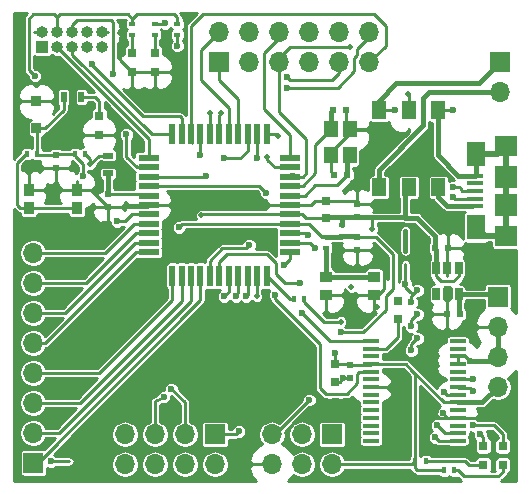
<source format=gbr>
G04 #@! TF.FileFunction,Copper,L1,Top,Signal*
%FSLAX46Y46*%
G04 Gerber Fmt 4.6, Leading zero omitted, Abs format (unit mm)*
G04 Created by KiCad (PCBNEW 4.0.6) date 11/09/17 14:44:06*
%MOMM*%
%LPD*%
G01*
G04 APERTURE LIST*
%ADD10C,0.100000*%
%ADD11R,1.700000X1.700000*%
%ADD12O,1.700000X1.700000*%
%ADD13R,1.800000X0.500000*%
%ADD14R,0.500000X1.800000*%
%ADD15R,0.600000X0.500000*%
%ADD16R,0.500000X0.600000*%
%ADD17R,0.750000X0.800000*%
%ADD18R,0.800000X0.800000*%
%ADD19R,0.900000X0.500000*%
%ADD20R,0.600000X0.400000*%
%ADD21R,0.400000X0.600000*%
%ADD22R,1.000000X0.900000*%
%ADD23R,1.200000X1.500000*%
%ADD24R,1.150000X1.400000*%
%ADD25R,0.650000X1.060000*%
%ADD26R,1.397000X0.348000*%
%ADD27R,0.850000X0.850000*%
%ADD28R,0.500000X0.900000*%
%ADD29R,0.900000X1.000000*%
%ADD30R,1.900000X1.800000*%
%ADD31R,1.900000X1.900000*%
%ADD32R,1.350000X0.400000*%
%ADD33R,1.600000X2.100000*%
%ADD34R,1.000000X1.000000*%
%ADD35O,1.000000X1.000000*%
%ADD36C,0.600000*%
%ADD37C,0.482600*%
%ADD38C,0.250000*%
%ADD39C,0.254000*%
%ADD40C,0.381000*%
%ADD41C,0.508000*%
%ADD42C,0.180000*%
%ADD43C,0.226060*%
G04 APERTURE END LIST*
D10*
D11*
X145669000Y-98552000D03*
D12*
X145669000Y-101092000D03*
X143129000Y-98552000D03*
X143129000Y-101092000D03*
X140589000Y-98552000D03*
X140589000Y-101092000D03*
D13*
X142144000Y-83121000D03*
X142144000Y-82321000D03*
X142144000Y-81521000D03*
X142144000Y-80721000D03*
X142144000Y-79921000D03*
X142144000Y-79121000D03*
X142144000Y-78321000D03*
X142144000Y-77521000D03*
X142144000Y-76721000D03*
X142144000Y-75921000D03*
X142144000Y-75121000D03*
D14*
X140144000Y-73121000D03*
X139344000Y-73121000D03*
X138544000Y-73121000D03*
X137744000Y-73121000D03*
X136944000Y-73121000D03*
X136144000Y-73121000D03*
X135344000Y-73121000D03*
X134544000Y-73121000D03*
X133744000Y-73121000D03*
X132944000Y-73121000D03*
X132144000Y-73121000D03*
D13*
X130144000Y-75121000D03*
X130144000Y-75921000D03*
X130144000Y-76721000D03*
X130144000Y-77521000D03*
X130144000Y-78321000D03*
X130144000Y-79121000D03*
X130144000Y-79921000D03*
X130144000Y-80721000D03*
X130144000Y-81521000D03*
X130144000Y-82321000D03*
X130144000Y-83121000D03*
D14*
X132144000Y-85121000D03*
X132944000Y-85121000D03*
X133744000Y-85121000D03*
X134544000Y-85121000D03*
X135344000Y-85121000D03*
X136144000Y-85121000D03*
X136944000Y-85121000D03*
X137744000Y-85121000D03*
X138544000Y-85121000D03*
X139344000Y-85121000D03*
X140144000Y-85121000D03*
D15*
X146981000Y-76581000D03*
X145881000Y-76581000D03*
X146854000Y-71120000D03*
X145754000Y-71120000D03*
D16*
X147828000Y-81873000D03*
X147828000Y-82973000D03*
D15*
X154390000Y-82804000D03*
X155490000Y-82804000D03*
D16*
X147828000Y-80179000D03*
X147828000Y-79079000D03*
D17*
X145161000Y-78752000D03*
X145161000Y-80252000D03*
D16*
X126746000Y-78190000D03*
X126746000Y-79290000D03*
D18*
X158496000Y-101130000D03*
X158496000Y-99530000D03*
X160147000Y-101130000D03*
X160147000Y-99530000D03*
D11*
X159893000Y-67056000D03*
D12*
X159893000Y-69596000D03*
D11*
X120396000Y-100965000D03*
D12*
X120396000Y-98425000D03*
X120396000Y-95885000D03*
X120396000Y-93345000D03*
X120396000Y-90805000D03*
X120396000Y-88265000D03*
X120396000Y-85725000D03*
X120396000Y-83185000D03*
D19*
X126746000Y-76442000D03*
X126746000Y-74942000D03*
D20*
X146558000Y-80830000D03*
X146558000Y-81730000D03*
X145161000Y-81846000D03*
X145161000Y-82746000D03*
D21*
X153612000Y-100838000D03*
X152712000Y-100838000D03*
X156025000Y-101600000D03*
X155125000Y-101600000D03*
D20*
X132588000Y-63812000D03*
X132588000Y-64712000D03*
D21*
X143325000Y-87122000D03*
X142425000Y-87122000D03*
D22*
X145143000Y-85179000D03*
X145143000Y-86779000D03*
X149243000Y-85179000D03*
X149243000Y-86779000D03*
D23*
X154686000Y-77620000D03*
X152186000Y-77620000D03*
X149686000Y-77620000D03*
X149686000Y-71120000D03*
X152186000Y-71120000D03*
X154686000Y-71120000D03*
D24*
X147193000Y-72730000D03*
X145593000Y-72730000D03*
X145593000Y-74930000D03*
X147193000Y-74930000D03*
D15*
X156506000Y-88392000D03*
X155406000Y-88392000D03*
D25*
X156398000Y-84498000D03*
X155448000Y-84498000D03*
X154498000Y-84498000D03*
X154498000Y-86698000D03*
X156398000Y-86698000D03*
D11*
X136144000Y-67056000D03*
D12*
X136144000Y-64516000D03*
X138684000Y-67056000D03*
X138684000Y-64516000D03*
X141224000Y-67056000D03*
X141224000Y-64516000D03*
X143764000Y-67056000D03*
X143764000Y-64516000D03*
X146304000Y-67056000D03*
X146304000Y-64516000D03*
X148844000Y-67056000D03*
X148844000Y-64516000D03*
D11*
X159715200Y-86908640D03*
D12*
X159715200Y-89448640D03*
X159715200Y-91988640D03*
X159715200Y-94528640D03*
D11*
X135763000Y-98552000D03*
D12*
X135763000Y-101092000D03*
X133223000Y-98552000D03*
X133223000Y-101092000D03*
X130683000Y-98552000D03*
X130683000Y-101092000D03*
X128143000Y-98552000D03*
X128143000Y-101092000D03*
D17*
X145923000Y-94095000D03*
X145923000Y-92595000D03*
D16*
X147193000Y-92668000D03*
X147193000Y-93768000D03*
D17*
X151257000Y-88761000D03*
X151257000Y-87261000D03*
D26*
X156310000Y-90644000D03*
X156310000Y-91294000D03*
X156310000Y-91944000D03*
X156310000Y-92594000D03*
X156310000Y-93244000D03*
X156310000Y-93894000D03*
X156310000Y-94544000D03*
X156310000Y-95844000D03*
X156310000Y-95194000D03*
X156310000Y-96494000D03*
X156310000Y-97144000D03*
X156310000Y-97794000D03*
X156310000Y-98444000D03*
X156310000Y-99094000D03*
X148998000Y-90644000D03*
X148998000Y-91294000D03*
X148998000Y-91944000D03*
X148998000Y-92594000D03*
X148998000Y-93244000D03*
X148998000Y-93894000D03*
X148998000Y-94544000D03*
X148998000Y-95194000D03*
X148998000Y-95844000D03*
X148998000Y-96494000D03*
X148998000Y-97144000D03*
X148998000Y-97794000D03*
X148998000Y-98444000D03*
X148998000Y-99094000D03*
D18*
X125984000Y-71590000D03*
X125984000Y-73190000D03*
D27*
X120650000Y-72644000D03*
D28*
X122948000Y-69977000D03*
X124448000Y-69977000D03*
D16*
X122301000Y-74888000D03*
X122301000Y-75988000D03*
D21*
X124783000Y-74803000D03*
X123883000Y-74803000D03*
X120719000Y-74803000D03*
X119819000Y-74803000D03*
D29*
X124097000Y-79413000D03*
X124097000Y-77813000D03*
X119997000Y-79413000D03*
X119997000Y-77813000D03*
D27*
X120650000Y-70358000D03*
D30*
X160444000Y-74126000D03*
D31*
X160444000Y-76726000D03*
X160444000Y-79126000D03*
D30*
X160444000Y-81726000D03*
D32*
X157767020Y-76626000D03*
X157767020Y-77926000D03*
X157767020Y-77276000D03*
X157767020Y-78576000D03*
X157767020Y-79226000D03*
D33*
X157894000Y-74826000D03*
X157894000Y-81026000D03*
D34*
X121158000Y-65786000D03*
D35*
X121158000Y-64516000D03*
X122428000Y-65786000D03*
X122428000Y-64516000D03*
X123698000Y-65786000D03*
X123698000Y-64516000D03*
X124968000Y-65786000D03*
X124968000Y-64516000D03*
X126238000Y-65786000D03*
X126238000Y-64516000D03*
D18*
X130683000Y-66256000D03*
X130683000Y-67856000D03*
D20*
X128778000Y-63812000D03*
X128778000Y-64712000D03*
X130683000Y-63812000D03*
X130683000Y-64712000D03*
D18*
X128778000Y-66256000D03*
X128778000Y-67856000D03*
D36*
X121920000Y-100838000D03*
X152400000Y-91440000D03*
X152908000Y-90424000D03*
X152400000Y-89408000D03*
X152908000Y-88392000D03*
X152400000Y-87376000D03*
X152908000Y-86360000D03*
X151892000Y-85852000D03*
X131064000Y-86868000D03*
X130048000Y-86868000D03*
X131064000Y-85344000D03*
X130048000Y-85344000D03*
X129032000Y-85344000D03*
X128016000Y-85344000D03*
X127000000Y-86868000D03*
X128016000Y-86868000D03*
X129032000Y-86868000D03*
X129032000Y-88392000D03*
X124968000Y-88392000D03*
X125984000Y-88392000D03*
X127000000Y-88392000D03*
X128016000Y-88392000D03*
X128016000Y-89916000D03*
X123952000Y-89916000D03*
X124968000Y-89916000D03*
X125984000Y-89916000D03*
X127000000Y-89916000D03*
X127000000Y-91440000D03*
X125984000Y-91440000D03*
X124968000Y-91440000D03*
X123952000Y-91440000D03*
X122936000Y-91440000D03*
X121920000Y-91440000D03*
X127889000Y-65151000D03*
X124968000Y-98298000D03*
X126238000Y-98298000D03*
X126238000Y-96774000D03*
X126238000Y-99568000D03*
X124968000Y-99568000D03*
X123444000Y-99568000D03*
X121920000Y-96774000D03*
X122936000Y-96774000D03*
X121920000Y-97790000D03*
X121920000Y-95250000D03*
X122936000Y-95250000D03*
X123952000Y-95250000D03*
X124968000Y-94234000D03*
X123952000Y-94234000D03*
X122936000Y-94234000D03*
X121920000Y-94234000D03*
X124968000Y-100838000D03*
X126238000Y-100838000D03*
X126238000Y-102108000D03*
X124968000Y-102108000D03*
X123444000Y-102108000D03*
X121920000Y-102108000D03*
X124968000Y-92710000D03*
X123952000Y-92710000D03*
X122936000Y-92710000D03*
X121920000Y-92710000D03*
X122428000Y-86614000D03*
X123444000Y-86614000D03*
X122428000Y-87630000D03*
X122428000Y-85090000D03*
X123444000Y-85090000D03*
X124460000Y-85090000D03*
X125476000Y-84074000D03*
X124460000Y-84074000D03*
X123444000Y-84074000D03*
X122428000Y-84074000D03*
X121920000Y-89154000D03*
X157988000Y-84582000D03*
X157988000Y-83566000D03*
X157988000Y-85598000D03*
X159004000Y-83566000D03*
X160020000Y-83566000D03*
X121412000Y-81788000D03*
X120396000Y-81788000D03*
X119380000Y-81788000D03*
X119380000Y-80772000D03*
X120396000Y-80772000D03*
X121412000Y-80772000D03*
X126492000Y-81788000D03*
X126492000Y-80772000D03*
X125476000Y-80772000D03*
X124460000Y-80772000D03*
X123444000Y-80772000D03*
X122428000Y-80772000D03*
X122428000Y-81788000D03*
X123444000Y-81788000D03*
X124460000Y-81788000D03*
X125476000Y-81788000D03*
X122047000Y-77978000D03*
X123952000Y-75946000D03*
X123698000Y-72136000D03*
X123698000Y-73152000D03*
X123698000Y-70993000D03*
X157353000Y-92329000D03*
X148336000Y-76708000D03*
X148844000Y-75184000D03*
X149860000Y-74168000D03*
X150876000Y-73152000D03*
X149352000Y-73152000D03*
X151384000Y-93980000D03*
X151384000Y-95504000D03*
X151384000Y-97028000D03*
X151384000Y-98552000D03*
X151384000Y-100076000D03*
X150368000Y-96520000D03*
X150368000Y-98044000D03*
X150368000Y-99568000D03*
D37*
X149733000Y-79248000D03*
D36*
X152400000Y-74676000D03*
X153416000Y-74676000D03*
X153924000Y-75692000D03*
X152908000Y-75692000D03*
X151892000Y-75692000D03*
X150876000Y-79248000D03*
X138176000Y-101092000D03*
X140208000Y-96520000D03*
X140208000Y-94996000D03*
X140208000Y-93472000D03*
X140208000Y-91948000D03*
X140208000Y-90424000D03*
X140208000Y-88900000D03*
X139192000Y-89916000D03*
X139192000Y-96012000D03*
X139192000Y-94488000D03*
X139192000Y-92964000D03*
X139192000Y-91440000D03*
X146643000Y-96139000D03*
X155067000Y-96774000D03*
X155194000Y-94996000D03*
X146643000Y-93768000D03*
D37*
X152146000Y-69723000D03*
X149479000Y-87757000D03*
D36*
X132715000Y-81026000D03*
X127127000Y-68072000D03*
X143764000Y-95631000D03*
X146431000Y-89916000D03*
X120523000Y-68199000D03*
X145923000Y-91694000D03*
D37*
X146431000Y-89027000D03*
X149098000Y-81153000D03*
X125222000Y-75692000D03*
X134620000Y-80010000D03*
D36*
X155956000Y-78486000D03*
X154559000Y-97790000D03*
X155956000Y-77597000D03*
X154432000Y-98806000D03*
X158242000Y-98552000D03*
X157607000Y-93853000D03*
X157607000Y-94869000D03*
X157607000Y-97790000D03*
X155956000Y-71120000D03*
X151003000Y-71120000D03*
X125349000Y-67183000D03*
X128270000Y-73152000D03*
X136525000Y-86868000D03*
X137541000Y-86868000D03*
X138430000Y-86868000D03*
D37*
X139319000Y-86868000D03*
D36*
X135001000Y-76708000D03*
X132080000Y-94691200D03*
X139319000Y-75184000D03*
X137795000Y-98298000D03*
X140081000Y-78105000D03*
X131445000Y-95377000D03*
X136525000Y-75184000D03*
X144272000Y-82804000D03*
X143637000Y-81661000D03*
X141605000Y-84201000D03*
X138684000Y-82550000D03*
X141859000Y-69215000D03*
X143002000Y-85725000D03*
X142367000Y-76708000D03*
X143129000Y-88265000D03*
D37*
X147320000Y-86106000D03*
X147193000Y-65786000D03*
D36*
X140843000Y-86741000D03*
D37*
X140208000Y-75057000D03*
X141097000Y-73279000D03*
D36*
X132588000Y-65659000D03*
D37*
X136271000Y-71374000D03*
X135382000Y-71374000D03*
D36*
X131572000Y-63754000D03*
X134493000Y-74930000D03*
X141859000Y-68326000D03*
X127508000Y-80518000D03*
X124587000Y-76708000D03*
D38*
X123444000Y-100838000D02*
X121920000Y-100838000D01*
X151892000Y-84116000D02*
X151892000Y-85852000D01*
X152400000Y-90932000D02*
X152400000Y-91440000D01*
X152908000Y-90424000D02*
X152400000Y-90932000D01*
X152400000Y-88900000D02*
X152400000Y-89408000D01*
X152908000Y-88392000D02*
X152400000Y-88900000D01*
X152400000Y-86868000D02*
X152400000Y-87376000D01*
X152908000Y-86360000D02*
X152400000Y-86868000D01*
D39*
X151892000Y-84116000D02*
X151892000Y-86106000D01*
X152273000Y-86487000D02*
X152400000Y-86487000D01*
X151892000Y-86106000D02*
X152273000Y-86487000D01*
D40*
X151892000Y-81322000D02*
X151892000Y-83016000D01*
D39*
X142144000Y-78321000D02*
X143421000Y-78321000D01*
X146092000Y-77470000D02*
X146981000Y-76581000D01*
X144272000Y-77470000D02*
X146092000Y-77470000D01*
X143421000Y-78321000D02*
X144272000Y-77470000D01*
D40*
X146981000Y-76581000D02*
X146981000Y-75142000D01*
X146981000Y-75142000D02*
X147193000Y-74930000D01*
D38*
X130048000Y-86868000D02*
X131064000Y-86868000D01*
X130048000Y-85344000D02*
X131064000Y-85344000D01*
X128016000Y-85344000D02*
X129032000Y-85344000D01*
X128016000Y-86868000D02*
X127000000Y-86868000D01*
X129032000Y-88392000D02*
X129032000Y-86868000D01*
X127000000Y-89916000D02*
X128016000Y-89916000D01*
X125984000Y-88392000D02*
X124968000Y-88392000D01*
X128016000Y-88392000D02*
X127000000Y-88392000D01*
X121920000Y-92710000D02*
X121920000Y-91440000D01*
X125984000Y-89916000D02*
X124968000Y-89916000D01*
X127000000Y-91440000D02*
X127000000Y-89916000D01*
X124968000Y-91440000D02*
X125984000Y-91440000D01*
X122936000Y-91440000D02*
X123952000Y-91440000D01*
X127762000Y-66840000D02*
X128778000Y-67856000D01*
X127762000Y-65278000D02*
X127762000Y-66840000D01*
X127889000Y-65151000D02*
X127762000Y-65278000D01*
X126238000Y-98298000D02*
X126238000Y-96774000D01*
X124968000Y-99568000D02*
X124968000Y-98298000D01*
X123444000Y-99568000D02*
X124968000Y-99568000D01*
X121920000Y-96774000D02*
X122936000Y-96774000D01*
X123952000Y-95250000D02*
X122936000Y-95250000D01*
X123952000Y-94234000D02*
X124968000Y-94234000D01*
X121920000Y-94234000D02*
X122936000Y-94234000D01*
X126238000Y-100838000D02*
X124968000Y-100838000D01*
X124968000Y-102108000D02*
X126238000Y-102108000D01*
X121920000Y-102108000D02*
X123444000Y-102108000D01*
X123952000Y-92710000D02*
X124968000Y-92710000D01*
X121920000Y-92710000D02*
X122936000Y-92710000D01*
X122428000Y-86614000D02*
X123444000Y-86614000D01*
X124460000Y-85090000D02*
X123444000Y-85090000D01*
X124460000Y-84074000D02*
X125476000Y-84074000D01*
X122428000Y-84074000D02*
X123444000Y-84074000D01*
X157988000Y-85598000D02*
X157988000Y-84582000D01*
X157988000Y-83566000D02*
X159004000Y-83566000D01*
X158623000Y-83185000D02*
X159004000Y-83566000D01*
D39*
X157861000Y-82804000D02*
X155490000Y-82804000D01*
X158115000Y-83058000D02*
X158115000Y-83185000D01*
X157861000Y-82804000D02*
X158115000Y-83058000D01*
D38*
X158115000Y-83185000D02*
X158623000Y-83185000D01*
X122428000Y-80772000D02*
X121412000Y-80772000D01*
X119380000Y-81788000D02*
X120396000Y-81788000D01*
X120396000Y-80772000D02*
X119380000Y-80772000D01*
X126746000Y-81534000D02*
X126492000Y-81788000D01*
X126746000Y-79290000D02*
X126746000Y-81534000D01*
X124460000Y-80772000D02*
X125476000Y-80772000D01*
X122428000Y-80772000D02*
X123444000Y-80772000D01*
X123444000Y-81788000D02*
X122428000Y-81788000D01*
X125476000Y-81788000D02*
X124460000Y-81788000D01*
X122301000Y-75988000D02*
X123910000Y-75988000D01*
X123910000Y-75988000D02*
X123952000Y-75946000D01*
X122216000Y-76073000D02*
X122301000Y-75988000D01*
X123698000Y-70993000D02*
X123698000Y-72136000D01*
X123736000Y-73190000D02*
X125984000Y-73190000D01*
X123736000Y-73190000D02*
X123698000Y-73152000D01*
X122301000Y-75988000D02*
X122301000Y-77813000D01*
X122301000Y-77813000D02*
X122301000Y-77851000D01*
X122301000Y-77851000D02*
X122301000Y-77813000D01*
X124097000Y-77813000D02*
X125269000Y-77813000D01*
X125269000Y-77813000D02*
X126746000Y-79290000D01*
X119997000Y-77813000D02*
X122301000Y-77813000D01*
X122301000Y-77813000D02*
X124097000Y-77813000D01*
D40*
X159715200Y-91988640D02*
X159715200Y-89448640D01*
X159374840Y-92329000D02*
X157353000Y-92329000D01*
D38*
X157353000Y-92329000D02*
X156968000Y-91944000D01*
D40*
X159374840Y-92329000D02*
X159715200Y-91988640D01*
D38*
X147193000Y-72730000D02*
X148930000Y-72730000D01*
X148336000Y-75692000D02*
X148336000Y-76708000D01*
X148844000Y-75184000D02*
X148336000Y-75692000D01*
X150876000Y-73152000D02*
X149860000Y-74168000D01*
X148930000Y-72730000D02*
X149352000Y-73152000D01*
X151384000Y-100076000D02*
X147828000Y-100076000D01*
X150424000Y-94544000D02*
X150988000Y-93980000D01*
X150988000Y-93980000D02*
X151384000Y-93980000D01*
X151384000Y-95504000D02*
X151384000Y-97028000D01*
X151384000Y-98552000D02*
X151384000Y-100076000D01*
X148998000Y-94544000D02*
X150424000Y-94544000D01*
X150368000Y-96520000D02*
X151384000Y-95504000D01*
X150368000Y-99568000D02*
X150368000Y-98044000D01*
X149733000Y-79248000D02*
X150876000Y-79248000D01*
D39*
X149564000Y-79079000D02*
X149733000Y-79248000D01*
X147828000Y-79079000D02*
X149564000Y-79079000D01*
D38*
X152400000Y-74676000D02*
X153416000Y-73660000D01*
X153416000Y-75184000D02*
X153416000Y-74676000D01*
X153924000Y-75692000D02*
X153416000Y-75184000D01*
X151892000Y-75692000D02*
X152908000Y-75692000D01*
X139192000Y-91440000D02*
X132080000Y-91440000D01*
X138176000Y-101092000D02*
X138176000Y-100076000D01*
X140208000Y-94996000D02*
X140208000Y-93472000D01*
X140208000Y-91948000D02*
X140208000Y-90424000D01*
X140208000Y-96520000D02*
X139192000Y-97536000D01*
X139192000Y-99060000D02*
X139192000Y-97536000D01*
X138684000Y-99568000D02*
X139192000Y-99060000D01*
X139192000Y-89916000D02*
X140208000Y-88900000D01*
X138176000Y-100076000D02*
X138684000Y-99568000D01*
X139192000Y-94488000D02*
X139192000Y-96012000D01*
X139192000Y-91440000D02*
X139192000Y-92964000D01*
X138684000Y-100965000D02*
X138684000Y-96520000D01*
X140462000Y-94742000D02*
X138684000Y-96520000D01*
X143764000Y-94742000D02*
X140462000Y-94742000D01*
X144907000Y-95885000D02*
X143764000Y-94742000D01*
X146389000Y-95885000D02*
X144907000Y-95885000D01*
X146389000Y-95885000D02*
X146643000Y-96139000D01*
X140589000Y-101092000D02*
X138557000Y-101092000D01*
X138557000Y-101092000D02*
X138176000Y-100711000D01*
X138176000Y-100711000D02*
X138176000Y-100584000D01*
X145143000Y-86779000D02*
X149243000Y-86779000D01*
X138557000Y-101092000D02*
X137922000Y-101727000D01*
X148998000Y-94544000D02*
X150297000Y-94544000D01*
X150297000Y-94544000D02*
X150749000Y-94996000D01*
X156310000Y-97144000D02*
X155437000Y-97144000D01*
X155437000Y-97144000D02*
X155067000Y-96774000D01*
X156310000Y-95194000D02*
X155392000Y-95194000D01*
X155392000Y-95194000D02*
X155194000Y-94996000D01*
X156310000Y-91944000D02*
X156968000Y-91944000D01*
X156310000Y-91944000D02*
X156310000Y-92594000D01*
X145923000Y-94095000D02*
X146316000Y-94095000D01*
X146643000Y-93768000D02*
X147193000Y-93768000D01*
X146316000Y-94095000D02*
X146643000Y-93768000D01*
D39*
X152186000Y-69763000D02*
X152146000Y-69723000D01*
X152186000Y-71120000D02*
X152186000Y-69763000D01*
X149243000Y-86779000D02*
X149243000Y-87521000D01*
X149243000Y-87521000D02*
X149479000Y-87757000D01*
X142144000Y-79121000D02*
X140208000Y-79121000D01*
X140208000Y-79121000D02*
X130144000Y-79121000D01*
X145593000Y-74930000D02*
X145593000Y-74625000D01*
X145593000Y-74625000D02*
X147193000Y-73025000D01*
X147193000Y-73025000D02*
X147193000Y-72730000D01*
X145593000Y-74930000D02*
X145593000Y-76293000D01*
X145161000Y-78752000D02*
X147501000Y-78752000D01*
X147501000Y-78752000D02*
X147828000Y-79079000D01*
X155448000Y-84498000D02*
X155448000Y-82846000D01*
X155448000Y-82846000D02*
X155490000Y-82804000D01*
X146854000Y-71120000D02*
X146854000Y-72391000D01*
X146854000Y-72391000D02*
X147193000Y-72730000D01*
X149243000Y-86779000D02*
X149568000Y-86779000D01*
X149568000Y-86779000D02*
X150114000Y-86233000D01*
X150114000Y-86233000D02*
X150114000Y-83947000D01*
X150114000Y-83947000D02*
X149140000Y-82973000D01*
X149140000Y-82973000D02*
X147828000Y-82973000D01*
X126746000Y-79290000D02*
X129975000Y-79290000D01*
X129975000Y-79290000D02*
X130144000Y-79121000D01*
X145161000Y-78752000D02*
X144260000Y-78752000D01*
X143891000Y-79121000D02*
X142144000Y-79121000D01*
X144260000Y-78752000D02*
X143891000Y-79121000D01*
X145593000Y-76293000D02*
X145881000Y-76581000D01*
X142144000Y-77521000D02*
X143205000Y-77521000D01*
X144272000Y-74051000D02*
X145593000Y-72730000D01*
X144272000Y-76454000D02*
X144272000Y-74051000D01*
X143205000Y-77521000D02*
X144272000Y-76454000D01*
D40*
X145593000Y-72730000D02*
X145593000Y-71281000D01*
X145593000Y-71281000D02*
X145754000Y-71120000D01*
D38*
X123698000Y-64516000D02*
X123698000Y-63881000D01*
X133020000Y-80721000D02*
X142144000Y-80721000D01*
X132715000Y-81026000D02*
X133020000Y-80721000D01*
X127127000Y-63627000D02*
X127127000Y-68072000D01*
X127000000Y-63500000D02*
X127127000Y-63627000D01*
X124079000Y-63500000D02*
X127000000Y-63500000D01*
X123698000Y-63881000D02*
X124079000Y-63500000D01*
X147828000Y-81873000D02*
X149437000Y-81873000D01*
X143764000Y-95631000D02*
X140843000Y-98552000D01*
X148336000Y-89916000D02*
X146431000Y-89916000D01*
X150241000Y-88011000D02*
X148336000Y-89916000D01*
X150241000Y-86868000D02*
X150241000Y-88011000D01*
X150876000Y-86233000D02*
X150241000Y-86868000D01*
X150876000Y-83312000D02*
X150876000Y-86233000D01*
X149437000Y-81873000D02*
X150876000Y-83312000D01*
X140843000Y-98552000D02*
X140589000Y-98552000D01*
D39*
X145161000Y-81846000D02*
X144838000Y-81846000D01*
X144838000Y-81846000D02*
X144272000Y-81280000D01*
X143713000Y-80721000D02*
X142144000Y-80721000D01*
X144272000Y-81280000D02*
X143713000Y-80721000D01*
D40*
X146558000Y-81730000D02*
X147685000Y-81730000D01*
X147685000Y-81730000D02*
X147828000Y-81873000D01*
X145161000Y-81846000D02*
X146442000Y-81846000D01*
X146442000Y-81846000D02*
X146558000Y-81730000D01*
D38*
X123571000Y-64770000D02*
X123571000Y-64389000D01*
X122428000Y-64516000D02*
X122428000Y-63246000D01*
X122428000Y-63246000D02*
X122174000Y-62992000D01*
X120015000Y-67691000D02*
X120523000Y-68199000D01*
X120015000Y-63373000D02*
X120015000Y-67691000D01*
X120396000Y-62992000D02*
X120015000Y-63373000D01*
X122174000Y-62992000D02*
X120396000Y-62992000D01*
X128778000Y-63812000D02*
X128778000Y-63373000D01*
X128778000Y-63373000D02*
X128397000Y-62992000D01*
X122682000Y-62992000D02*
X122428000Y-63246000D01*
X128397000Y-62992000D02*
X122682000Y-62992000D01*
X132588000Y-63246000D02*
X132588000Y-63812000D01*
X132334000Y-62992000D02*
X132588000Y-63246000D01*
X129159000Y-62992000D02*
X132334000Y-62992000D01*
X128778000Y-63373000D02*
X129159000Y-62992000D01*
X128778000Y-63812000D02*
X128778000Y-63754000D01*
X125222000Y-75692000D02*
X125222000Y-75242000D01*
X125222000Y-75242000D02*
X124783000Y-74803000D01*
D39*
X145923000Y-92595000D02*
X145923000Y-91694000D01*
D40*
X156310000Y-95844000D02*
X158399840Y-95844000D01*
X158399840Y-95844000D02*
X159715200Y-94528640D01*
D38*
X152712000Y-100838000D02*
X152712000Y-93403000D01*
X152712000Y-93403000D02*
X152400000Y-93091000D01*
X148998000Y-92594000D02*
X151903000Y-92594000D01*
X151903000Y-92594000D02*
X152400000Y-93091000D01*
X152400000Y-93091000D02*
X155153000Y-95844000D01*
X155153000Y-95844000D02*
X156310000Y-95844000D01*
X145923000Y-92595000D02*
X147120000Y-92595000D01*
X147120000Y-92595000D02*
X147193000Y-92668000D01*
X147193000Y-92668000D02*
X148924000Y-92668000D01*
X148924000Y-92668000D02*
X148998000Y-92594000D01*
X152712000Y-100838000D02*
X152712000Y-101404000D01*
X152908000Y-101600000D02*
X155125000Y-101600000D01*
X152712000Y-101404000D02*
X152908000Y-101600000D01*
X145669000Y-101092000D02*
X151765000Y-101092000D01*
X151765000Y-101092000D02*
X152458000Y-101092000D01*
X152458000Y-101092000D02*
X152712000Y-100838000D01*
D39*
X139954000Y-79883000D02*
X139954000Y-79921000D01*
X139954000Y-79921000D02*
X139954000Y-79883000D01*
X139954000Y-79883000D02*
X139954000Y-79921000D01*
X139954000Y-79921000D02*
X134709000Y-79921000D01*
X154498000Y-84498000D02*
X154498000Y-85156000D01*
X156398000Y-85156000D02*
X156398000Y-84498000D01*
X155956000Y-85598000D02*
X156398000Y-85156000D01*
X154940000Y-85598000D02*
X155956000Y-85598000D01*
X154498000Y-85156000D02*
X154940000Y-85598000D01*
X143325000Y-87122000D02*
X143325000Y-87318000D01*
X143325000Y-87318000D02*
X145034000Y-89027000D01*
X145034000Y-89027000D02*
X146431000Y-89027000D01*
X149098000Y-81153000D02*
X149098000Y-80179000D01*
X149098000Y-80179000D02*
X149098000Y-80264000D01*
X149098000Y-80264000D02*
X149098000Y-80179000D01*
X142144000Y-79921000D02*
X139954000Y-79921000D01*
X125972000Y-74942000D02*
X126746000Y-74942000D01*
X125222000Y-75692000D02*
X125972000Y-74942000D01*
X134709000Y-79921000D02*
X134620000Y-80010000D01*
D40*
X151892000Y-80222000D02*
X151892000Y-77914000D01*
X151892000Y-77914000D02*
X152186000Y-77620000D01*
X151892000Y-80222000D02*
X152866000Y-80222000D01*
X154390000Y-81746000D02*
X154390000Y-82804000D01*
X152866000Y-80222000D02*
X154390000Y-81746000D01*
X156398000Y-84498000D02*
X156421000Y-84498000D01*
D39*
X145161000Y-80252000D02*
X143498000Y-80252000D01*
X143167000Y-79921000D02*
X142144000Y-79921000D01*
X143498000Y-80252000D02*
X143167000Y-79921000D01*
D40*
X154498000Y-84498000D02*
X154498000Y-82912000D01*
X154498000Y-82912000D02*
X154390000Y-82804000D01*
X146558000Y-80179000D02*
X146558000Y-80830000D01*
X147828000Y-80179000D02*
X146558000Y-80179000D01*
X146558000Y-80179000D02*
X145234000Y-80179000D01*
X145234000Y-80179000D02*
X145161000Y-80252000D01*
X151892000Y-80222000D02*
X151892000Y-80010000D01*
X147828000Y-80179000D02*
X149098000Y-80179000D01*
X149098000Y-80179000D02*
X151849000Y-80179000D01*
X151849000Y-80179000D02*
X151892000Y-80222000D01*
D38*
X156310000Y-98444000D02*
X155213000Y-98444000D01*
X156046000Y-78576000D02*
X157513020Y-78576000D01*
X155956000Y-78486000D02*
X156046000Y-78576000D01*
X155213000Y-98444000D02*
X154559000Y-97790000D01*
X156310000Y-99094000D02*
X154720000Y-99094000D01*
X156666000Y-77926000D02*
X157513020Y-77926000D01*
X156591000Y-77851000D02*
X156666000Y-77926000D01*
X156591000Y-77724000D02*
X156591000Y-77851000D01*
X156464000Y-77597000D02*
X156591000Y-77724000D01*
X155956000Y-77597000D02*
X156464000Y-77597000D01*
X154720000Y-99094000D02*
X154432000Y-98806000D01*
D39*
X126746000Y-78190000D02*
X130013000Y-78190000D01*
X130013000Y-78190000D02*
X130144000Y-78321000D01*
D40*
X126746000Y-76442000D02*
X126746000Y-78190000D01*
D38*
X156310000Y-93894000D02*
X157566000Y-93894000D01*
X158496000Y-98806000D02*
X158496000Y-99530000D01*
X158242000Y-98552000D02*
X158496000Y-98806000D01*
X157566000Y-93894000D02*
X157607000Y-93853000D01*
X160147000Y-99530000D02*
X160147000Y-98552000D01*
X157353000Y-94615000D02*
X156381000Y-94615000D01*
X157607000Y-94869000D02*
X157353000Y-94615000D01*
X159385000Y-97790000D02*
X157607000Y-97790000D01*
X160147000Y-98552000D02*
X159385000Y-97790000D01*
X156381000Y-94615000D02*
X156310000Y-94544000D01*
D40*
X154686000Y-77620000D02*
X154686000Y-78486000D01*
X155426000Y-79226000D02*
X157513020Y-79226000D01*
X154686000Y-78486000D02*
X155426000Y-79226000D01*
X157894000Y-74826000D02*
X157894000Y-76499020D01*
X157894000Y-76499020D02*
X157767020Y-76626000D01*
D41*
X160444000Y-81726000D02*
X158594000Y-81726000D01*
X158594000Y-81726000D02*
X157894000Y-81026000D01*
X160444000Y-79126000D02*
X160444000Y-81726000D01*
X160444000Y-76726000D02*
X160444000Y-79126000D01*
X160444000Y-74126000D02*
X160444000Y-76726000D01*
X157894000Y-74826000D02*
X159744000Y-74826000D01*
X159744000Y-74826000D02*
X160444000Y-74126000D01*
D38*
X149686000Y-71120000D02*
X151003000Y-71120000D01*
X155956000Y-71120000D02*
X154686000Y-71120000D01*
D40*
X157513020Y-76626000D02*
X156382000Y-76626000D01*
X154686000Y-74930000D02*
X154686000Y-71120000D01*
X156382000Y-76626000D02*
X154686000Y-74930000D01*
X149686000Y-71120000D02*
X149686000Y-70278000D01*
X149686000Y-70278000D02*
X151130000Y-68834000D01*
X151130000Y-68834000D02*
X158115000Y-68834000D01*
X158115000Y-68834000D02*
X159893000Y-67056000D01*
X149686000Y-71120000D02*
X149686000Y-70532000D01*
X149686000Y-77620000D02*
X149686000Y-76120000D01*
X149686000Y-76120000D02*
X153416000Y-72390000D01*
X153416000Y-72390000D02*
X153416000Y-70104000D01*
X153416000Y-70104000D02*
X153924000Y-69596000D01*
X153924000Y-69596000D02*
X159893000Y-69596000D01*
D38*
X132944000Y-73121000D02*
X132944000Y-71730000D01*
X125349000Y-67310000D02*
X125349000Y-67183000D01*
X129667000Y-71628000D02*
X125349000Y-67310000D01*
X132842000Y-71628000D02*
X129667000Y-71628000D01*
X132944000Y-71730000D02*
X132842000Y-71628000D01*
X130144000Y-75121000D02*
X130144000Y-73502000D01*
X130144000Y-73502000D02*
X122428000Y-65786000D01*
X132144000Y-73121000D02*
X130399398Y-73121000D01*
X123698000Y-66419602D02*
X123698000Y-65786000D01*
X130399398Y-73121000D02*
X123698000Y-66419602D01*
X130144000Y-75921000D02*
X129134000Y-75921000D01*
X128270000Y-75057000D02*
X128270000Y-73152000D01*
X129134000Y-75921000D02*
X128270000Y-75057000D01*
X136944000Y-85121000D02*
X136944000Y-86449000D01*
X136944000Y-86449000D02*
X136525000Y-86868000D01*
X137744000Y-85121000D02*
X137744000Y-86538000D01*
X137541000Y-86741000D02*
X137541000Y-86868000D01*
X137744000Y-86538000D02*
X137541000Y-86741000D01*
X138544000Y-85121000D02*
X138544000Y-86754000D01*
X138544000Y-86754000D02*
X138430000Y-86868000D01*
D39*
X139344000Y-86843000D02*
X139344000Y-85121000D01*
X139319000Y-86868000D02*
X139344000Y-86843000D01*
D38*
X133223000Y-98552000D02*
X133223000Y-95834200D01*
X134988000Y-76721000D02*
X130144000Y-76721000D01*
X135001000Y-76708000D02*
X134988000Y-76721000D01*
X133223000Y-95834200D02*
X132080000Y-94691200D01*
D39*
X133223000Y-98552000D02*
X133223000Y-98806000D01*
D38*
X130258000Y-76835000D02*
X130144000Y-76721000D01*
D39*
X139344000Y-73121000D02*
X139344000Y-75159000D01*
X139344000Y-75159000D02*
X139319000Y-75184000D01*
D38*
X130144000Y-77521000D02*
X139497000Y-77521000D01*
X137541000Y-98552000D02*
X135763000Y-98552000D01*
X137795000Y-98298000D02*
X137541000Y-98552000D01*
X139497000Y-77521000D02*
X140081000Y-78105000D01*
X138544000Y-73121000D02*
X138544000Y-74562000D01*
X130683000Y-95758000D02*
X130683000Y-98552000D01*
X131445000Y-95377000D02*
X130683000Y-95758000D01*
X137922000Y-75184000D02*
X136525000Y-75184000D01*
X138544000Y-74562000D02*
X137922000Y-75184000D01*
X142144000Y-82321000D02*
X143789000Y-82321000D01*
X143789000Y-82321000D02*
X144272000Y-82804000D01*
X142144000Y-81521000D02*
X143497000Y-81521000D01*
X143497000Y-81521000D02*
X143637000Y-81661000D01*
X141605000Y-84201000D02*
X142144000Y-83662000D01*
X142144000Y-83662000D02*
X142144000Y-83121000D01*
X142303000Y-83121000D02*
X142144000Y-83121000D01*
X120396000Y-100965000D02*
X120777000Y-100965000D01*
X120777000Y-100965000D02*
X134544000Y-87198000D01*
X134544000Y-87198000D02*
X134544000Y-85121000D01*
X120396000Y-98425000D02*
X122555000Y-98425000D01*
X133744000Y-87236000D02*
X133744000Y-85121000D01*
X122555000Y-98425000D02*
X133744000Y-87236000D01*
X120396000Y-95885000D02*
X124333000Y-95885000D01*
X132944000Y-87274000D02*
X132944000Y-85121000D01*
X124333000Y-95885000D02*
X132944000Y-87274000D01*
X120396000Y-93345000D02*
X125984000Y-93345000D01*
X132144000Y-87185000D02*
X132144000Y-85121000D01*
X125984000Y-93345000D02*
X132144000Y-87185000D01*
X120396000Y-90805000D02*
X121412000Y-90805000D01*
X129096000Y-83121000D02*
X130144000Y-83121000D01*
X121412000Y-90805000D02*
X129096000Y-83121000D01*
X120396000Y-88265000D02*
X123063000Y-88265000D01*
X129007000Y-82321000D02*
X130144000Y-82321000D01*
X123063000Y-88265000D02*
X129007000Y-82321000D01*
X120396000Y-85725000D02*
X124841000Y-85725000D01*
X129045000Y-81521000D02*
X130144000Y-81521000D01*
X124841000Y-85725000D02*
X129045000Y-81521000D01*
X120396000Y-83185000D02*
X126492000Y-83185000D01*
X128956000Y-80721000D02*
X130144000Y-80721000D01*
X126492000Y-83185000D02*
X128956000Y-80721000D01*
D39*
X148844000Y-64516000D02*
X148844000Y-64897000D01*
X148844000Y-64897000D02*
X147828000Y-65913000D01*
X135344000Y-83858000D02*
X135344000Y-85121000D01*
X136398000Y-82804000D02*
X135344000Y-83858000D01*
X138430000Y-82804000D02*
X136398000Y-82804000D01*
X138684000Y-82550000D02*
X138430000Y-82804000D01*
X146177000Y-69215000D02*
X141859000Y-69215000D01*
X147574000Y-67818000D02*
X146177000Y-69215000D01*
X147574000Y-66675000D02*
X147574000Y-67818000D01*
X147828000Y-66421000D02*
X147574000Y-66675000D01*
X147828000Y-65913000D02*
X147828000Y-66421000D01*
X148844000Y-64516000D02*
X148590000Y-64516000D01*
X136144000Y-85121000D02*
X136144000Y-83947000D01*
X141732000Y-85725000D02*
X143002000Y-85725000D01*
X140970000Y-84963000D02*
X141732000Y-85725000D01*
X140970000Y-84074000D02*
X140970000Y-84963000D01*
X140208000Y-83312000D02*
X140970000Y-84074000D01*
X136779000Y-83312000D02*
X140208000Y-83312000D01*
X136144000Y-83947000D02*
X136779000Y-83312000D01*
X146304000Y-64516000D02*
X146304000Y-63881000D01*
D38*
X148998000Y-90644000D02*
X145508000Y-90644000D01*
X142367000Y-76708000D02*
X142354000Y-76721000D01*
X145508000Y-90644000D02*
X143129000Y-88265000D01*
X142354000Y-76721000D02*
X142144000Y-76721000D01*
D39*
X147193000Y-65786000D02*
X142113000Y-65786000D01*
X142113000Y-65786000D02*
X141224000Y-66675000D01*
X141224000Y-66675000D02*
X141224000Y-67056000D01*
X141224000Y-67056000D02*
X141224000Y-71247000D01*
X143243000Y-76721000D02*
X142144000Y-76721000D01*
X143510000Y-76454000D02*
X143243000Y-76721000D01*
X143510000Y-73533000D02*
X143510000Y-76454000D01*
X141224000Y-71247000D02*
X143510000Y-73533000D01*
D38*
X148998000Y-93244000D02*
X147981000Y-93244000D01*
X140843000Y-87122000D02*
X140843000Y-86741000D01*
X144653000Y-90932000D02*
X140843000Y-87122000D01*
X144653000Y-94615000D02*
X144653000Y-90932000D01*
X145161000Y-95123000D02*
X144653000Y-94615000D01*
X146939000Y-95123000D02*
X145161000Y-95123000D01*
X147828000Y-94234000D02*
X146939000Y-95123000D01*
X147828000Y-93397000D02*
X147828000Y-94234000D01*
X147981000Y-93244000D02*
X147828000Y-93397000D01*
X141757000Y-75921000D02*
X142144000Y-75921000D01*
D39*
X140818000Y-75921000D02*
X142144000Y-75921000D01*
X140208000Y-75311000D02*
X140818000Y-75921000D01*
X140208000Y-75057000D02*
X140208000Y-75311000D01*
X141224000Y-64516000D02*
X141224000Y-65024000D01*
X141224000Y-65024000D02*
X139954000Y-66294000D01*
X139954000Y-66294000D02*
X139954000Y-70993000D01*
X139954000Y-70993000D02*
X142144000Y-73183000D01*
X142144000Y-73183000D02*
X142144000Y-75121000D01*
X141097000Y-73279000D02*
X140939000Y-73121000D01*
X140939000Y-73121000D02*
X140144000Y-73121000D01*
D38*
X132588000Y-65659000D02*
X132588000Y-64712000D01*
D39*
X136144000Y-67056000D02*
X136144000Y-68580000D01*
X137726000Y-70162000D02*
X137726000Y-71247000D01*
X136144000Y-68580000D02*
X137726000Y-70162000D01*
X137726000Y-71247000D02*
X137726000Y-73103000D01*
X137726000Y-73103000D02*
X137744000Y-73121000D01*
X136144000Y-64516000D02*
X134620000Y-66040000D01*
X136944000Y-70904000D02*
X136944000Y-73121000D01*
X134620000Y-68580000D02*
X136944000Y-70904000D01*
X134620000Y-66040000D02*
X134620000Y-68580000D01*
X136144000Y-71501000D02*
X136144000Y-73121000D01*
X136271000Y-71374000D02*
X136144000Y-71501000D01*
X135382000Y-71374000D02*
X135344000Y-71412000D01*
X135344000Y-71412000D02*
X135344000Y-73121000D01*
D40*
X149243000Y-85179000D02*
X145143000Y-85179000D01*
X145161000Y-82746000D02*
X145161000Y-85161000D01*
X145161000Y-85161000D02*
X145143000Y-85179000D01*
D39*
X142425000Y-87122000D02*
X142145000Y-87122000D01*
X142145000Y-87122000D02*
X140144000Y-85121000D01*
D38*
X130683000Y-63812000D02*
X131514000Y-63812000D01*
X131514000Y-63812000D02*
X131572000Y-63754000D01*
X130614000Y-63754000D02*
X130556000Y-63812000D01*
D40*
X156398000Y-86698000D02*
X159504560Y-86698000D01*
X159504560Y-86698000D02*
X159715200Y-86908640D01*
D42*
X159504560Y-86698000D02*
X159715200Y-86908640D01*
D40*
X156398000Y-86698000D02*
X156398000Y-86426000D01*
X156398000Y-86698000D02*
X156398000Y-88284000D01*
X156398000Y-88284000D02*
X156506000Y-88392000D01*
D38*
X128778000Y-64712000D02*
X128778000Y-66256000D01*
D39*
X146304000Y-67056000D02*
X146304000Y-67945000D01*
X134544000Y-74879000D02*
X134544000Y-73121000D01*
X134493000Y-74930000D02*
X134544000Y-74879000D01*
X142113000Y-68580000D02*
X141859000Y-68326000D01*
X145669000Y-68580000D02*
X142113000Y-68580000D01*
X146304000Y-67945000D02*
X145669000Y-68580000D01*
X133744000Y-73121000D02*
X133744000Y-63995000D01*
X150241000Y-65659000D02*
X148844000Y-67056000D01*
X150241000Y-64008000D02*
X150241000Y-65659000D01*
X149225000Y-62992000D02*
X150241000Y-64008000D01*
X134747000Y-62992000D02*
X149225000Y-62992000D01*
X133744000Y-63995000D02*
X134747000Y-62992000D01*
D38*
X133858000Y-73914000D02*
X133744000Y-73121000D01*
X148998000Y-91294000D02*
X150260000Y-91294000D01*
X151257000Y-90297000D02*
X151257000Y-88761000D01*
X150260000Y-91294000D02*
X151257000Y-90297000D01*
X158496000Y-101130000D02*
X157264000Y-101130000D01*
X156972000Y-100838000D02*
X153612000Y-100838000D01*
X157264000Y-101130000D02*
X156972000Y-100838000D01*
X156025000Y-101600000D02*
X156337000Y-101600000D01*
X160147000Y-101727000D02*
X160147000Y-101130000D01*
X159766000Y-102108000D02*
X160147000Y-101727000D01*
X156845000Y-102108000D02*
X159766000Y-102108000D01*
X156337000Y-101600000D02*
X156845000Y-102108000D01*
X124448000Y-69977000D02*
X125603000Y-69977000D01*
X125984000Y-70358000D02*
X125984000Y-71590000D01*
X125603000Y-69977000D02*
X125984000Y-70358000D01*
X120650000Y-72644000D02*
X121412000Y-72644000D01*
X122948000Y-71108000D02*
X122948000Y-69977000D01*
X121412000Y-72644000D02*
X122948000Y-71108000D01*
X120719000Y-74803000D02*
X120719000Y-72713000D01*
X120719000Y-72713000D02*
X120650000Y-72644000D01*
X123883000Y-74803000D02*
X123883000Y-74988000D01*
X123883000Y-74988000D02*
X124587000Y-75692000D01*
X128740000Y-79921000D02*
X130144000Y-79921000D01*
X128143000Y-80518000D02*
X128740000Y-79921000D01*
X127508000Y-80518000D02*
X128143000Y-80518000D01*
X124587000Y-75692000D02*
X124587000Y-76708000D01*
X122301000Y-74888000D02*
X120804000Y-74888000D01*
X120804000Y-74888000D02*
X120719000Y-74803000D01*
X123883000Y-74803000D02*
X122386000Y-74803000D01*
X122386000Y-74803000D02*
X122301000Y-74888000D01*
X119819000Y-74803000D02*
X119761000Y-74803000D01*
X119761000Y-74803000D02*
X118999000Y-75565000D01*
X118999000Y-75565000D02*
X118999000Y-79121000D01*
X118999000Y-79121000D02*
X119291000Y-79413000D01*
X119291000Y-79413000D02*
X119997000Y-79413000D01*
X119997000Y-79413000D02*
X124097000Y-79413000D01*
X130683000Y-64712000D02*
X130683000Y-66256000D01*
D43*
G36*
X139467964Y-78111432D02*
X139467864Y-78226404D01*
X139560995Y-78451800D01*
X139733293Y-78624399D01*
X139958526Y-78717923D01*
X140114970Y-78718060D01*
X140114970Y-78837473D01*
X140397227Y-79119730D01*
X142142730Y-79119730D01*
X142142730Y-79099730D01*
X142145270Y-79099730D01*
X142145270Y-79119730D01*
X142165270Y-79119730D01*
X142165270Y-79122270D01*
X142145270Y-79122270D01*
X142145270Y-79142270D01*
X142142730Y-79142270D01*
X142142730Y-79122270D01*
X140397227Y-79122270D01*
X140114970Y-79404527D01*
X140114970Y-79474989D01*
X139954000Y-79442970D01*
X139785608Y-79476465D01*
X139778866Y-79480970D01*
X134791445Y-79480970D01*
X134730747Y-79455766D01*
X134510221Y-79455574D01*
X134306407Y-79539788D01*
X134150336Y-79695587D01*
X134065766Y-79899253D01*
X134065574Y-80119779D01*
X134133003Y-80282970D01*
X133020000Y-80282970D01*
X132852373Y-80316313D01*
X132710266Y-80411266D01*
X132708568Y-80412964D01*
X132593596Y-80412864D01*
X132368200Y-80505995D01*
X132195601Y-80678293D01*
X132102077Y-80903526D01*
X132101864Y-81147404D01*
X132194995Y-81372800D01*
X132367293Y-81545399D01*
X132592526Y-81638923D01*
X132836404Y-81639136D01*
X133061800Y-81546005D01*
X133234399Y-81373707D01*
X133323540Y-81159030D01*
X140947512Y-81159030D01*
X140924838Y-81271000D01*
X140924838Y-81771000D01*
X140946665Y-81887002D01*
X140968100Y-81920313D01*
X140949983Y-81946828D01*
X140924838Y-82071000D01*
X140924838Y-82571000D01*
X140946665Y-82687002D01*
X140968100Y-82720313D01*
X140949983Y-82746828D01*
X140924838Y-82871000D01*
X140924838Y-83371000D01*
X140933076Y-83414780D01*
X140519148Y-83000852D01*
X140376393Y-82905465D01*
X140208000Y-82871970D01*
X139214086Y-82871970D01*
X139296923Y-82672474D01*
X139297136Y-82428596D01*
X139204005Y-82203200D01*
X139031707Y-82030601D01*
X138806474Y-81937077D01*
X138562596Y-81936864D01*
X138337200Y-82029995D01*
X138164601Y-82202293D01*
X138097467Y-82363970D01*
X136398000Y-82363970D01*
X136229607Y-82397465D01*
X136086852Y-82492852D01*
X135032852Y-83546852D01*
X134937465Y-83689607D01*
X134922896Y-83762852D01*
X134903970Y-83858000D01*
X134903970Y-83924107D01*
X134794000Y-83901838D01*
X134294000Y-83901838D01*
X134177998Y-83923665D01*
X134144687Y-83945100D01*
X134118172Y-83926983D01*
X133994000Y-83901838D01*
X133494000Y-83901838D01*
X133377998Y-83923665D01*
X133344687Y-83945100D01*
X133318172Y-83926983D01*
X133194000Y-83901838D01*
X132694000Y-83901838D01*
X132577998Y-83923665D01*
X132544687Y-83945100D01*
X132518172Y-83926983D01*
X132394000Y-83901838D01*
X131894000Y-83901838D01*
X131777998Y-83923665D01*
X131671458Y-83992222D01*
X131599983Y-84096828D01*
X131574838Y-84221000D01*
X131574838Y-86021000D01*
X131596665Y-86137002D01*
X131665222Y-86243542D01*
X131705970Y-86271384D01*
X131705970Y-87003562D01*
X125802562Y-92906970D01*
X121494686Y-92906970D01*
X121493285Y-92899928D01*
X121241171Y-92522614D01*
X120863857Y-92270500D01*
X120418785Y-92181970D01*
X120373215Y-92181970D01*
X119928143Y-92270500D01*
X119550829Y-92522614D01*
X119298715Y-92899928D01*
X119210185Y-93345000D01*
X119298715Y-93790072D01*
X119550829Y-94167386D01*
X119928143Y-94419500D01*
X120373215Y-94508030D01*
X120418785Y-94508030D01*
X120863857Y-94419500D01*
X121241171Y-94167386D01*
X121493285Y-93790072D01*
X121494686Y-93783030D01*
X125815502Y-93783030D01*
X124151562Y-95446970D01*
X121494686Y-95446970D01*
X121493285Y-95439928D01*
X121241171Y-95062614D01*
X120863857Y-94810500D01*
X120418785Y-94721970D01*
X120373215Y-94721970D01*
X119928143Y-94810500D01*
X119550829Y-95062614D01*
X119298715Y-95439928D01*
X119210185Y-95885000D01*
X119298715Y-96330072D01*
X119550829Y-96707386D01*
X119928143Y-96959500D01*
X120373215Y-97048030D01*
X120418785Y-97048030D01*
X120863857Y-96959500D01*
X121241171Y-96707386D01*
X121493285Y-96330072D01*
X121494686Y-96323030D01*
X124037502Y-96323030D01*
X122373562Y-97986970D01*
X121494686Y-97986970D01*
X121493285Y-97979928D01*
X121241171Y-97602614D01*
X120863857Y-97350500D01*
X120418785Y-97261970D01*
X120373215Y-97261970D01*
X119928143Y-97350500D01*
X119550829Y-97602614D01*
X119298715Y-97979928D01*
X119210185Y-98425000D01*
X119298715Y-98870072D01*
X119550829Y-99247386D01*
X119928143Y-99499500D01*
X120373215Y-99588030D01*
X120418785Y-99588030D01*
X120863857Y-99499500D01*
X121241171Y-99247386D01*
X121493285Y-98870072D01*
X121494686Y-98863030D01*
X122259502Y-98863030D01*
X121313105Y-99809427D01*
X121246000Y-99795838D01*
X119546000Y-99795838D01*
X119429998Y-99817665D01*
X119323458Y-99886222D01*
X119251983Y-99990828D01*
X119226838Y-100115000D01*
X119226838Y-101815000D01*
X119248665Y-101931002D01*
X119317222Y-102037542D01*
X119421828Y-102109017D01*
X119546000Y-102134162D01*
X121246000Y-102134162D01*
X121362002Y-102112335D01*
X121468542Y-102043778D01*
X121540017Y-101939172D01*
X121565162Y-101815000D01*
X121565162Y-101350256D01*
X121572293Y-101357399D01*
X121797526Y-101450923D01*
X122041404Y-101451136D01*
X122266800Y-101358005D01*
X122348918Y-101276030D01*
X123444000Y-101276030D01*
X123611627Y-101242687D01*
X123753734Y-101147734D01*
X123806198Y-101069215D01*
X126979970Y-101069215D01*
X126979970Y-101114785D01*
X127068500Y-101559857D01*
X127320614Y-101937171D01*
X127697928Y-102189285D01*
X128143000Y-102277815D01*
X128588072Y-102189285D01*
X128965386Y-101937171D01*
X129217500Y-101559857D01*
X129306030Y-101114785D01*
X129306030Y-101069215D01*
X129519970Y-101069215D01*
X129519970Y-101114785D01*
X129608500Y-101559857D01*
X129860614Y-101937171D01*
X130237928Y-102189285D01*
X130683000Y-102277815D01*
X131128072Y-102189285D01*
X131505386Y-101937171D01*
X131757500Y-101559857D01*
X131846030Y-101114785D01*
X131846030Y-101069215D01*
X132059970Y-101069215D01*
X132059970Y-101114785D01*
X132148500Y-101559857D01*
X132400614Y-101937171D01*
X132777928Y-102189285D01*
X133223000Y-102277815D01*
X133668072Y-102189285D01*
X134045386Y-101937171D01*
X134297500Y-101559857D01*
X134386030Y-101114785D01*
X134386030Y-101069215D01*
X134599970Y-101069215D01*
X134599970Y-101114785D01*
X134688500Y-101559857D01*
X134940614Y-101937171D01*
X135317928Y-102189285D01*
X135763000Y-102277815D01*
X136208072Y-102189285D01*
X136585386Y-101937171D01*
X136837500Y-101559857D01*
X136926030Y-101114785D01*
X136926030Y-101069215D01*
X136837500Y-100624143D01*
X136585386Y-100246829D01*
X136208072Y-99994715D01*
X135763000Y-99906185D01*
X135317928Y-99994715D01*
X134940614Y-100246829D01*
X134688500Y-100624143D01*
X134599970Y-101069215D01*
X134386030Y-101069215D01*
X134297500Y-100624143D01*
X134045386Y-100246829D01*
X133668072Y-99994715D01*
X133223000Y-99906185D01*
X132777928Y-99994715D01*
X132400614Y-100246829D01*
X132148500Y-100624143D01*
X132059970Y-101069215D01*
X131846030Y-101069215D01*
X131757500Y-100624143D01*
X131505386Y-100246829D01*
X131128072Y-99994715D01*
X130683000Y-99906185D01*
X130237928Y-99994715D01*
X129860614Y-100246829D01*
X129608500Y-100624143D01*
X129519970Y-101069215D01*
X129306030Y-101069215D01*
X129217500Y-100624143D01*
X128965386Y-100246829D01*
X128588072Y-99994715D01*
X128143000Y-99906185D01*
X127697928Y-99994715D01*
X127320614Y-100246829D01*
X127068500Y-100624143D01*
X126979970Y-101069215D01*
X123806198Y-101069215D01*
X123848687Y-101005627D01*
X123882030Y-100838000D01*
X123848687Y-100670373D01*
X123753734Y-100528266D01*
X123611627Y-100433313D01*
X123444000Y-100399970D01*
X122348934Y-100399970D01*
X122267707Y-100318601D01*
X122108836Y-100252632D01*
X123832253Y-98529215D01*
X126979970Y-98529215D01*
X126979970Y-98574785D01*
X127068500Y-99019857D01*
X127320614Y-99397171D01*
X127697928Y-99649285D01*
X128143000Y-99737815D01*
X128588072Y-99649285D01*
X128965386Y-99397171D01*
X129217500Y-99019857D01*
X129306030Y-98574785D01*
X129306030Y-98529215D01*
X129519970Y-98529215D01*
X129519970Y-98574785D01*
X129608500Y-99019857D01*
X129860614Y-99397171D01*
X130237928Y-99649285D01*
X130683000Y-99737815D01*
X131128072Y-99649285D01*
X131505386Y-99397171D01*
X131757500Y-99019857D01*
X131846030Y-98574785D01*
X131846030Y-98529215D01*
X131757500Y-98084143D01*
X131505386Y-97706829D01*
X131128072Y-97454715D01*
X131121030Y-97453314D01*
X131121030Y-96028718D01*
X131254834Y-95961815D01*
X131322526Y-95989923D01*
X131566404Y-95990136D01*
X131791800Y-95897005D01*
X131964399Y-95724707D01*
X132057923Y-95499474D01*
X132058094Y-95304211D01*
X132073556Y-95304224D01*
X132784970Y-96015638D01*
X132784970Y-97453314D01*
X132777928Y-97454715D01*
X132400614Y-97706829D01*
X132148500Y-98084143D01*
X132059970Y-98529215D01*
X132059970Y-98574785D01*
X132148500Y-99019857D01*
X132400614Y-99397171D01*
X132777928Y-99649285D01*
X133223000Y-99737815D01*
X133668072Y-99649285D01*
X134045386Y-99397171D01*
X134297500Y-99019857D01*
X134386030Y-98574785D01*
X134386030Y-98529215D01*
X134297500Y-98084143D01*
X134045386Y-97706829D01*
X134038159Y-97702000D01*
X134593838Y-97702000D01*
X134593838Y-99402000D01*
X134615665Y-99518002D01*
X134684222Y-99624542D01*
X134788828Y-99696017D01*
X134913000Y-99721162D01*
X136613000Y-99721162D01*
X136729002Y-99699335D01*
X136835542Y-99630778D01*
X136907017Y-99526172D01*
X136932162Y-99402000D01*
X136932162Y-98990030D01*
X137541000Y-98990030D01*
X137708627Y-98956687D01*
X137776981Y-98911014D01*
X137916404Y-98911136D01*
X138141800Y-98818005D01*
X138314399Y-98645707D01*
X138407923Y-98420474D01*
X138408136Y-98176596D01*
X138315005Y-97951200D01*
X138142707Y-97778601D01*
X137917474Y-97685077D01*
X137673596Y-97684864D01*
X137448200Y-97777995D01*
X137275601Y-97950293D01*
X137207637Y-98113970D01*
X136932162Y-98113970D01*
X136932162Y-97702000D01*
X136910335Y-97585998D01*
X136841778Y-97479458D01*
X136737172Y-97407983D01*
X136613000Y-97382838D01*
X134913000Y-97382838D01*
X134796998Y-97404665D01*
X134690458Y-97473222D01*
X134618983Y-97577828D01*
X134593838Y-97702000D01*
X134038159Y-97702000D01*
X133668072Y-97454715D01*
X133661030Y-97453314D01*
X133661030Y-95834200D01*
X133627687Y-95666573D01*
X133532734Y-95524466D01*
X132693036Y-94684768D01*
X132693136Y-94569796D01*
X132600005Y-94344400D01*
X132427707Y-94171801D01*
X132202474Y-94078277D01*
X131958596Y-94078064D01*
X131733200Y-94171195D01*
X131560601Y-94343493D01*
X131467077Y-94568726D01*
X131466906Y-94763989D01*
X131323596Y-94763864D01*
X131098200Y-94856995D01*
X130925601Y-95029293D01*
X130863936Y-95177799D01*
X130487107Y-95366214D01*
X130431641Y-95409261D01*
X130373266Y-95448266D01*
X130364522Y-95461352D01*
X130352088Y-95471002D01*
X130317317Y-95531999D01*
X130278313Y-95590373D01*
X130275243Y-95605809D01*
X130267448Y-95619483D01*
X130258667Y-95689142D01*
X130244970Y-95758000D01*
X130244970Y-97453314D01*
X130237928Y-97454715D01*
X129860614Y-97706829D01*
X129608500Y-98084143D01*
X129519970Y-98529215D01*
X129306030Y-98529215D01*
X129217500Y-98084143D01*
X128965386Y-97706829D01*
X128588072Y-97454715D01*
X128143000Y-97366185D01*
X127697928Y-97454715D01*
X127320614Y-97706829D01*
X127068500Y-98084143D01*
X126979970Y-98529215D01*
X123832253Y-98529215D01*
X134853734Y-87507734D01*
X134948687Y-87365627D01*
X134982030Y-87198000D01*
X134982030Y-86317488D01*
X135094000Y-86340162D01*
X135594000Y-86340162D01*
X135710002Y-86318335D01*
X135743313Y-86296900D01*
X135769828Y-86315017D01*
X135894000Y-86340162D01*
X136197157Y-86340162D01*
X136178200Y-86347995D01*
X136005601Y-86520293D01*
X135912077Y-86745526D01*
X135911864Y-86989404D01*
X136004995Y-87214800D01*
X136177293Y-87387399D01*
X136402526Y-87480923D01*
X136646404Y-87481136D01*
X136871800Y-87388005D01*
X137033130Y-87226956D01*
X137193293Y-87387399D01*
X137418526Y-87480923D01*
X137662404Y-87481136D01*
X137887800Y-87388005D01*
X137985519Y-87290456D01*
X138082293Y-87387399D01*
X138307526Y-87480923D01*
X138551404Y-87481136D01*
X138776800Y-87388005D01*
X138916063Y-87248985D01*
X139004587Y-87337664D01*
X139208253Y-87422234D01*
X139428779Y-87422426D01*
X139632593Y-87338212D01*
X139788664Y-87182413D01*
X139873234Y-86978747D01*
X139873426Y-86758221D01*
X139789212Y-86554407D01*
X139784030Y-86549216D01*
X139784030Y-86317893D01*
X139894000Y-86340162D01*
X140376825Y-86340162D01*
X140323601Y-86393293D01*
X140230077Y-86618526D01*
X140229864Y-86862404D01*
X140322995Y-87087800D01*
X140416873Y-87181842D01*
X140438313Y-87289627D01*
X140533266Y-87431734D01*
X144214970Y-91113438D01*
X144214970Y-94615000D01*
X144248313Y-94782627D01*
X144343266Y-94924734D01*
X144851266Y-95432734D01*
X144993373Y-95527687D01*
X145161000Y-95561030D01*
X145171327Y-95561030D01*
X145323422Y-95624030D01*
X145639473Y-95624030D01*
X145702473Y-95561030D01*
X146143527Y-95561030D01*
X146206527Y-95624030D01*
X146522578Y-95624030D01*
X146674673Y-95561030D01*
X146939000Y-95561030D01*
X147106627Y-95527687D01*
X147248734Y-95432734D01*
X147336957Y-95344511D01*
X147342355Y-95357544D01*
X147659956Y-95675145D01*
X147980338Y-95807852D01*
X147980338Y-96018000D01*
X148002165Y-96134002D01*
X148024263Y-96168343D01*
X148005483Y-96195828D01*
X147980338Y-96320000D01*
X147980338Y-96668000D01*
X148002165Y-96784002D01*
X148024263Y-96818343D01*
X148005483Y-96845828D01*
X147980338Y-96970000D01*
X147980338Y-97318000D01*
X148002165Y-97434002D01*
X148024263Y-97468343D01*
X148005483Y-97495828D01*
X147980338Y-97620000D01*
X147980338Y-97968000D01*
X148002165Y-98084002D01*
X148024263Y-98118343D01*
X148005483Y-98145828D01*
X147980338Y-98270000D01*
X147980338Y-98618000D01*
X148002165Y-98734002D01*
X148024263Y-98768343D01*
X148005483Y-98795828D01*
X147980338Y-98920000D01*
X147980338Y-99268000D01*
X148002165Y-99384002D01*
X148070722Y-99490542D01*
X148175328Y-99562017D01*
X148299500Y-99587162D01*
X149696500Y-99587162D01*
X149812502Y-99565335D01*
X149919042Y-99496778D01*
X149990517Y-99392172D01*
X150015662Y-99268000D01*
X150015662Y-98920000D01*
X149993835Y-98803998D01*
X149971737Y-98769657D01*
X149990517Y-98742172D01*
X150015662Y-98618000D01*
X150015662Y-98270000D01*
X149993835Y-98153998D01*
X149971737Y-98119657D01*
X149990517Y-98092172D01*
X150015662Y-97968000D01*
X150015662Y-97620000D01*
X149993835Y-97503998D01*
X149971737Y-97469657D01*
X149990517Y-97442172D01*
X150015662Y-97318000D01*
X150015662Y-96970000D01*
X149993835Y-96853998D01*
X149971737Y-96819657D01*
X149990517Y-96792172D01*
X150015662Y-96668000D01*
X150015662Y-96320000D01*
X149993835Y-96203998D01*
X149971737Y-96169657D01*
X149990517Y-96142172D01*
X150015662Y-96018000D01*
X150015662Y-95807852D01*
X150336044Y-95675145D01*
X150653645Y-95357544D01*
X150825530Y-94942578D01*
X150825530Y-94827527D01*
X150543273Y-94545270D01*
X148999270Y-94545270D01*
X148999270Y-94565270D01*
X148996730Y-94565270D01*
X148996730Y-94545270D01*
X148976730Y-94545270D01*
X148976730Y-94542730D01*
X148996730Y-94542730D01*
X148996730Y-94522730D01*
X148999270Y-94522730D01*
X148999270Y-94542730D01*
X150543273Y-94542730D01*
X150825530Y-94260473D01*
X150825530Y-94145422D01*
X150653645Y-93730456D01*
X150336044Y-93412855D01*
X150015662Y-93280148D01*
X150015662Y-93070000D01*
X150008518Y-93032030D01*
X151721562Y-93032030D01*
X152273970Y-93584438D01*
X152273970Y-100331889D01*
X152217983Y-100413828D01*
X152192838Y-100538000D01*
X152192838Y-100653970D01*
X146749433Y-100653970D01*
X146743500Y-100624143D01*
X146491386Y-100246829D01*
X146114072Y-99994715D01*
X145669000Y-99906185D01*
X145223928Y-99994715D01*
X144846614Y-100246829D01*
X144594500Y-100624143D01*
X144505970Y-101069215D01*
X144505970Y-101114785D01*
X144594500Y-101559857D01*
X144846614Y-101937171D01*
X145223928Y-102189285D01*
X145669000Y-102277815D01*
X146114072Y-102189285D01*
X146491386Y-101937171D01*
X146743500Y-101559857D01*
X146749433Y-101530030D01*
X152299039Y-101530030D01*
X152307313Y-101571627D01*
X152402266Y-101713734D01*
X152598266Y-101909734D01*
X152740373Y-102004687D01*
X152908000Y-102038030D01*
X154641840Y-102038030D01*
X154696222Y-102122542D01*
X154800828Y-102194017D01*
X154925000Y-102219162D01*
X155325000Y-102219162D01*
X155441002Y-102197335D01*
X155547542Y-102128778D01*
X155574679Y-102089063D01*
X155596222Y-102122542D01*
X155700828Y-102194017D01*
X155825000Y-102219162D01*
X156225000Y-102219162D01*
X156319006Y-102201474D01*
X156535266Y-102417734D01*
X156631402Y-102481970D01*
X141947297Y-102481970D01*
X142275737Y-102127123D01*
X142338161Y-101958250D01*
X142683928Y-102189285D01*
X143129000Y-102277815D01*
X143574072Y-102189285D01*
X143951386Y-101937171D01*
X144203500Y-101559857D01*
X144292030Y-101114785D01*
X144292030Y-101069215D01*
X144203500Y-100624143D01*
X143951386Y-100246829D01*
X143574072Y-99994715D01*
X143129000Y-99906185D01*
X142683928Y-99994715D01*
X142338161Y-100225750D01*
X142275737Y-100056877D01*
X141751217Y-99490185D01*
X141443778Y-99348693D01*
X141663500Y-99019857D01*
X141752030Y-98574785D01*
X141752030Y-98529215D01*
X141707769Y-98306699D01*
X142304550Y-97709918D01*
X142054500Y-98084143D01*
X141965970Y-98529215D01*
X141965970Y-98574785D01*
X142054500Y-99019857D01*
X142306614Y-99397171D01*
X142683928Y-99649285D01*
X143129000Y-99737815D01*
X143574072Y-99649285D01*
X143951386Y-99397171D01*
X144203500Y-99019857D01*
X144292030Y-98574785D01*
X144292030Y-98529215D01*
X144203500Y-98084143D01*
X143951386Y-97706829D01*
X143944159Y-97702000D01*
X144499838Y-97702000D01*
X144499838Y-99402000D01*
X144521665Y-99518002D01*
X144590222Y-99624542D01*
X144694828Y-99696017D01*
X144819000Y-99721162D01*
X146519000Y-99721162D01*
X146635002Y-99699335D01*
X146741542Y-99630778D01*
X146813017Y-99526172D01*
X146838162Y-99402000D01*
X146838162Y-97702000D01*
X146816335Y-97585998D01*
X146747778Y-97479458D01*
X146643172Y-97407983D01*
X146519000Y-97382838D01*
X144819000Y-97382838D01*
X144702998Y-97404665D01*
X144596458Y-97473222D01*
X144524983Y-97577828D01*
X144499838Y-97702000D01*
X143944159Y-97702000D01*
X143574072Y-97454715D01*
X143129000Y-97366185D01*
X142683928Y-97454715D01*
X142309703Y-97704765D01*
X143770432Y-96244036D01*
X143885404Y-96244136D01*
X144110800Y-96151005D01*
X144283399Y-95978707D01*
X144376923Y-95753474D01*
X144377136Y-95509596D01*
X144284005Y-95284200D01*
X144111707Y-95111601D01*
X143886474Y-95018077D01*
X143642596Y-95017864D01*
X143417200Y-95110995D01*
X143244601Y-95283293D01*
X143151077Y-95508526D01*
X143150976Y-95624556D01*
X141205963Y-97569569D01*
X141034072Y-97454715D01*
X140589000Y-97366185D01*
X140143928Y-97454715D01*
X139766614Y-97706829D01*
X139514500Y-98084143D01*
X139425970Y-98529215D01*
X139425970Y-98574785D01*
X139514500Y-99019857D01*
X139734222Y-99348693D01*
X139426783Y-99490185D01*
X138902263Y-100056877D01*
X138634534Y-100781157D01*
X138892227Y-101090730D01*
X140587730Y-101090730D01*
X140587730Y-101070730D01*
X140590270Y-101070730D01*
X140590270Y-101090730D01*
X140610270Y-101090730D01*
X140610270Y-101093270D01*
X140590270Y-101093270D01*
X140590270Y-101113270D01*
X140587730Y-101113270D01*
X140587730Y-101093270D01*
X138892227Y-101093270D01*
X138634534Y-101402843D01*
X138902263Y-102127123D01*
X139230703Y-102481970D01*
X118752030Y-102481970D01*
X118752030Y-83185000D01*
X119210185Y-83185000D01*
X119298715Y-83630072D01*
X119550829Y-84007386D01*
X119928143Y-84259500D01*
X120373215Y-84348030D01*
X120418785Y-84348030D01*
X120863857Y-84259500D01*
X121241171Y-84007386D01*
X121493285Y-83630072D01*
X121494686Y-83623030D01*
X126323502Y-83623030D01*
X124659562Y-85286970D01*
X121494686Y-85286970D01*
X121493285Y-85279928D01*
X121241171Y-84902614D01*
X120863857Y-84650500D01*
X120418785Y-84561970D01*
X120373215Y-84561970D01*
X119928143Y-84650500D01*
X119550829Y-84902614D01*
X119298715Y-85279928D01*
X119210185Y-85725000D01*
X119298715Y-86170072D01*
X119550829Y-86547386D01*
X119928143Y-86799500D01*
X120373215Y-86888030D01*
X120418785Y-86888030D01*
X120863857Y-86799500D01*
X121241171Y-86547386D01*
X121493285Y-86170072D01*
X121494686Y-86163030D01*
X124545502Y-86163030D01*
X122881562Y-87826970D01*
X121494686Y-87826970D01*
X121493285Y-87819928D01*
X121241171Y-87442614D01*
X120863857Y-87190500D01*
X120418785Y-87101970D01*
X120373215Y-87101970D01*
X119928143Y-87190500D01*
X119550829Y-87442614D01*
X119298715Y-87819928D01*
X119210185Y-88265000D01*
X119298715Y-88710072D01*
X119550829Y-89087386D01*
X119928143Y-89339500D01*
X120373215Y-89428030D01*
X120418785Y-89428030D01*
X120863857Y-89339500D01*
X121241171Y-89087386D01*
X121493285Y-88710072D01*
X121494686Y-88703030D01*
X122894502Y-88703030D01*
X121390873Y-90206659D01*
X121241171Y-89982614D01*
X120863857Y-89730500D01*
X120418785Y-89641970D01*
X120373215Y-89641970D01*
X119928143Y-89730500D01*
X119550829Y-89982614D01*
X119298715Y-90359928D01*
X119210185Y-90805000D01*
X119298715Y-91250072D01*
X119550829Y-91627386D01*
X119928143Y-91879500D01*
X120373215Y-91968030D01*
X120418785Y-91968030D01*
X120863857Y-91879500D01*
X121241171Y-91627386D01*
X121493285Y-91250072D01*
X121498092Y-91225905D01*
X121579627Y-91209687D01*
X121721734Y-91114734D01*
X129162758Y-83673710D01*
X129244000Y-83690162D01*
X131044000Y-83690162D01*
X131160002Y-83668335D01*
X131266542Y-83599778D01*
X131338017Y-83495172D01*
X131363162Y-83371000D01*
X131363162Y-82871000D01*
X131341335Y-82754998D01*
X131319900Y-82721687D01*
X131338017Y-82695172D01*
X131363162Y-82571000D01*
X131363162Y-82071000D01*
X131341335Y-81954998D01*
X131319900Y-81921687D01*
X131338017Y-81895172D01*
X131363162Y-81771000D01*
X131363162Y-81271000D01*
X131341335Y-81154998D01*
X131319900Y-81121687D01*
X131338017Y-81095172D01*
X131363162Y-80971000D01*
X131363162Y-80471000D01*
X131361391Y-80461586D01*
X131683544Y-80328145D01*
X132001145Y-80010544D01*
X132173030Y-79595578D01*
X132173030Y-79404527D01*
X131890773Y-79122270D01*
X130145270Y-79122270D01*
X130145270Y-79142270D01*
X130142730Y-79142270D01*
X130142730Y-79122270D01*
X128397227Y-79122270D01*
X128114970Y-79404527D01*
X128114970Y-79563467D01*
X127842773Y-79291270D01*
X126747270Y-79291270D01*
X126747270Y-80436773D01*
X126894912Y-80584415D01*
X126894864Y-80639404D01*
X126987995Y-80864800D01*
X127160293Y-81037399D01*
X127385526Y-81130923D01*
X127629404Y-81131136D01*
X127854800Y-81038005D01*
X127936918Y-80956030D01*
X128101502Y-80956030D01*
X126310562Y-82746970D01*
X121494686Y-82746970D01*
X121493285Y-82739928D01*
X121241171Y-82362614D01*
X120863857Y-82110500D01*
X120418785Y-82021970D01*
X120373215Y-82021970D01*
X119928143Y-82110500D01*
X119550829Y-82362614D01*
X119298715Y-82739928D01*
X119210185Y-83185000D01*
X118752030Y-83185000D01*
X118752030Y-79493498D01*
X118981266Y-79722734D01*
X119123373Y-79817687D01*
X119227838Y-79838466D01*
X119227838Y-79913000D01*
X119249665Y-80029002D01*
X119318222Y-80135542D01*
X119422828Y-80207017D01*
X119547000Y-80232162D01*
X120447000Y-80232162D01*
X120563002Y-80210335D01*
X120669542Y-80141778D01*
X120741017Y-80037172D01*
X120766162Y-79913000D01*
X120766162Y-79851030D01*
X123327838Y-79851030D01*
X123327838Y-79913000D01*
X123349665Y-80029002D01*
X123418222Y-80135542D01*
X123522828Y-80207017D01*
X123647000Y-80232162D01*
X124547000Y-80232162D01*
X124663002Y-80210335D01*
X124769542Y-80141778D01*
X124841017Y-80037172D01*
X124866162Y-79913000D01*
X124866162Y-79573527D01*
X125366970Y-79573527D01*
X125366970Y-79814578D01*
X125538855Y-80229544D01*
X125856456Y-80547145D01*
X126271422Y-80719030D01*
X126462473Y-80719030D01*
X126744730Y-80436773D01*
X126744730Y-79291270D01*
X125649227Y-79291270D01*
X125366970Y-79573527D01*
X124866162Y-79573527D01*
X124866162Y-79402852D01*
X125186544Y-79270145D01*
X125408593Y-79048096D01*
X125649227Y-79288730D01*
X126744730Y-79288730D01*
X126744730Y-79268730D01*
X126747270Y-79268730D01*
X126747270Y-79288730D01*
X127842773Y-79288730D01*
X128125030Y-79006473D01*
X128125030Y-78847533D01*
X128397227Y-79119730D01*
X130142730Y-79119730D01*
X130142730Y-79099730D01*
X130145270Y-79099730D01*
X130145270Y-79119730D01*
X131890773Y-79119730D01*
X132173030Y-78837473D01*
X132173030Y-78646422D01*
X132001145Y-78231456D01*
X131728719Y-77959030D01*
X139315562Y-77959030D01*
X139467964Y-78111432D01*
X139467964Y-78111432D01*
G37*
X139467964Y-78111432D02*
X139467864Y-78226404D01*
X139560995Y-78451800D01*
X139733293Y-78624399D01*
X139958526Y-78717923D01*
X140114970Y-78718060D01*
X140114970Y-78837473D01*
X140397227Y-79119730D01*
X142142730Y-79119730D01*
X142142730Y-79099730D01*
X142145270Y-79099730D01*
X142145270Y-79119730D01*
X142165270Y-79119730D01*
X142165270Y-79122270D01*
X142145270Y-79122270D01*
X142145270Y-79142270D01*
X142142730Y-79142270D01*
X142142730Y-79122270D01*
X140397227Y-79122270D01*
X140114970Y-79404527D01*
X140114970Y-79474989D01*
X139954000Y-79442970D01*
X139785608Y-79476465D01*
X139778866Y-79480970D01*
X134791445Y-79480970D01*
X134730747Y-79455766D01*
X134510221Y-79455574D01*
X134306407Y-79539788D01*
X134150336Y-79695587D01*
X134065766Y-79899253D01*
X134065574Y-80119779D01*
X134133003Y-80282970D01*
X133020000Y-80282970D01*
X132852373Y-80316313D01*
X132710266Y-80411266D01*
X132708568Y-80412964D01*
X132593596Y-80412864D01*
X132368200Y-80505995D01*
X132195601Y-80678293D01*
X132102077Y-80903526D01*
X132101864Y-81147404D01*
X132194995Y-81372800D01*
X132367293Y-81545399D01*
X132592526Y-81638923D01*
X132836404Y-81639136D01*
X133061800Y-81546005D01*
X133234399Y-81373707D01*
X133323540Y-81159030D01*
X140947512Y-81159030D01*
X140924838Y-81271000D01*
X140924838Y-81771000D01*
X140946665Y-81887002D01*
X140968100Y-81920313D01*
X140949983Y-81946828D01*
X140924838Y-82071000D01*
X140924838Y-82571000D01*
X140946665Y-82687002D01*
X140968100Y-82720313D01*
X140949983Y-82746828D01*
X140924838Y-82871000D01*
X140924838Y-83371000D01*
X140933076Y-83414780D01*
X140519148Y-83000852D01*
X140376393Y-82905465D01*
X140208000Y-82871970D01*
X139214086Y-82871970D01*
X139296923Y-82672474D01*
X139297136Y-82428596D01*
X139204005Y-82203200D01*
X139031707Y-82030601D01*
X138806474Y-81937077D01*
X138562596Y-81936864D01*
X138337200Y-82029995D01*
X138164601Y-82202293D01*
X138097467Y-82363970D01*
X136398000Y-82363970D01*
X136229607Y-82397465D01*
X136086852Y-82492852D01*
X135032852Y-83546852D01*
X134937465Y-83689607D01*
X134922896Y-83762852D01*
X134903970Y-83858000D01*
X134903970Y-83924107D01*
X134794000Y-83901838D01*
X134294000Y-83901838D01*
X134177998Y-83923665D01*
X134144687Y-83945100D01*
X134118172Y-83926983D01*
X133994000Y-83901838D01*
X133494000Y-83901838D01*
X133377998Y-83923665D01*
X133344687Y-83945100D01*
X133318172Y-83926983D01*
X133194000Y-83901838D01*
X132694000Y-83901838D01*
X132577998Y-83923665D01*
X132544687Y-83945100D01*
X132518172Y-83926983D01*
X132394000Y-83901838D01*
X131894000Y-83901838D01*
X131777998Y-83923665D01*
X131671458Y-83992222D01*
X131599983Y-84096828D01*
X131574838Y-84221000D01*
X131574838Y-86021000D01*
X131596665Y-86137002D01*
X131665222Y-86243542D01*
X131705970Y-86271384D01*
X131705970Y-87003562D01*
X125802562Y-92906970D01*
X121494686Y-92906970D01*
X121493285Y-92899928D01*
X121241171Y-92522614D01*
X120863857Y-92270500D01*
X120418785Y-92181970D01*
X120373215Y-92181970D01*
X119928143Y-92270500D01*
X119550829Y-92522614D01*
X119298715Y-92899928D01*
X119210185Y-93345000D01*
X119298715Y-93790072D01*
X119550829Y-94167386D01*
X119928143Y-94419500D01*
X120373215Y-94508030D01*
X120418785Y-94508030D01*
X120863857Y-94419500D01*
X121241171Y-94167386D01*
X121493285Y-93790072D01*
X121494686Y-93783030D01*
X125815502Y-93783030D01*
X124151562Y-95446970D01*
X121494686Y-95446970D01*
X121493285Y-95439928D01*
X121241171Y-95062614D01*
X120863857Y-94810500D01*
X120418785Y-94721970D01*
X120373215Y-94721970D01*
X119928143Y-94810500D01*
X119550829Y-95062614D01*
X119298715Y-95439928D01*
X119210185Y-95885000D01*
X119298715Y-96330072D01*
X119550829Y-96707386D01*
X119928143Y-96959500D01*
X120373215Y-97048030D01*
X120418785Y-97048030D01*
X120863857Y-96959500D01*
X121241171Y-96707386D01*
X121493285Y-96330072D01*
X121494686Y-96323030D01*
X124037502Y-96323030D01*
X122373562Y-97986970D01*
X121494686Y-97986970D01*
X121493285Y-97979928D01*
X121241171Y-97602614D01*
X120863857Y-97350500D01*
X120418785Y-97261970D01*
X120373215Y-97261970D01*
X119928143Y-97350500D01*
X119550829Y-97602614D01*
X119298715Y-97979928D01*
X119210185Y-98425000D01*
X119298715Y-98870072D01*
X119550829Y-99247386D01*
X119928143Y-99499500D01*
X120373215Y-99588030D01*
X120418785Y-99588030D01*
X120863857Y-99499500D01*
X121241171Y-99247386D01*
X121493285Y-98870072D01*
X121494686Y-98863030D01*
X122259502Y-98863030D01*
X121313105Y-99809427D01*
X121246000Y-99795838D01*
X119546000Y-99795838D01*
X119429998Y-99817665D01*
X119323458Y-99886222D01*
X119251983Y-99990828D01*
X119226838Y-100115000D01*
X119226838Y-101815000D01*
X119248665Y-101931002D01*
X119317222Y-102037542D01*
X119421828Y-102109017D01*
X119546000Y-102134162D01*
X121246000Y-102134162D01*
X121362002Y-102112335D01*
X121468542Y-102043778D01*
X121540017Y-101939172D01*
X121565162Y-101815000D01*
X121565162Y-101350256D01*
X121572293Y-101357399D01*
X121797526Y-101450923D01*
X122041404Y-101451136D01*
X122266800Y-101358005D01*
X122348918Y-101276030D01*
X123444000Y-101276030D01*
X123611627Y-101242687D01*
X123753734Y-101147734D01*
X123806198Y-101069215D01*
X126979970Y-101069215D01*
X126979970Y-101114785D01*
X127068500Y-101559857D01*
X127320614Y-101937171D01*
X127697928Y-102189285D01*
X128143000Y-102277815D01*
X128588072Y-102189285D01*
X128965386Y-101937171D01*
X129217500Y-101559857D01*
X129306030Y-101114785D01*
X129306030Y-101069215D01*
X129519970Y-101069215D01*
X129519970Y-101114785D01*
X129608500Y-101559857D01*
X129860614Y-101937171D01*
X130237928Y-102189285D01*
X130683000Y-102277815D01*
X131128072Y-102189285D01*
X131505386Y-101937171D01*
X131757500Y-101559857D01*
X131846030Y-101114785D01*
X131846030Y-101069215D01*
X132059970Y-101069215D01*
X132059970Y-101114785D01*
X132148500Y-101559857D01*
X132400614Y-101937171D01*
X132777928Y-102189285D01*
X133223000Y-102277815D01*
X133668072Y-102189285D01*
X134045386Y-101937171D01*
X134297500Y-101559857D01*
X134386030Y-101114785D01*
X134386030Y-101069215D01*
X134599970Y-101069215D01*
X134599970Y-101114785D01*
X134688500Y-101559857D01*
X134940614Y-101937171D01*
X135317928Y-102189285D01*
X135763000Y-102277815D01*
X136208072Y-102189285D01*
X136585386Y-101937171D01*
X136837500Y-101559857D01*
X136926030Y-101114785D01*
X136926030Y-101069215D01*
X136837500Y-100624143D01*
X136585386Y-100246829D01*
X136208072Y-99994715D01*
X135763000Y-99906185D01*
X135317928Y-99994715D01*
X134940614Y-100246829D01*
X134688500Y-100624143D01*
X134599970Y-101069215D01*
X134386030Y-101069215D01*
X134297500Y-100624143D01*
X134045386Y-100246829D01*
X133668072Y-99994715D01*
X133223000Y-99906185D01*
X132777928Y-99994715D01*
X132400614Y-100246829D01*
X132148500Y-100624143D01*
X132059970Y-101069215D01*
X131846030Y-101069215D01*
X131757500Y-100624143D01*
X131505386Y-100246829D01*
X131128072Y-99994715D01*
X130683000Y-99906185D01*
X130237928Y-99994715D01*
X129860614Y-100246829D01*
X129608500Y-100624143D01*
X129519970Y-101069215D01*
X129306030Y-101069215D01*
X129217500Y-100624143D01*
X128965386Y-100246829D01*
X128588072Y-99994715D01*
X128143000Y-99906185D01*
X127697928Y-99994715D01*
X127320614Y-100246829D01*
X127068500Y-100624143D01*
X126979970Y-101069215D01*
X123806198Y-101069215D01*
X123848687Y-101005627D01*
X123882030Y-100838000D01*
X123848687Y-100670373D01*
X123753734Y-100528266D01*
X123611627Y-100433313D01*
X123444000Y-100399970D01*
X122348934Y-100399970D01*
X122267707Y-100318601D01*
X122108836Y-100252632D01*
X123832253Y-98529215D01*
X126979970Y-98529215D01*
X126979970Y-98574785D01*
X127068500Y-99019857D01*
X127320614Y-99397171D01*
X127697928Y-99649285D01*
X128143000Y-99737815D01*
X128588072Y-99649285D01*
X128965386Y-99397171D01*
X129217500Y-99019857D01*
X129306030Y-98574785D01*
X129306030Y-98529215D01*
X129519970Y-98529215D01*
X129519970Y-98574785D01*
X129608500Y-99019857D01*
X129860614Y-99397171D01*
X130237928Y-99649285D01*
X130683000Y-99737815D01*
X131128072Y-99649285D01*
X131505386Y-99397171D01*
X131757500Y-99019857D01*
X131846030Y-98574785D01*
X131846030Y-98529215D01*
X131757500Y-98084143D01*
X131505386Y-97706829D01*
X131128072Y-97454715D01*
X131121030Y-97453314D01*
X131121030Y-96028718D01*
X131254834Y-95961815D01*
X131322526Y-95989923D01*
X131566404Y-95990136D01*
X131791800Y-95897005D01*
X131964399Y-95724707D01*
X132057923Y-95499474D01*
X132058094Y-95304211D01*
X132073556Y-95304224D01*
X132784970Y-96015638D01*
X132784970Y-97453314D01*
X132777928Y-97454715D01*
X132400614Y-97706829D01*
X132148500Y-98084143D01*
X132059970Y-98529215D01*
X132059970Y-98574785D01*
X132148500Y-99019857D01*
X132400614Y-99397171D01*
X132777928Y-99649285D01*
X133223000Y-99737815D01*
X133668072Y-99649285D01*
X134045386Y-99397171D01*
X134297500Y-99019857D01*
X134386030Y-98574785D01*
X134386030Y-98529215D01*
X134297500Y-98084143D01*
X134045386Y-97706829D01*
X134038159Y-97702000D01*
X134593838Y-97702000D01*
X134593838Y-99402000D01*
X134615665Y-99518002D01*
X134684222Y-99624542D01*
X134788828Y-99696017D01*
X134913000Y-99721162D01*
X136613000Y-99721162D01*
X136729002Y-99699335D01*
X136835542Y-99630778D01*
X136907017Y-99526172D01*
X136932162Y-99402000D01*
X136932162Y-98990030D01*
X137541000Y-98990030D01*
X137708627Y-98956687D01*
X137776981Y-98911014D01*
X137916404Y-98911136D01*
X138141800Y-98818005D01*
X138314399Y-98645707D01*
X138407923Y-98420474D01*
X138408136Y-98176596D01*
X138315005Y-97951200D01*
X138142707Y-97778601D01*
X137917474Y-97685077D01*
X137673596Y-97684864D01*
X137448200Y-97777995D01*
X137275601Y-97950293D01*
X137207637Y-98113970D01*
X136932162Y-98113970D01*
X136932162Y-97702000D01*
X136910335Y-97585998D01*
X136841778Y-97479458D01*
X136737172Y-97407983D01*
X136613000Y-97382838D01*
X134913000Y-97382838D01*
X134796998Y-97404665D01*
X134690458Y-97473222D01*
X134618983Y-97577828D01*
X134593838Y-97702000D01*
X134038159Y-97702000D01*
X133668072Y-97454715D01*
X133661030Y-97453314D01*
X133661030Y-95834200D01*
X133627687Y-95666573D01*
X133532734Y-95524466D01*
X132693036Y-94684768D01*
X132693136Y-94569796D01*
X132600005Y-94344400D01*
X132427707Y-94171801D01*
X132202474Y-94078277D01*
X131958596Y-94078064D01*
X131733200Y-94171195D01*
X131560601Y-94343493D01*
X131467077Y-94568726D01*
X131466906Y-94763989D01*
X131323596Y-94763864D01*
X131098200Y-94856995D01*
X130925601Y-95029293D01*
X130863936Y-95177799D01*
X130487107Y-95366214D01*
X130431641Y-95409261D01*
X130373266Y-95448266D01*
X130364522Y-95461352D01*
X130352088Y-95471002D01*
X130317317Y-95531999D01*
X130278313Y-95590373D01*
X130275243Y-95605809D01*
X130267448Y-95619483D01*
X130258667Y-95689142D01*
X130244970Y-95758000D01*
X130244970Y-97453314D01*
X130237928Y-97454715D01*
X129860614Y-97706829D01*
X129608500Y-98084143D01*
X129519970Y-98529215D01*
X129306030Y-98529215D01*
X129217500Y-98084143D01*
X128965386Y-97706829D01*
X128588072Y-97454715D01*
X128143000Y-97366185D01*
X127697928Y-97454715D01*
X127320614Y-97706829D01*
X127068500Y-98084143D01*
X126979970Y-98529215D01*
X123832253Y-98529215D01*
X134853734Y-87507734D01*
X134948687Y-87365627D01*
X134982030Y-87198000D01*
X134982030Y-86317488D01*
X135094000Y-86340162D01*
X135594000Y-86340162D01*
X135710002Y-86318335D01*
X135743313Y-86296900D01*
X135769828Y-86315017D01*
X135894000Y-86340162D01*
X136197157Y-86340162D01*
X136178200Y-86347995D01*
X136005601Y-86520293D01*
X135912077Y-86745526D01*
X135911864Y-86989404D01*
X136004995Y-87214800D01*
X136177293Y-87387399D01*
X136402526Y-87480923D01*
X136646404Y-87481136D01*
X136871800Y-87388005D01*
X137033130Y-87226956D01*
X137193293Y-87387399D01*
X137418526Y-87480923D01*
X137662404Y-87481136D01*
X137887800Y-87388005D01*
X137985519Y-87290456D01*
X138082293Y-87387399D01*
X138307526Y-87480923D01*
X138551404Y-87481136D01*
X138776800Y-87388005D01*
X138916063Y-87248985D01*
X139004587Y-87337664D01*
X139208253Y-87422234D01*
X139428779Y-87422426D01*
X139632593Y-87338212D01*
X139788664Y-87182413D01*
X139873234Y-86978747D01*
X139873426Y-86758221D01*
X139789212Y-86554407D01*
X139784030Y-86549216D01*
X139784030Y-86317893D01*
X139894000Y-86340162D01*
X140376825Y-86340162D01*
X140323601Y-86393293D01*
X140230077Y-86618526D01*
X140229864Y-86862404D01*
X140322995Y-87087800D01*
X140416873Y-87181842D01*
X140438313Y-87289627D01*
X140533266Y-87431734D01*
X144214970Y-91113438D01*
X144214970Y-94615000D01*
X144248313Y-94782627D01*
X144343266Y-94924734D01*
X144851266Y-95432734D01*
X144993373Y-95527687D01*
X145161000Y-95561030D01*
X145171327Y-95561030D01*
X145323422Y-95624030D01*
X145639473Y-95624030D01*
X145702473Y-95561030D01*
X146143527Y-95561030D01*
X146206527Y-95624030D01*
X146522578Y-95624030D01*
X146674673Y-95561030D01*
X146939000Y-95561030D01*
X147106627Y-95527687D01*
X147248734Y-95432734D01*
X147336957Y-95344511D01*
X147342355Y-95357544D01*
X147659956Y-95675145D01*
X147980338Y-95807852D01*
X147980338Y-96018000D01*
X148002165Y-96134002D01*
X148024263Y-96168343D01*
X148005483Y-96195828D01*
X147980338Y-96320000D01*
X147980338Y-96668000D01*
X148002165Y-96784002D01*
X148024263Y-96818343D01*
X148005483Y-96845828D01*
X147980338Y-96970000D01*
X147980338Y-97318000D01*
X148002165Y-97434002D01*
X148024263Y-97468343D01*
X148005483Y-97495828D01*
X147980338Y-97620000D01*
X147980338Y-97968000D01*
X148002165Y-98084002D01*
X148024263Y-98118343D01*
X148005483Y-98145828D01*
X147980338Y-98270000D01*
X147980338Y-98618000D01*
X148002165Y-98734002D01*
X148024263Y-98768343D01*
X148005483Y-98795828D01*
X147980338Y-98920000D01*
X147980338Y-99268000D01*
X148002165Y-99384002D01*
X148070722Y-99490542D01*
X148175328Y-99562017D01*
X148299500Y-99587162D01*
X149696500Y-99587162D01*
X149812502Y-99565335D01*
X149919042Y-99496778D01*
X149990517Y-99392172D01*
X150015662Y-99268000D01*
X150015662Y-98920000D01*
X149993835Y-98803998D01*
X149971737Y-98769657D01*
X149990517Y-98742172D01*
X150015662Y-98618000D01*
X150015662Y-98270000D01*
X149993835Y-98153998D01*
X149971737Y-98119657D01*
X149990517Y-98092172D01*
X150015662Y-97968000D01*
X150015662Y-97620000D01*
X149993835Y-97503998D01*
X149971737Y-97469657D01*
X149990517Y-97442172D01*
X150015662Y-97318000D01*
X150015662Y-96970000D01*
X149993835Y-96853998D01*
X149971737Y-96819657D01*
X149990517Y-96792172D01*
X150015662Y-96668000D01*
X150015662Y-96320000D01*
X149993835Y-96203998D01*
X149971737Y-96169657D01*
X149990517Y-96142172D01*
X150015662Y-96018000D01*
X150015662Y-95807852D01*
X150336044Y-95675145D01*
X150653645Y-95357544D01*
X150825530Y-94942578D01*
X150825530Y-94827527D01*
X150543273Y-94545270D01*
X148999270Y-94545270D01*
X148999270Y-94565270D01*
X148996730Y-94565270D01*
X148996730Y-94545270D01*
X148976730Y-94545270D01*
X148976730Y-94542730D01*
X148996730Y-94542730D01*
X148996730Y-94522730D01*
X148999270Y-94522730D01*
X148999270Y-94542730D01*
X150543273Y-94542730D01*
X150825530Y-94260473D01*
X150825530Y-94145422D01*
X150653645Y-93730456D01*
X150336044Y-93412855D01*
X150015662Y-93280148D01*
X150015662Y-93070000D01*
X150008518Y-93032030D01*
X151721562Y-93032030D01*
X152273970Y-93584438D01*
X152273970Y-100331889D01*
X152217983Y-100413828D01*
X152192838Y-100538000D01*
X152192838Y-100653970D01*
X146749433Y-100653970D01*
X146743500Y-100624143D01*
X146491386Y-100246829D01*
X146114072Y-99994715D01*
X145669000Y-99906185D01*
X145223928Y-99994715D01*
X144846614Y-100246829D01*
X144594500Y-100624143D01*
X144505970Y-101069215D01*
X144505970Y-101114785D01*
X144594500Y-101559857D01*
X144846614Y-101937171D01*
X145223928Y-102189285D01*
X145669000Y-102277815D01*
X146114072Y-102189285D01*
X146491386Y-101937171D01*
X146743500Y-101559857D01*
X146749433Y-101530030D01*
X152299039Y-101530030D01*
X152307313Y-101571627D01*
X152402266Y-101713734D01*
X152598266Y-101909734D01*
X152740373Y-102004687D01*
X152908000Y-102038030D01*
X154641840Y-102038030D01*
X154696222Y-102122542D01*
X154800828Y-102194017D01*
X154925000Y-102219162D01*
X155325000Y-102219162D01*
X155441002Y-102197335D01*
X155547542Y-102128778D01*
X155574679Y-102089063D01*
X155596222Y-102122542D01*
X155700828Y-102194017D01*
X155825000Y-102219162D01*
X156225000Y-102219162D01*
X156319006Y-102201474D01*
X156535266Y-102417734D01*
X156631402Y-102481970D01*
X141947297Y-102481970D01*
X142275737Y-102127123D01*
X142338161Y-101958250D01*
X142683928Y-102189285D01*
X143129000Y-102277815D01*
X143574072Y-102189285D01*
X143951386Y-101937171D01*
X144203500Y-101559857D01*
X144292030Y-101114785D01*
X144292030Y-101069215D01*
X144203500Y-100624143D01*
X143951386Y-100246829D01*
X143574072Y-99994715D01*
X143129000Y-99906185D01*
X142683928Y-99994715D01*
X142338161Y-100225750D01*
X142275737Y-100056877D01*
X141751217Y-99490185D01*
X141443778Y-99348693D01*
X141663500Y-99019857D01*
X141752030Y-98574785D01*
X141752030Y-98529215D01*
X141707769Y-98306699D01*
X142304550Y-97709918D01*
X142054500Y-98084143D01*
X141965970Y-98529215D01*
X141965970Y-98574785D01*
X142054500Y-99019857D01*
X142306614Y-99397171D01*
X142683928Y-99649285D01*
X143129000Y-99737815D01*
X143574072Y-99649285D01*
X143951386Y-99397171D01*
X144203500Y-99019857D01*
X144292030Y-98574785D01*
X144292030Y-98529215D01*
X144203500Y-98084143D01*
X143951386Y-97706829D01*
X143944159Y-97702000D01*
X144499838Y-97702000D01*
X144499838Y-99402000D01*
X144521665Y-99518002D01*
X144590222Y-99624542D01*
X144694828Y-99696017D01*
X144819000Y-99721162D01*
X146519000Y-99721162D01*
X146635002Y-99699335D01*
X146741542Y-99630778D01*
X146813017Y-99526172D01*
X146838162Y-99402000D01*
X146838162Y-97702000D01*
X146816335Y-97585998D01*
X146747778Y-97479458D01*
X146643172Y-97407983D01*
X146519000Y-97382838D01*
X144819000Y-97382838D01*
X144702998Y-97404665D01*
X144596458Y-97473222D01*
X144524983Y-97577828D01*
X144499838Y-97702000D01*
X143944159Y-97702000D01*
X143574072Y-97454715D01*
X143129000Y-97366185D01*
X142683928Y-97454715D01*
X142309703Y-97704765D01*
X143770432Y-96244036D01*
X143885404Y-96244136D01*
X144110800Y-96151005D01*
X144283399Y-95978707D01*
X144376923Y-95753474D01*
X144377136Y-95509596D01*
X144284005Y-95284200D01*
X144111707Y-95111601D01*
X143886474Y-95018077D01*
X143642596Y-95017864D01*
X143417200Y-95110995D01*
X143244601Y-95283293D01*
X143151077Y-95508526D01*
X143150976Y-95624556D01*
X141205963Y-97569569D01*
X141034072Y-97454715D01*
X140589000Y-97366185D01*
X140143928Y-97454715D01*
X139766614Y-97706829D01*
X139514500Y-98084143D01*
X139425970Y-98529215D01*
X139425970Y-98574785D01*
X139514500Y-99019857D01*
X139734222Y-99348693D01*
X139426783Y-99490185D01*
X138902263Y-100056877D01*
X138634534Y-100781157D01*
X138892227Y-101090730D01*
X140587730Y-101090730D01*
X140587730Y-101070730D01*
X140590270Y-101070730D01*
X140590270Y-101090730D01*
X140610270Y-101090730D01*
X140610270Y-101093270D01*
X140590270Y-101093270D01*
X140590270Y-101113270D01*
X140587730Y-101113270D01*
X140587730Y-101093270D01*
X138892227Y-101093270D01*
X138634534Y-101402843D01*
X138902263Y-102127123D01*
X139230703Y-102481970D01*
X118752030Y-102481970D01*
X118752030Y-83185000D01*
X119210185Y-83185000D01*
X119298715Y-83630072D01*
X119550829Y-84007386D01*
X119928143Y-84259500D01*
X120373215Y-84348030D01*
X120418785Y-84348030D01*
X120863857Y-84259500D01*
X121241171Y-84007386D01*
X121493285Y-83630072D01*
X121494686Y-83623030D01*
X126323502Y-83623030D01*
X124659562Y-85286970D01*
X121494686Y-85286970D01*
X121493285Y-85279928D01*
X121241171Y-84902614D01*
X120863857Y-84650500D01*
X120418785Y-84561970D01*
X120373215Y-84561970D01*
X119928143Y-84650500D01*
X119550829Y-84902614D01*
X119298715Y-85279928D01*
X119210185Y-85725000D01*
X119298715Y-86170072D01*
X119550829Y-86547386D01*
X119928143Y-86799500D01*
X120373215Y-86888030D01*
X120418785Y-86888030D01*
X120863857Y-86799500D01*
X121241171Y-86547386D01*
X121493285Y-86170072D01*
X121494686Y-86163030D01*
X124545502Y-86163030D01*
X122881562Y-87826970D01*
X121494686Y-87826970D01*
X121493285Y-87819928D01*
X121241171Y-87442614D01*
X120863857Y-87190500D01*
X120418785Y-87101970D01*
X120373215Y-87101970D01*
X119928143Y-87190500D01*
X119550829Y-87442614D01*
X119298715Y-87819928D01*
X119210185Y-88265000D01*
X119298715Y-88710072D01*
X119550829Y-89087386D01*
X119928143Y-89339500D01*
X120373215Y-89428030D01*
X120418785Y-89428030D01*
X120863857Y-89339500D01*
X121241171Y-89087386D01*
X121493285Y-88710072D01*
X121494686Y-88703030D01*
X122894502Y-88703030D01*
X121390873Y-90206659D01*
X121241171Y-89982614D01*
X120863857Y-89730500D01*
X120418785Y-89641970D01*
X120373215Y-89641970D01*
X119928143Y-89730500D01*
X119550829Y-89982614D01*
X119298715Y-90359928D01*
X119210185Y-90805000D01*
X119298715Y-91250072D01*
X119550829Y-91627386D01*
X119928143Y-91879500D01*
X120373215Y-91968030D01*
X120418785Y-91968030D01*
X120863857Y-91879500D01*
X121241171Y-91627386D01*
X121493285Y-91250072D01*
X121498092Y-91225905D01*
X121579627Y-91209687D01*
X121721734Y-91114734D01*
X129162758Y-83673710D01*
X129244000Y-83690162D01*
X131044000Y-83690162D01*
X131160002Y-83668335D01*
X131266542Y-83599778D01*
X131338017Y-83495172D01*
X131363162Y-83371000D01*
X131363162Y-82871000D01*
X131341335Y-82754998D01*
X131319900Y-82721687D01*
X131338017Y-82695172D01*
X131363162Y-82571000D01*
X131363162Y-82071000D01*
X131341335Y-81954998D01*
X131319900Y-81921687D01*
X131338017Y-81895172D01*
X131363162Y-81771000D01*
X131363162Y-81271000D01*
X131341335Y-81154998D01*
X131319900Y-81121687D01*
X131338017Y-81095172D01*
X131363162Y-80971000D01*
X131363162Y-80471000D01*
X131361391Y-80461586D01*
X131683544Y-80328145D01*
X132001145Y-80010544D01*
X132173030Y-79595578D01*
X132173030Y-79404527D01*
X131890773Y-79122270D01*
X130145270Y-79122270D01*
X130145270Y-79142270D01*
X130142730Y-79142270D01*
X130142730Y-79122270D01*
X128397227Y-79122270D01*
X128114970Y-79404527D01*
X128114970Y-79563467D01*
X127842773Y-79291270D01*
X126747270Y-79291270D01*
X126747270Y-80436773D01*
X126894912Y-80584415D01*
X126894864Y-80639404D01*
X126987995Y-80864800D01*
X127160293Y-81037399D01*
X127385526Y-81130923D01*
X127629404Y-81131136D01*
X127854800Y-81038005D01*
X127936918Y-80956030D01*
X128101502Y-80956030D01*
X126310562Y-82746970D01*
X121494686Y-82746970D01*
X121493285Y-82739928D01*
X121241171Y-82362614D01*
X120863857Y-82110500D01*
X120418785Y-82021970D01*
X120373215Y-82021970D01*
X119928143Y-82110500D01*
X119550829Y-82362614D01*
X119298715Y-82739928D01*
X119210185Y-83185000D01*
X118752030Y-83185000D01*
X118752030Y-79493498D01*
X118981266Y-79722734D01*
X119123373Y-79817687D01*
X119227838Y-79838466D01*
X119227838Y-79913000D01*
X119249665Y-80029002D01*
X119318222Y-80135542D01*
X119422828Y-80207017D01*
X119547000Y-80232162D01*
X120447000Y-80232162D01*
X120563002Y-80210335D01*
X120669542Y-80141778D01*
X120741017Y-80037172D01*
X120766162Y-79913000D01*
X120766162Y-79851030D01*
X123327838Y-79851030D01*
X123327838Y-79913000D01*
X123349665Y-80029002D01*
X123418222Y-80135542D01*
X123522828Y-80207017D01*
X123647000Y-80232162D01*
X124547000Y-80232162D01*
X124663002Y-80210335D01*
X124769542Y-80141778D01*
X124841017Y-80037172D01*
X124866162Y-79913000D01*
X124866162Y-79573527D01*
X125366970Y-79573527D01*
X125366970Y-79814578D01*
X125538855Y-80229544D01*
X125856456Y-80547145D01*
X126271422Y-80719030D01*
X126462473Y-80719030D01*
X126744730Y-80436773D01*
X126744730Y-79291270D01*
X125649227Y-79291270D01*
X125366970Y-79573527D01*
X124866162Y-79573527D01*
X124866162Y-79402852D01*
X125186544Y-79270145D01*
X125408593Y-79048096D01*
X125649227Y-79288730D01*
X126744730Y-79288730D01*
X126744730Y-79268730D01*
X126747270Y-79268730D01*
X126747270Y-79288730D01*
X127842773Y-79288730D01*
X128125030Y-79006473D01*
X128125030Y-78847533D01*
X128397227Y-79119730D01*
X130142730Y-79119730D01*
X130142730Y-79099730D01*
X130145270Y-79099730D01*
X130145270Y-79119730D01*
X131890773Y-79119730D01*
X132173030Y-78837473D01*
X132173030Y-78646422D01*
X132001145Y-78231456D01*
X131728719Y-77959030D01*
X139315562Y-77959030D01*
X139467964Y-78111432D01*
G36*
X161282970Y-102481970D02*
X159979598Y-102481970D01*
X160075734Y-102417734D01*
X160456734Y-102036734D01*
X160551687Y-101894627D01*
X160561264Y-101846478D01*
X160663002Y-101827335D01*
X160769542Y-101758778D01*
X160841017Y-101654172D01*
X160866162Y-101530000D01*
X160866162Y-100730000D01*
X160844335Y-100613998D01*
X160775778Y-100507458D01*
X160671172Y-100435983D01*
X160547000Y-100410838D01*
X159747000Y-100410838D01*
X159630998Y-100432665D01*
X159524458Y-100501222D01*
X159452983Y-100605828D01*
X159427838Y-100730000D01*
X159427838Y-101530000D01*
X159449665Y-101646002D01*
X159465088Y-101669970D01*
X159179223Y-101669970D01*
X159190017Y-101654172D01*
X159215162Y-101530000D01*
X159215162Y-100730000D01*
X159193335Y-100613998D01*
X159124778Y-100507458D01*
X159020172Y-100435983D01*
X158896000Y-100410838D01*
X158096000Y-100410838D01*
X157979998Y-100432665D01*
X157873458Y-100501222D01*
X157801983Y-100605828D01*
X157784539Y-100691970D01*
X157445438Y-100691970D01*
X157281734Y-100528266D01*
X157139627Y-100433313D01*
X156972000Y-100399970D01*
X154095160Y-100399970D01*
X154040778Y-100315458D01*
X153936172Y-100243983D01*
X153812000Y-100218838D01*
X153412000Y-100218838D01*
X153295998Y-100240665D01*
X153189458Y-100309222D01*
X153162321Y-100348937D01*
X153150030Y-100329836D01*
X153150030Y-98927404D01*
X153818864Y-98927404D01*
X153911995Y-99152800D01*
X154084293Y-99325399D01*
X154309526Y-99418923D01*
X154433160Y-99419031D01*
X154552373Y-99498687D01*
X154720000Y-99532030D01*
X155443441Y-99532030D01*
X155487328Y-99562017D01*
X155611500Y-99587162D01*
X157008500Y-99587162D01*
X157124502Y-99565335D01*
X157231042Y-99496778D01*
X157302517Y-99392172D01*
X157327662Y-99268000D01*
X157327662Y-98920000D01*
X157305835Y-98803998D01*
X157283737Y-98769657D01*
X157302517Y-98742172D01*
X157327662Y-98618000D01*
X157327662Y-98407852D01*
X157412133Y-98372863D01*
X157484526Y-98402923D01*
X157640067Y-98403059D01*
X157629077Y-98429526D01*
X157628864Y-98673404D01*
X157721995Y-98898800D01*
X157812895Y-98989858D01*
X157801983Y-99005828D01*
X157776838Y-99130000D01*
X157776838Y-99930000D01*
X157798665Y-100046002D01*
X157867222Y-100152542D01*
X157971828Y-100224017D01*
X158096000Y-100249162D01*
X158896000Y-100249162D01*
X159012002Y-100227335D01*
X159118542Y-100158778D01*
X159190017Y-100054172D01*
X159215162Y-99930000D01*
X159215162Y-99130000D01*
X159193335Y-99013998D01*
X159124778Y-98907458D01*
X159020172Y-98835983D01*
X158934030Y-98818539D01*
X158934030Y-98806000D01*
X158900687Y-98638373D01*
X158855014Y-98570019D01*
X158855136Y-98430596D01*
X158771438Y-98228030D01*
X159203562Y-98228030D01*
X159708970Y-98733438D01*
X159708970Y-98817994D01*
X159630998Y-98832665D01*
X159524458Y-98901222D01*
X159452983Y-99005828D01*
X159427838Y-99130000D01*
X159427838Y-99930000D01*
X159449665Y-100046002D01*
X159518222Y-100152542D01*
X159622828Y-100224017D01*
X159747000Y-100249162D01*
X160547000Y-100249162D01*
X160663002Y-100227335D01*
X160769542Y-100158778D01*
X160841017Y-100054172D01*
X160866162Y-99930000D01*
X160866162Y-99130000D01*
X160844335Y-99013998D01*
X160775778Y-98907458D01*
X160671172Y-98835983D01*
X160585030Y-98818539D01*
X160585030Y-98552000D01*
X160551687Y-98384373D01*
X160456734Y-98242266D01*
X159694734Y-97480266D01*
X159552627Y-97385313D01*
X159385000Y-97351970D01*
X158061973Y-97351970D01*
X157855273Y-97145270D01*
X156311270Y-97145270D01*
X156311270Y-97165270D01*
X156308730Y-97165270D01*
X156308730Y-97145270D01*
X154764727Y-97145270D01*
X154717826Y-97192171D01*
X154681474Y-97177077D01*
X154437596Y-97176864D01*
X154212200Y-97269995D01*
X154039601Y-97442293D01*
X153946077Y-97667526D01*
X153945864Y-97911404D01*
X154038995Y-98136800D01*
X154157931Y-98255944D01*
X154085200Y-98285995D01*
X153912601Y-98458293D01*
X153819077Y-98683526D01*
X153818864Y-98927404D01*
X153150030Y-98927404D01*
X153150030Y-94460498D01*
X154624147Y-95934615D01*
X154654355Y-96007544D01*
X154815811Y-96169000D01*
X154654355Y-96330456D01*
X154482470Y-96745422D01*
X154482470Y-96860473D01*
X154764727Y-97142730D01*
X156308730Y-97142730D01*
X156308730Y-97122730D01*
X156311270Y-97122730D01*
X156311270Y-97142730D01*
X157855273Y-97142730D01*
X158137530Y-96860473D01*
X158137530Y-96745422D01*
X157972717Y-96347530D01*
X158399840Y-96347530D01*
X158592533Y-96309201D01*
X158755889Y-96200049D01*
X159335302Y-95620636D01*
X159692415Y-95691670D01*
X159737985Y-95691670D01*
X160183057Y-95603140D01*
X160560371Y-95351026D01*
X160812485Y-94973712D01*
X160901015Y-94528640D01*
X160812485Y-94083568D01*
X160581450Y-93737801D01*
X160750323Y-93675377D01*
X161282970Y-93182368D01*
X161282970Y-102481970D01*
X161282970Y-102481970D01*
G37*
X161282970Y-102481970D02*
X159979598Y-102481970D01*
X160075734Y-102417734D01*
X160456734Y-102036734D01*
X160551687Y-101894627D01*
X160561264Y-101846478D01*
X160663002Y-101827335D01*
X160769542Y-101758778D01*
X160841017Y-101654172D01*
X160866162Y-101530000D01*
X160866162Y-100730000D01*
X160844335Y-100613998D01*
X160775778Y-100507458D01*
X160671172Y-100435983D01*
X160547000Y-100410838D01*
X159747000Y-100410838D01*
X159630998Y-100432665D01*
X159524458Y-100501222D01*
X159452983Y-100605828D01*
X159427838Y-100730000D01*
X159427838Y-101530000D01*
X159449665Y-101646002D01*
X159465088Y-101669970D01*
X159179223Y-101669970D01*
X159190017Y-101654172D01*
X159215162Y-101530000D01*
X159215162Y-100730000D01*
X159193335Y-100613998D01*
X159124778Y-100507458D01*
X159020172Y-100435983D01*
X158896000Y-100410838D01*
X158096000Y-100410838D01*
X157979998Y-100432665D01*
X157873458Y-100501222D01*
X157801983Y-100605828D01*
X157784539Y-100691970D01*
X157445438Y-100691970D01*
X157281734Y-100528266D01*
X157139627Y-100433313D01*
X156972000Y-100399970D01*
X154095160Y-100399970D01*
X154040778Y-100315458D01*
X153936172Y-100243983D01*
X153812000Y-100218838D01*
X153412000Y-100218838D01*
X153295998Y-100240665D01*
X153189458Y-100309222D01*
X153162321Y-100348937D01*
X153150030Y-100329836D01*
X153150030Y-98927404D01*
X153818864Y-98927404D01*
X153911995Y-99152800D01*
X154084293Y-99325399D01*
X154309526Y-99418923D01*
X154433160Y-99419031D01*
X154552373Y-99498687D01*
X154720000Y-99532030D01*
X155443441Y-99532030D01*
X155487328Y-99562017D01*
X155611500Y-99587162D01*
X157008500Y-99587162D01*
X157124502Y-99565335D01*
X157231042Y-99496778D01*
X157302517Y-99392172D01*
X157327662Y-99268000D01*
X157327662Y-98920000D01*
X157305835Y-98803998D01*
X157283737Y-98769657D01*
X157302517Y-98742172D01*
X157327662Y-98618000D01*
X157327662Y-98407852D01*
X157412133Y-98372863D01*
X157484526Y-98402923D01*
X157640067Y-98403059D01*
X157629077Y-98429526D01*
X157628864Y-98673404D01*
X157721995Y-98898800D01*
X157812895Y-98989858D01*
X157801983Y-99005828D01*
X157776838Y-99130000D01*
X157776838Y-99930000D01*
X157798665Y-100046002D01*
X157867222Y-100152542D01*
X157971828Y-100224017D01*
X158096000Y-100249162D01*
X158896000Y-100249162D01*
X159012002Y-100227335D01*
X159118542Y-100158778D01*
X159190017Y-100054172D01*
X159215162Y-99930000D01*
X159215162Y-99130000D01*
X159193335Y-99013998D01*
X159124778Y-98907458D01*
X159020172Y-98835983D01*
X158934030Y-98818539D01*
X158934030Y-98806000D01*
X158900687Y-98638373D01*
X158855014Y-98570019D01*
X158855136Y-98430596D01*
X158771438Y-98228030D01*
X159203562Y-98228030D01*
X159708970Y-98733438D01*
X159708970Y-98817994D01*
X159630998Y-98832665D01*
X159524458Y-98901222D01*
X159452983Y-99005828D01*
X159427838Y-99130000D01*
X159427838Y-99930000D01*
X159449665Y-100046002D01*
X159518222Y-100152542D01*
X159622828Y-100224017D01*
X159747000Y-100249162D01*
X160547000Y-100249162D01*
X160663002Y-100227335D01*
X160769542Y-100158778D01*
X160841017Y-100054172D01*
X160866162Y-99930000D01*
X160866162Y-99130000D01*
X160844335Y-99013998D01*
X160775778Y-98907458D01*
X160671172Y-98835983D01*
X160585030Y-98818539D01*
X160585030Y-98552000D01*
X160551687Y-98384373D01*
X160456734Y-98242266D01*
X159694734Y-97480266D01*
X159552627Y-97385313D01*
X159385000Y-97351970D01*
X158061973Y-97351970D01*
X157855273Y-97145270D01*
X156311270Y-97145270D01*
X156311270Y-97165270D01*
X156308730Y-97165270D01*
X156308730Y-97145270D01*
X154764727Y-97145270D01*
X154717826Y-97192171D01*
X154681474Y-97177077D01*
X154437596Y-97176864D01*
X154212200Y-97269995D01*
X154039601Y-97442293D01*
X153946077Y-97667526D01*
X153945864Y-97911404D01*
X154038995Y-98136800D01*
X154157931Y-98255944D01*
X154085200Y-98285995D01*
X153912601Y-98458293D01*
X153819077Y-98683526D01*
X153818864Y-98927404D01*
X153150030Y-98927404D01*
X153150030Y-94460498D01*
X154624147Y-95934615D01*
X154654355Y-96007544D01*
X154815811Y-96169000D01*
X154654355Y-96330456D01*
X154482470Y-96745422D01*
X154482470Y-96860473D01*
X154764727Y-97142730D01*
X156308730Y-97142730D01*
X156308730Y-97122730D01*
X156311270Y-97122730D01*
X156311270Y-97142730D01*
X157855273Y-97142730D01*
X158137530Y-96860473D01*
X158137530Y-96745422D01*
X157972717Y-96347530D01*
X158399840Y-96347530D01*
X158592533Y-96309201D01*
X158755889Y-96200049D01*
X159335302Y-95620636D01*
X159692415Y-95691670D01*
X159737985Y-95691670D01*
X160183057Y-95603140D01*
X160560371Y-95351026D01*
X160812485Y-94973712D01*
X160901015Y-94528640D01*
X160812485Y-94083568D01*
X160581450Y-93737801D01*
X160750323Y-93675377D01*
X161282970Y-93182368D01*
X161282970Y-102481970D01*
G36*
X156311270Y-95192730D02*
X156331270Y-95192730D01*
X156331270Y-95195270D01*
X156311270Y-95195270D01*
X156311270Y-95215270D01*
X156308730Y-95215270D01*
X156308730Y-95195270D01*
X156288730Y-95195270D01*
X156288730Y-95192730D01*
X156308730Y-95192730D01*
X156308730Y-95172730D01*
X156311270Y-95172730D01*
X156311270Y-95192730D01*
X156311270Y-95192730D01*
G37*
X156311270Y-95192730D02*
X156331270Y-95192730D01*
X156331270Y-95195270D01*
X156311270Y-95195270D01*
X156311270Y-95215270D01*
X156308730Y-95215270D01*
X156308730Y-95195270D01*
X156288730Y-95195270D01*
X156288730Y-95192730D01*
X156308730Y-95192730D01*
X156308730Y-95172730D01*
X156311270Y-95172730D01*
X156311270Y-95192730D01*
G36*
X151699307Y-80687201D02*
X151892000Y-80725530D01*
X152657432Y-80725530D01*
X153886470Y-81954569D01*
X153886470Y-82312988D01*
X153867458Y-82325222D01*
X153795983Y-82429828D01*
X153770838Y-82554000D01*
X153770838Y-83054000D01*
X153792665Y-83170002D01*
X153861222Y-83276542D01*
X153965828Y-83348017D01*
X153994470Y-83353817D01*
X153994470Y-83710901D01*
X153950458Y-83739222D01*
X153878983Y-83843828D01*
X153853838Y-83968000D01*
X153853838Y-85028000D01*
X153875665Y-85144002D01*
X153944222Y-85250542D01*
X154012432Y-85297148D01*
X154165855Y-85667544D01*
X154347149Y-85848838D01*
X154173000Y-85848838D01*
X154056998Y-85870665D01*
X153950458Y-85939222D01*
X153878983Y-86043828D01*
X153853838Y-86168000D01*
X153853838Y-87228000D01*
X153875665Y-87344002D01*
X153944222Y-87450542D01*
X154048828Y-87522017D01*
X154133639Y-87539191D01*
X153976970Y-87917422D01*
X153976970Y-88108473D01*
X154259227Y-88390730D01*
X155404730Y-88390730D01*
X155404730Y-87295227D01*
X155142162Y-87032659D01*
X155142162Y-86168000D01*
X155140098Y-86157030D01*
X155164473Y-86157030D01*
X155283473Y-86038030D01*
X155612527Y-86038030D01*
X155731527Y-86157030D01*
X155756059Y-86157030D01*
X155753838Y-86168000D01*
X155753838Y-87012970D01*
X155689527Y-87012970D01*
X155407270Y-87295227D01*
X155407270Y-88390730D01*
X155427270Y-88390730D01*
X155427270Y-88393270D01*
X155407270Y-88393270D01*
X155407270Y-89488773D01*
X155689527Y-89771030D01*
X155930578Y-89771030D01*
X156345544Y-89599145D01*
X156663145Y-89281544D01*
X156795852Y-88961162D01*
X156806000Y-88961162D01*
X156922002Y-88939335D01*
X157028542Y-88870778D01*
X157100017Y-88766172D01*
X157125162Y-88642000D01*
X157125162Y-88142000D01*
X157103335Y-88025998D01*
X157034778Y-87919458D01*
X156930172Y-87847983D01*
X156901530Y-87842183D01*
X156901530Y-87485099D01*
X156945542Y-87456778D01*
X157017017Y-87352172D01*
X157042162Y-87228000D01*
X157042162Y-87201530D01*
X158546038Y-87201530D01*
X158546038Y-87758640D01*
X158566442Y-87867081D01*
X158113385Y-88286423D01*
X157790555Y-88987880D01*
X157760734Y-89137797D01*
X158018427Y-89447370D01*
X159713930Y-89447370D01*
X159713930Y-89427370D01*
X159716470Y-89427370D01*
X159716470Y-89447370D01*
X159736470Y-89447370D01*
X159736470Y-89449910D01*
X159716470Y-89449910D01*
X159716470Y-91987370D01*
X159736470Y-91987370D01*
X159736470Y-91989910D01*
X159716470Y-91989910D01*
X159716470Y-92009910D01*
X159713930Y-92009910D01*
X159713930Y-91989910D01*
X159693930Y-91989910D01*
X159693930Y-91987370D01*
X159713930Y-91987370D01*
X159713930Y-89449910D01*
X158018427Y-89449910D01*
X157760734Y-89759483D01*
X157790555Y-89909400D01*
X158113385Y-90610857D01*
X158229834Y-90718640D01*
X158113385Y-90826423D01*
X157969347Y-91139394D01*
X157965645Y-91130456D01*
X157648044Y-90812855D01*
X157327662Y-90680148D01*
X157327662Y-90470000D01*
X157305835Y-90353998D01*
X157237278Y-90247458D01*
X157132672Y-90175983D01*
X157008500Y-90150838D01*
X155611500Y-90150838D01*
X155495498Y-90172665D01*
X155388958Y-90241222D01*
X155317483Y-90345828D01*
X155292338Y-90470000D01*
X155292338Y-90680148D01*
X154971956Y-90812855D01*
X154654355Y-91130456D01*
X154482470Y-91545422D01*
X154482470Y-91660473D01*
X154639153Y-91817156D01*
X154482470Y-92195422D01*
X154482470Y-92342578D01*
X154639153Y-92720844D01*
X154482470Y-92877527D01*
X154482470Y-92992578D01*
X154654355Y-93407544D01*
X154971956Y-93725145D01*
X155292338Y-93857852D01*
X155292338Y-93930148D01*
X154971956Y-94062855D01*
X154654355Y-94380456D01*
X154553180Y-94624712D01*
X152212734Y-92284266D01*
X152070627Y-92189313D01*
X151903000Y-92155970D01*
X150007973Y-92155970D01*
X150015662Y-92118000D01*
X150015662Y-91770000D01*
X150008518Y-91732030D01*
X150260000Y-91732030D01*
X150427627Y-91698687D01*
X150569734Y-91603734D01*
X151566734Y-90606734D01*
X151661687Y-90464627D01*
X151695030Y-90297000D01*
X151695030Y-89468302D01*
X151748002Y-89458335D01*
X151786948Y-89433274D01*
X151786864Y-89529404D01*
X151879995Y-89754800D01*
X152052293Y-89927399D01*
X152277526Y-90020923D01*
X152443922Y-90021068D01*
X152388601Y-90076293D01*
X152295077Y-90301526D01*
X152294976Y-90417556D01*
X152090266Y-90622266D01*
X151995313Y-90764373D01*
X151961970Y-90932000D01*
X151961970Y-91011066D01*
X151880601Y-91092293D01*
X151787077Y-91317526D01*
X151786864Y-91561404D01*
X151879995Y-91786800D01*
X152052293Y-91959399D01*
X152277526Y-92052923D01*
X152521404Y-92053136D01*
X152746800Y-91960005D01*
X152919399Y-91787707D01*
X153012923Y-91562474D01*
X153013136Y-91318596D01*
X152920005Y-91093200D01*
X152889163Y-91062305D01*
X152914432Y-91037036D01*
X153029404Y-91037136D01*
X153254800Y-90944005D01*
X153427399Y-90771707D01*
X153520923Y-90546474D01*
X153521136Y-90302596D01*
X153428005Y-90077200D01*
X153255707Y-89904601D01*
X153030474Y-89811077D01*
X152864078Y-89810932D01*
X152919399Y-89755707D01*
X153012923Y-89530474D01*
X153013136Y-89286596D01*
X152920005Y-89061200D01*
X152889163Y-89030305D01*
X152914432Y-89005036D01*
X153029404Y-89005136D01*
X153254800Y-88912005D01*
X153427399Y-88739707D01*
X153454048Y-88675527D01*
X153976970Y-88675527D01*
X153976970Y-88866578D01*
X154148855Y-89281544D01*
X154466456Y-89599145D01*
X154881422Y-89771030D01*
X155122473Y-89771030D01*
X155404730Y-89488773D01*
X155404730Y-88393270D01*
X154259227Y-88393270D01*
X153976970Y-88675527D01*
X153454048Y-88675527D01*
X153520923Y-88514474D01*
X153521136Y-88270596D01*
X153428005Y-88045200D01*
X153255707Y-87872601D01*
X153030474Y-87779077D01*
X152864078Y-87778932D01*
X152919399Y-87723707D01*
X153012923Y-87498474D01*
X153013136Y-87254596D01*
X152920005Y-87029200D01*
X152889163Y-86998305D01*
X152914432Y-86973036D01*
X153029404Y-86973136D01*
X153254800Y-86880005D01*
X153427399Y-86707707D01*
X153520923Y-86482474D01*
X153521136Y-86238596D01*
X153428005Y-86013200D01*
X153255707Y-85840601D01*
X153030474Y-85747077D01*
X152786596Y-85746864D01*
X152561200Y-85839995D01*
X152504991Y-85896106D01*
X152505136Y-85730596D01*
X152412005Y-85505200D01*
X152332030Y-85425085D01*
X152332030Y-84116000D01*
X152298535Y-83947608D01*
X152203148Y-83804852D01*
X152060392Y-83709465D01*
X151892000Y-83675970D01*
X151723608Y-83709465D01*
X151580852Y-83804852D01*
X151485465Y-83947608D01*
X151451970Y-84116000D01*
X151451970Y-85425062D01*
X151372601Y-85504293D01*
X151314030Y-85645349D01*
X151314030Y-83312000D01*
X151280687Y-83144373D01*
X151185734Y-83002266D01*
X149746734Y-81563266D01*
X149604627Y-81468313D01*
X149570139Y-81461453D01*
X149628045Y-81322000D01*
X151388470Y-81322000D01*
X151388470Y-83016000D01*
X151426799Y-83208693D01*
X151535951Y-83372049D01*
X151699307Y-83481201D01*
X151892000Y-83519530D01*
X152084693Y-83481201D01*
X152248049Y-83372049D01*
X152357201Y-83208693D01*
X152395530Y-83016000D01*
X152395530Y-81322000D01*
X152357201Y-81129307D01*
X152248049Y-80965951D01*
X152084693Y-80856799D01*
X151892000Y-80818470D01*
X151699307Y-80856799D01*
X151535951Y-80965951D01*
X151426799Y-81129307D01*
X151388470Y-81322000D01*
X149628045Y-81322000D01*
X149652234Y-81263747D01*
X149652426Y-81043221D01*
X149568212Y-80839407D01*
X149538030Y-80809172D01*
X149538030Y-80682530D01*
X151692316Y-80682530D01*
X151699307Y-80687201D01*
X151699307Y-80687201D01*
G37*
X151699307Y-80687201D02*
X151892000Y-80725530D01*
X152657432Y-80725530D01*
X153886470Y-81954569D01*
X153886470Y-82312988D01*
X153867458Y-82325222D01*
X153795983Y-82429828D01*
X153770838Y-82554000D01*
X153770838Y-83054000D01*
X153792665Y-83170002D01*
X153861222Y-83276542D01*
X153965828Y-83348017D01*
X153994470Y-83353817D01*
X153994470Y-83710901D01*
X153950458Y-83739222D01*
X153878983Y-83843828D01*
X153853838Y-83968000D01*
X153853838Y-85028000D01*
X153875665Y-85144002D01*
X153944222Y-85250542D01*
X154012432Y-85297148D01*
X154165855Y-85667544D01*
X154347149Y-85848838D01*
X154173000Y-85848838D01*
X154056998Y-85870665D01*
X153950458Y-85939222D01*
X153878983Y-86043828D01*
X153853838Y-86168000D01*
X153853838Y-87228000D01*
X153875665Y-87344002D01*
X153944222Y-87450542D01*
X154048828Y-87522017D01*
X154133639Y-87539191D01*
X153976970Y-87917422D01*
X153976970Y-88108473D01*
X154259227Y-88390730D01*
X155404730Y-88390730D01*
X155404730Y-87295227D01*
X155142162Y-87032659D01*
X155142162Y-86168000D01*
X155140098Y-86157030D01*
X155164473Y-86157030D01*
X155283473Y-86038030D01*
X155612527Y-86038030D01*
X155731527Y-86157030D01*
X155756059Y-86157030D01*
X155753838Y-86168000D01*
X155753838Y-87012970D01*
X155689527Y-87012970D01*
X155407270Y-87295227D01*
X155407270Y-88390730D01*
X155427270Y-88390730D01*
X155427270Y-88393270D01*
X155407270Y-88393270D01*
X155407270Y-89488773D01*
X155689527Y-89771030D01*
X155930578Y-89771030D01*
X156345544Y-89599145D01*
X156663145Y-89281544D01*
X156795852Y-88961162D01*
X156806000Y-88961162D01*
X156922002Y-88939335D01*
X157028542Y-88870778D01*
X157100017Y-88766172D01*
X157125162Y-88642000D01*
X157125162Y-88142000D01*
X157103335Y-88025998D01*
X157034778Y-87919458D01*
X156930172Y-87847983D01*
X156901530Y-87842183D01*
X156901530Y-87485099D01*
X156945542Y-87456778D01*
X157017017Y-87352172D01*
X157042162Y-87228000D01*
X157042162Y-87201530D01*
X158546038Y-87201530D01*
X158546038Y-87758640D01*
X158566442Y-87867081D01*
X158113385Y-88286423D01*
X157790555Y-88987880D01*
X157760734Y-89137797D01*
X158018427Y-89447370D01*
X159713930Y-89447370D01*
X159713930Y-89427370D01*
X159716470Y-89427370D01*
X159716470Y-89447370D01*
X159736470Y-89447370D01*
X159736470Y-89449910D01*
X159716470Y-89449910D01*
X159716470Y-91987370D01*
X159736470Y-91987370D01*
X159736470Y-91989910D01*
X159716470Y-91989910D01*
X159716470Y-92009910D01*
X159713930Y-92009910D01*
X159713930Y-91989910D01*
X159693930Y-91989910D01*
X159693930Y-91987370D01*
X159713930Y-91987370D01*
X159713930Y-89449910D01*
X158018427Y-89449910D01*
X157760734Y-89759483D01*
X157790555Y-89909400D01*
X158113385Y-90610857D01*
X158229834Y-90718640D01*
X158113385Y-90826423D01*
X157969347Y-91139394D01*
X157965645Y-91130456D01*
X157648044Y-90812855D01*
X157327662Y-90680148D01*
X157327662Y-90470000D01*
X157305835Y-90353998D01*
X157237278Y-90247458D01*
X157132672Y-90175983D01*
X157008500Y-90150838D01*
X155611500Y-90150838D01*
X155495498Y-90172665D01*
X155388958Y-90241222D01*
X155317483Y-90345828D01*
X155292338Y-90470000D01*
X155292338Y-90680148D01*
X154971956Y-90812855D01*
X154654355Y-91130456D01*
X154482470Y-91545422D01*
X154482470Y-91660473D01*
X154639153Y-91817156D01*
X154482470Y-92195422D01*
X154482470Y-92342578D01*
X154639153Y-92720844D01*
X154482470Y-92877527D01*
X154482470Y-92992578D01*
X154654355Y-93407544D01*
X154971956Y-93725145D01*
X155292338Y-93857852D01*
X155292338Y-93930148D01*
X154971956Y-94062855D01*
X154654355Y-94380456D01*
X154553180Y-94624712D01*
X152212734Y-92284266D01*
X152070627Y-92189313D01*
X151903000Y-92155970D01*
X150007973Y-92155970D01*
X150015662Y-92118000D01*
X150015662Y-91770000D01*
X150008518Y-91732030D01*
X150260000Y-91732030D01*
X150427627Y-91698687D01*
X150569734Y-91603734D01*
X151566734Y-90606734D01*
X151661687Y-90464627D01*
X151695030Y-90297000D01*
X151695030Y-89468302D01*
X151748002Y-89458335D01*
X151786948Y-89433274D01*
X151786864Y-89529404D01*
X151879995Y-89754800D01*
X152052293Y-89927399D01*
X152277526Y-90020923D01*
X152443922Y-90021068D01*
X152388601Y-90076293D01*
X152295077Y-90301526D01*
X152294976Y-90417556D01*
X152090266Y-90622266D01*
X151995313Y-90764373D01*
X151961970Y-90932000D01*
X151961970Y-91011066D01*
X151880601Y-91092293D01*
X151787077Y-91317526D01*
X151786864Y-91561404D01*
X151879995Y-91786800D01*
X152052293Y-91959399D01*
X152277526Y-92052923D01*
X152521404Y-92053136D01*
X152746800Y-91960005D01*
X152919399Y-91787707D01*
X153012923Y-91562474D01*
X153013136Y-91318596D01*
X152920005Y-91093200D01*
X152889163Y-91062305D01*
X152914432Y-91037036D01*
X153029404Y-91037136D01*
X153254800Y-90944005D01*
X153427399Y-90771707D01*
X153520923Y-90546474D01*
X153521136Y-90302596D01*
X153428005Y-90077200D01*
X153255707Y-89904601D01*
X153030474Y-89811077D01*
X152864078Y-89810932D01*
X152919399Y-89755707D01*
X153012923Y-89530474D01*
X153013136Y-89286596D01*
X152920005Y-89061200D01*
X152889163Y-89030305D01*
X152914432Y-89005036D01*
X153029404Y-89005136D01*
X153254800Y-88912005D01*
X153427399Y-88739707D01*
X153454048Y-88675527D01*
X153976970Y-88675527D01*
X153976970Y-88866578D01*
X154148855Y-89281544D01*
X154466456Y-89599145D01*
X154881422Y-89771030D01*
X155122473Y-89771030D01*
X155404730Y-89488773D01*
X155404730Y-88393270D01*
X154259227Y-88393270D01*
X153976970Y-88675527D01*
X153454048Y-88675527D01*
X153520923Y-88514474D01*
X153521136Y-88270596D01*
X153428005Y-88045200D01*
X153255707Y-87872601D01*
X153030474Y-87779077D01*
X152864078Y-87778932D01*
X152919399Y-87723707D01*
X153012923Y-87498474D01*
X153013136Y-87254596D01*
X152920005Y-87029200D01*
X152889163Y-86998305D01*
X152914432Y-86973036D01*
X153029404Y-86973136D01*
X153254800Y-86880005D01*
X153427399Y-86707707D01*
X153520923Y-86482474D01*
X153521136Y-86238596D01*
X153428005Y-86013200D01*
X153255707Y-85840601D01*
X153030474Y-85747077D01*
X152786596Y-85746864D01*
X152561200Y-85839995D01*
X152504991Y-85896106D01*
X152505136Y-85730596D01*
X152412005Y-85505200D01*
X152332030Y-85425085D01*
X152332030Y-84116000D01*
X152298535Y-83947608D01*
X152203148Y-83804852D01*
X152060392Y-83709465D01*
X151892000Y-83675970D01*
X151723608Y-83709465D01*
X151580852Y-83804852D01*
X151485465Y-83947608D01*
X151451970Y-84116000D01*
X151451970Y-85425062D01*
X151372601Y-85504293D01*
X151314030Y-85645349D01*
X151314030Y-83312000D01*
X151280687Y-83144373D01*
X151185734Y-83002266D01*
X149746734Y-81563266D01*
X149604627Y-81468313D01*
X149570139Y-81461453D01*
X149628045Y-81322000D01*
X151388470Y-81322000D01*
X151388470Y-83016000D01*
X151426799Y-83208693D01*
X151535951Y-83372049D01*
X151699307Y-83481201D01*
X151892000Y-83519530D01*
X152084693Y-83481201D01*
X152248049Y-83372049D01*
X152357201Y-83208693D01*
X152395530Y-83016000D01*
X152395530Y-81322000D01*
X152357201Y-81129307D01*
X152248049Y-80965951D01*
X152084693Y-80856799D01*
X151892000Y-80818470D01*
X151699307Y-80856799D01*
X151535951Y-80965951D01*
X151426799Y-81129307D01*
X151388470Y-81322000D01*
X149628045Y-81322000D01*
X149652234Y-81263747D01*
X149652426Y-81043221D01*
X149568212Y-80839407D01*
X149538030Y-80809172D01*
X149538030Y-80682530D01*
X151692316Y-80682530D01*
X151699307Y-80687201D01*
G36*
X146849788Y-86419593D02*
X147005587Y-86575664D01*
X147209253Y-86660234D01*
X147429779Y-86660426D01*
X147633593Y-86576212D01*
X147664178Y-86545681D01*
X147896227Y-86777730D01*
X149241730Y-86777730D01*
X149241730Y-86757730D01*
X149244270Y-86757730D01*
X149244270Y-86777730D01*
X149264270Y-86777730D01*
X149264270Y-86780270D01*
X149244270Y-86780270D01*
X149244270Y-88075773D01*
X149400515Y-88232018D01*
X148154562Y-89477970D01*
X146859934Y-89477970D01*
X146811985Y-89429937D01*
X146900664Y-89341413D01*
X146985234Y-89137747D01*
X146985426Y-88917221D01*
X146901212Y-88713407D01*
X146745413Y-88557336D01*
X146541747Y-88472766D01*
X146321221Y-88472574D01*
X146117407Y-88556788D01*
X146087172Y-88586970D01*
X145216266Y-88586970D01*
X144923400Y-88294104D01*
X145141730Y-88075773D01*
X145141730Y-86780270D01*
X145144270Y-86780270D01*
X145144270Y-88075773D01*
X145426527Y-88358030D01*
X145867578Y-88358030D01*
X146282544Y-88186145D01*
X146600145Y-87868544D01*
X146772030Y-87453578D01*
X146772030Y-87062527D01*
X147613970Y-87062527D01*
X147613970Y-87453578D01*
X147785855Y-87868544D01*
X148103456Y-88186145D01*
X148518422Y-88358030D01*
X148959473Y-88358030D01*
X149241730Y-88075773D01*
X149241730Y-86780270D01*
X147896227Y-86780270D01*
X147613970Y-87062527D01*
X146772030Y-87062527D01*
X146489773Y-86780270D01*
X145144270Y-86780270D01*
X145141730Y-86780270D01*
X145121730Y-86780270D01*
X145121730Y-86777730D01*
X145141730Y-86777730D01*
X145141730Y-86757730D01*
X145144270Y-86757730D01*
X145144270Y-86777730D01*
X146489773Y-86777730D01*
X146772030Y-86495473D01*
X146772030Y-86231404D01*
X146849788Y-86419593D01*
X146849788Y-86419593D01*
G37*
X146849788Y-86419593D02*
X147005587Y-86575664D01*
X147209253Y-86660234D01*
X147429779Y-86660426D01*
X147633593Y-86576212D01*
X147664178Y-86545681D01*
X147896227Y-86777730D01*
X149241730Y-86777730D01*
X149241730Y-86757730D01*
X149244270Y-86757730D01*
X149244270Y-86777730D01*
X149264270Y-86777730D01*
X149264270Y-86780270D01*
X149244270Y-86780270D01*
X149244270Y-88075773D01*
X149400515Y-88232018D01*
X148154562Y-89477970D01*
X146859934Y-89477970D01*
X146811985Y-89429937D01*
X146900664Y-89341413D01*
X146985234Y-89137747D01*
X146985426Y-88917221D01*
X146901212Y-88713407D01*
X146745413Y-88557336D01*
X146541747Y-88472766D01*
X146321221Y-88472574D01*
X146117407Y-88556788D01*
X146087172Y-88586970D01*
X145216266Y-88586970D01*
X144923400Y-88294104D01*
X145141730Y-88075773D01*
X145141730Y-86780270D01*
X145144270Y-86780270D01*
X145144270Y-88075773D01*
X145426527Y-88358030D01*
X145867578Y-88358030D01*
X146282544Y-88186145D01*
X146600145Y-87868544D01*
X146772030Y-87453578D01*
X146772030Y-87062527D01*
X147613970Y-87062527D01*
X147613970Y-87453578D01*
X147785855Y-87868544D01*
X148103456Y-88186145D01*
X148518422Y-88358030D01*
X148959473Y-88358030D01*
X149241730Y-88075773D01*
X149241730Y-86780270D01*
X147896227Y-86780270D01*
X147613970Y-87062527D01*
X146772030Y-87062527D01*
X146489773Y-86780270D01*
X145144270Y-86780270D01*
X145141730Y-86780270D01*
X145121730Y-86780270D01*
X145121730Y-86777730D01*
X145141730Y-86777730D01*
X145141730Y-86757730D01*
X145144270Y-86757730D01*
X145144270Y-86777730D01*
X146489773Y-86777730D01*
X146772030Y-86495473D01*
X146772030Y-86231404D01*
X146849788Y-86419593D01*
G36*
X148961828Y-72164017D02*
X149086000Y-72189162D01*
X150286000Y-72189162D01*
X150402002Y-72167335D01*
X150469197Y-72124096D01*
X150628855Y-72509544D01*
X150946456Y-72827145D01*
X151361422Y-72999030D01*
X151902473Y-72999030D01*
X152184728Y-72716775D01*
X152184728Y-72909173D01*
X149329951Y-75763951D01*
X149220799Y-75927307D01*
X149182470Y-76120000D01*
X149182470Y-76550838D01*
X149086000Y-76550838D01*
X148969998Y-76572665D01*
X148863458Y-76641222D01*
X148791983Y-76745828D01*
X148766838Y-76870000D01*
X148766838Y-77871149D01*
X148717544Y-77821855D01*
X148302578Y-77649970D01*
X148111527Y-77649970D01*
X147829270Y-77932227D01*
X147829270Y-79077730D01*
X148924773Y-79077730D01*
X149207030Y-78795473D01*
X149207030Y-78689162D01*
X150286000Y-78689162D01*
X150402002Y-78667335D01*
X150508542Y-78598778D01*
X150580017Y-78494172D01*
X150605162Y-78370000D01*
X150605162Y-76870000D01*
X150583335Y-76753998D01*
X150514778Y-76647458D01*
X150410172Y-76575983D01*
X150286000Y-76550838D01*
X150189530Y-76550838D01*
X150189530Y-76328568D01*
X153772050Y-72746049D01*
X153881202Y-72582692D01*
X153919530Y-72390000D01*
X153919530Y-72135116D01*
X153961828Y-72164017D01*
X154086000Y-72189162D01*
X154182470Y-72189162D01*
X154182470Y-74930000D01*
X154220799Y-75122693D01*
X154307967Y-75253148D01*
X154329951Y-75286049D01*
X156025950Y-76982049D01*
X156028920Y-76984034D01*
X155834596Y-76983864D01*
X155609200Y-77076995D01*
X155605162Y-77081026D01*
X155605162Y-76870000D01*
X155583335Y-76753998D01*
X155514778Y-76647458D01*
X155410172Y-76575983D01*
X155286000Y-76550838D01*
X154086000Y-76550838D01*
X153969998Y-76572665D01*
X153863458Y-76641222D01*
X153791983Y-76745828D01*
X153766838Y-76870000D01*
X153766838Y-78370000D01*
X153788665Y-78486002D01*
X153857222Y-78592542D01*
X153961828Y-78664017D01*
X154086000Y-78689162D01*
X154227794Y-78689162D01*
X154309382Y-78811266D01*
X154329951Y-78842049D01*
X155069950Y-79582049D01*
X155131570Y-79623222D01*
X155233307Y-79691201D01*
X155426000Y-79729530D01*
X156898952Y-79729530D01*
X156871458Y-79747222D01*
X156799983Y-79851828D01*
X156774838Y-79976000D01*
X156774838Y-81981313D01*
X156747145Y-81914456D01*
X156429544Y-81596855D01*
X156014578Y-81424970D01*
X155773527Y-81424970D01*
X155491270Y-81707227D01*
X155491270Y-82802730D01*
X156636773Y-82802730D01*
X156919030Y-82520473D01*
X156919030Y-82335308D01*
X156969828Y-82370017D01*
X157094000Y-82395162D01*
X158694000Y-82395162D01*
X158810002Y-82373335D01*
X158916542Y-82304778D01*
X158924569Y-82293030D01*
X159174838Y-82293030D01*
X159174838Y-82626000D01*
X159196665Y-82742002D01*
X159265222Y-82848542D01*
X159369828Y-82920017D01*
X159494000Y-82945162D01*
X161282970Y-82945162D01*
X161282970Y-88254912D01*
X160862648Y-87865869D01*
X160884362Y-87758640D01*
X160884362Y-86058640D01*
X160862535Y-85942638D01*
X160793978Y-85836098D01*
X160689372Y-85764623D01*
X160565200Y-85739478D01*
X158865200Y-85739478D01*
X158749198Y-85761305D01*
X158642658Y-85829862D01*
X158571183Y-85934468D01*
X158546038Y-86058640D01*
X158546038Y-86194470D01*
X157042162Y-86194470D01*
X157042162Y-86168000D01*
X157020335Y-86051998D01*
X156951778Y-85945458D01*
X156847172Y-85873983D01*
X156723000Y-85848838D01*
X156548851Y-85848838D01*
X156730145Y-85667544D01*
X156883846Y-85296479D01*
X156945542Y-85256778D01*
X157017017Y-85152172D01*
X157042162Y-85028000D01*
X157042162Y-83968000D01*
X157020335Y-83851998D01*
X156951778Y-83745458D01*
X156883568Y-83698852D01*
X156814257Y-83531521D01*
X156919030Y-83278578D01*
X156919030Y-83087527D01*
X156636773Y-82805270D01*
X155491270Y-82805270D01*
X155491270Y-82825270D01*
X155488730Y-82825270D01*
X155488730Y-82805270D01*
X155468730Y-82805270D01*
X155468730Y-82802730D01*
X155488730Y-82802730D01*
X155488730Y-81707227D01*
X155206473Y-81424970D01*
X154965422Y-81424970D01*
X154811931Y-81488548D01*
X154746049Y-81389950D01*
X153222049Y-79865951D01*
X153185616Y-79841607D01*
X153058693Y-79756799D01*
X152866000Y-79718470D01*
X152395530Y-79718470D01*
X152395530Y-78689162D01*
X152786000Y-78689162D01*
X152902002Y-78667335D01*
X153008542Y-78598778D01*
X153080017Y-78494172D01*
X153105162Y-78370000D01*
X153105162Y-76870000D01*
X153083335Y-76753998D01*
X153014778Y-76647458D01*
X152910172Y-76575983D01*
X152786000Y-76550838D01*
X151586000Y-76550838D01*
X151469998Y-76572665D01*
X151363458Y-76641222D01*
X151291983Y-76745828D01*
X151266838Y-76870000D01*
X151266838Y-78370000D01*
X151288665Y-78486002D01*
X151357222Y-78592542D01*
X151388470Y-78613893D01*
X151388470Y-79675470D01*
X149177251Y-79675470D01*
X149207030Y-79603578D01*
X149207030Y-79362527D01*
X148924773Y-79080270D01*
X147829270Y-79080270D01*
X147829270Y-79100270D01*
X147826730Y-79100270D01*
X147826730Y-79080270D01*
X147806730Y-79080270D01*
X147806730Y-79077730D01*
X147826730Y-79077730D01*
X147826730Y-77932227D01*
X147544473Y-77649970D01*
X147353422Y-77649970D01*
X146938456Y-77821855D01*
X146655616Y-78104695D01*
X146567852Y-77892814D01*
X146820544Y-77788145D01*
X147138145Y-77470544D01*
X147270852Y-77150162D01*
X147281000Y-77150162D01*
X147397002Y-77128335D01*
X147503542Y-77059778D01*
X147575017Y-76955172D01*
X147600162Y-76831000D01*
X147600162Y-76331000D01*
X147578335Y-76214998D01*
X147509778Y-76108458D01*
X147484530Y-76091207D01*
X147484530Y-75949162D01*
X147768000Y-75949162D01*
X147884002Y-75927335D01*
X147990542Y-75858778D01*
X148062017Y-75754172D01*
X148087162Y-75630000D01*
X148087162Y-74519852D01*
X148407544Y-74387145D01*
X148725145Y-74069544D01*
X148897030Y-73654578D01*
X148897030Y-73013527D01*
X148614773Y-72731270D01*
X147194270Y-72731270D01*
X147194270Y-72751270D01*
X147191730Y-72751270D01*
X147191730Y-72731270D01*
X147171730Y-72731270D01*
X147171730Y-72728730D01*
X147191730Y-72728730D01*
X147191730Y-72708730D01*
X147194270Y-72708730D01*
X147194270Y-72728730D01*
X148614773Y-72728730D01*
X148897030Y-72446473D01*
X148897030Y-72119742D01*
X148961828Y-72164017D01*
X148961828Y-72164017D01*
G37*
X148961828Y-72164017D02*
X149086000Y-72189162D01*
X150286000Y-72189162D01*
X150402002Y-72167335D01*
X150469197Y-72124096D01*
X150628855Y-72509544D01*
X150946456Y-72827145D01*
X151361422Y-72999030D01*
X151902473Y-72999030D01*
X152184728Y-72716775D01*
X152184728Y-72909173D01*
X149329951Y-75763951D01*
X149220799Y-75927307D01*
X149182470Y-76120000D01*
X149182470Y-76550838D01*
X149086000Y-76550838D01*
X148969998Y-76572665D01*
X148863458Y-76641222D01*
X148791983Y-76745828D01*
X148766838Y-76870000D01*
X148766838Y-77871149D01*
X148717544Y-77821855D01*
X148302578Y-77649970D01*
X148111527Y-77649970D01*
X147829270Y-77932227D01*
X147829270Y-79077730D01*
X148924773Y-79077730D01*
X149207030Y-78795473D01*
X149207030Y-78689162D01*
X150286000Y-78689162D01*
X150402002Y-78667335D01*
X150508542Y-78598778D01*
X150580017Y-78494172D01*
X150605162Y-78370000D01*
X150605162Y-76870000D01*
X150583335Y-76753998D01*
X150514778Y-76647458D01*
X150410172Y-76575983D01*
X150286000Y-76550838D01*
X150189530Y-76550838D01*
X150189530Y-76328568D01*
X153772050Y-72746049D01*
X153881202Y-72582692D01*
X153919530Y-72390000D01*
X153919530Y-72135116D01*
X153961828Y-72164017D01*
X154086000Y-72189162D01*
X154182470Y-72189162D01*
X154182470Y-74930000D01*
X154220799Y-75122693D01*
X154307967Y-75253148D01*
X154329951Y-75286049D01*
X156025950Y-76982049D01*
X156028920Y-76984034D01*
X155834596Y-76983864D01*
X155609200Y-77076995D01*
X155605162Y-77081026D01*
X155605162Y-76870000D01*
X155583335Y-76753998D01*
X155514778Y-76647458D01*
X155410172Y-76575983D01*
X155286000Y-76550838D01*
X154086000Y-76550838D01*
X153969998Y-76572665D01*
X153863458Y-76641222D01*
X153791983Y-76745828D01*
X153766838Y-76870000D01*
X153766838Y-78370000D01*
X153788665Y-78486002D01*
X153857222Y-78592542D01*
X153961828Y-78664017D01*
X154086000Y-78689162D01*
X154227794Y-78689162D01*
X154309382Y-78811266D01*
X154329951Y-78842049D01*
X155069950Y-79582049D01*
X155131570Y-79623222D01*
X155233307Y-79691201D01*
X155426000Y-79729530D01*
X156898952Y-79729530D01*
X156871458Y-79747222D01*
X156799983Y-79851828D01*
X156774838Y-79976000D01*
X156774838Y-81981313D01*
X156747145Y-81914456D01*
X156429544Y-81596855D01*
X156014578Y-81424970D01*
X155773527Y-81424970D01*
X155491270Y-81707227D01*
X155491270Y-82802730D01*
X156636773Y-82802730D01*
X156919030Y-82520473D01*
X156919030Y-82335308D01*
X156969828Y-82370017D01*
X157094000Y-82395162D01*
X158694000Y-82395162D01*
X158810002Y-82373335D01*
X158916542Y-82304778D01*
X158924569Y-82293030D01*
X159174838Y-82293030D01*
X159174838Y-82626000D01*
X159196665Y-82742002D01*
X159265222Y-82848542D01*
X159369828Y-82920017D01*
X159494000Y-82945162D01*
X161282970Y-82945162D01*
X161282970Y-88254912D01*
X160862648Y-87865869D01*
X160884362Y-87758640D01*
X160884362Y-86058640D01*
X160862535Y-85942638D01*
X160793978Y-85836098D01*
X160689372Y-85764623D01*
X160565200Y-85739478D01*
X158865200Y-85739478D01*
X158749198Y-85761305D01*
X158642658Y-85829862D01*
X158571183Y-85934468D01*
X158546038Y-86058640D01*
X158546038Y-86194470D01*
X157042162Y-86194470D01*
X157042162Y-86168000D01*
X157020335Y-86051998D01*
X156951778Y-85945458D01*
X156847172Y-85873983D01*
X156723000Y-85848838D01*
X156548851Y-85848838D01*
X156730145Y-85667544D01*
X156883846Y-85296479D01*
X156945542Y-85256778D01*
X157017017Y-85152172D01*
X157042162Y-85028000D01*
X157042162Y-83968000D01*
X157020335Y-83851998D01*
X156951778Y-83745458D01*
X156883568Y-83698852D01*
X156814257Y-83531521D01*
X156919030Y-83278578D01*
X156919030Y-83087527D01*
X156636773Y-82805270D01*
X155491270Y-82805270D01*
X155491270Y-82825270D01*
X155488730Y-82825270D01*
X155488730Y-82805270D01*
X155468730Y-82805270D01*
X155468730Y-82802730D01*
X155488730Y-82802730D01*
X155488730Y-81707227D01*
X155206473Y-81424970D01*
X154965422Y-81424970D01*
X154811931Y-81488548D01*
X154746049Y-81389950D01*
X153222049Y-79865951D01*
X153185616Y-79841607D01*
X153058693Y-79756799D01*
X152866000Y-79718470D01*
X152395530Y-79718470D01*
X152395530Y-78689162D01*
X152786000Y-78689162D01*
X152902002Y-78667335D01*
X153008542Y-78598778D01*
X153080017Y-78494172D01*
X153105162Y-78370000D01*
X153105162Y-76870000D01*
X153083335Y-76753998D01*
X153014778Y-76647458D01*
X152910172Y-76575983D01*
X152786000Y-76550838D01*
X151586000Y-76550838D01*
X151469998Y-76572665D01*
X151363458Y-76641222D01*
X151291983Y-76745828D01*
X151266838Y-76870000D01*
X151266838Y-78370000D01*
X151288665Y-78486002D01*
X151357222Y-78592542D01*
X151388470Y-78613893D01*
X151388470Y-79675470D01*
X149177251Y-79675470D01*
X149207030Y-79603578D01*
X149207030Y-79362527D01*
X148924773Y-79080270D01*
X147829270Y-79080270D01*
X147829270Y-79100270D01*
X147826730Y-79100270D01*
X147826730Y-79080270D01*
X147806730Y-79080270D01*
X147806730Y-79077730D01*
X147826730Y-79077730D01*
X147826730Y-77932227D01*
X147544473Y-77649970D01*
X147353422Y-77649970D01*
X146938456Y-77821855D01*
X146655616Y-78104695D01*
X146567852Y-77892814D01*
X146820544Y-77788145D01*
X147138145Y-77470544D01*
X147270852Y-77150162D01*
X147281000Y-77150162D01*
X147397002Y-77128335D01*
X147503542Y-77059778D01*
X147575017Y-76955172D01*
X147600162Y-76831000D01*
X147600162Y-76331000D01*
X147578335Y-76214998D01*
X147509778Y-76108458D01*
X147484530Y-76091207D01*
X147484530Y-75949162D01*
X147768000Y-75949162D01*
X147884002Y-75927335D01*
X147990542Y-75858778D01*
X148062017Y-75754172D01*
X148087162Y-75630000D01*
X148087162Y-74519852D01*
X148407544Y-74387145D01*
X148725145Y-74069544D01*
X148897030Y-73654578D01*
X148897030Y-73013527D01*
X148614773Y-72731270D01*
X147194270Y-72731270D01*
X147194270Y-72751270D01*
X147191730Y-72751270D01*
X147191730Y-72731270D01*
X147171730Y-72731270D01*
X147171730Y-72728730D01*
X147191730Y-72728730D01*
X147191730Y-72708730D01*
X147194270Y-72708730D01*
X147194270Y-72728730D01*
X148614773Y-72728730D01*
X148897030Y-72446473D01*
X148897030Y-72119742D01*
X148961828Y-72164017D01*
G36*
X150437970Y-83493438D02*
X150437970Y-85427281D01*
X150382544Y-85371855D01*
X150062162Y-85239148D01*
X150062162Y-84729000D01*
X150040335Y-84612998D01*
X149971778Y-84506458D01*
X149867172Y-84434983D01*
X149743000Y-84409838D01*
X148743000Y-84409838D01*
X148626998Y-84431665D01*
X148520458Y-84500222D01*
X148448983Y-84604828D01*
X148434678Y-84675470D01*
X145952090Y-84675470D01*
X145940335Y-84612998D01*
X145871778Y-84506458D01*
X145767172Y-84434983D01*
X145664530Y-84414198D01*
X145664530Y-83256527D01*
X146448970Y-83256527D01*
X146448970Y-83497578D01*
X146620855Y-83912544D01*
X146938456Y-84230145D01*
X147353422Y-84402030D01*
X147544473Y-84402030D01*
X147826730Y-84119773D01*
X147826730Y-82974270D01*
X147829270Y-82974270D01*
X147829270Y-84119773D01*
X148111527Y-84402030D01*
X148302578Y-84402030D01*
X148717544Y-84230145D01*
X149035145Y-83912544D01*
X149207030Y-83497578D01*
X149207030Y-83256527D01*
X148924773Y-82974270D01*
X147829270Y-82974270D01*
X147826730Y-82974270D01*
X146731227Y-82974270D01*
X146448970Y-83256527D01*
X145664530Y-83256527D01*
X145664530Y-83187012D01*
X145683542Y-83174778D01*
X145755017Y-83070172D01*
X145780162Y-82946000D01*
X145780162Y-82546000D01*
X145758335Y-82429998D01*
X145706555Y-82349530D01*
X146442000Y-82349530D01*
X146494236Y-82339140D01*
X146448970Y-82448422D01*
X146448970Y-82689473D01*
X146731227Y-82971730D01*
X147826730Y-82971730D01*
X147826730Y-82951730D01*
X147829270Y-82951730D01*
X147829270Y-82971730D01*
X148924773Y-82971730D01*
X149207030Y-82689473D01*
X149207030Y-82448422D01*
X149150120Y-82311030D01*
X149255562Y-82311030D01*
X150437970Y-83493438D01*
X150437970Y-83493438D01*
G37*
X150437970Y-83493438D02*
X150437970Y-85427281D01*
X150382544Y-85371855D01*
X150062162Y-85239148D01*
X150062162Y-84729000D01*
X150040335Y-84612998D01*
X149971778Y-84506458D01*
X149867172Y-84434983D01*
X149743000Y-84409838D01*
X148743000Y-84409838D01*
X148626998Y-84431665D01*
X148520458Y-84500222D01*
X148448983Y-84604828D01*
X148434678Y-84675470D01*
X145952090Y-84675470D01*
X145940335Y-84612998D01*
X145871778Y-84506458D01*
X145767172Y-84434983D01*
X145664530Y-84414198D01*
X145664530Y-83256527D01*
X146448970Y-83256527D01*
X146448970Y-83497578D01*
X146620855Y-83912544D01*
X146938456Y-84230145D01*
X147353422Y-84402030D01*
X147544473Y-84402030D01*
X147826730Y-84119773D01*
X147826730Y-82974270D01*
X147829270Y-82974270D01*
X147829270Y-84119773D01*
X148111527Y-84402030D01*
X148302578Y-84402030D01*
X148717544Y-84230145D01*
X149035145Y-83912544D01*
X149207030Y-83497578D01*
X149207030Y-83256527D01*
X148924773Y-82974270D01*
X147829270Y-82974270D01*
X147826730Y-82974270D01*
X146731227Y-82974270D01*
X146448970Y-83256527D01*
X145664530Y-83256527D01*
X145664530Y-83187012D01*
X145683542Y-83174778D01*
X145755017Y-83070172D01*
X145780162Y-82946000D01*
X145780162Y-82546000D01*
X145758335Y-82429998D01*
X145706555Y-82349530D01*
X146442000Y-82349530D01*
X146494236Y-82339140D01*
X146448970Y-82448422D01*
X146448970Y-82689473D01*
X146731227Y-82971730D01*
X147826730Y-82971730D01*
X147826730Y-82951730D01*
X147829270Y-82951730D01*
X147829270Y-82971730D01*
X148924773Y-82971730D01*
X149207030Y-82689473D01*
X149207030Y-82448422D01*
X149150120Y-82311030D01*
X149255562Y-82311030D01*
X150437970Y-83493438D01*
G36*
X155449270Y-84496730D02*
X155469270Y-84496730D01*
X155469270Y-84499270D01*
X155449270Y-84499270D01*
X155449270Y-85157970D01*
X155446730Y-85157970D01*
X155446730Y-84499270D01*
X155426730Y-84499270D01*
X155426730Y-84496730D01*
X155446730Y-84496730D01*
X155446730Y-84476730D01*
X155449270Y-84476730D01*
X155449270Y-84496730D01*
X155449270Y-84496730D01*
G37*
X155449270Y-84496730D02*
X155469270Y-84496730D01*
X155469270Y-84499270D01*
X155449270Y-84499270D01*
X155449270Y-85157970D01*
X155446730Y-85157970D01*
X155446730Y-84499270D01*
X155426730Y-84499270D01*
X155426730Y-84496730D01*
X155446730Y-84496730D01*
X155446730Y-84476730D01*
X155449270Y-84476730D01*
X155449270Y-84496730D01*
G36*
X119705266Y-63063266D02*
X119610313Y-63205373D01*
X119576970Y-63373000D01*
X119576970Y-64184883D01*
X119549225Y-64259909D01*
X119576970Y-64286894D01*
X119576970Y-64745106D01*
X119549225Y-64772091D01*
X119576970Y-64847117D01*
X119576970Y-67691000D01*
X119610313Y-67858627D01*
X119705266Y-68000734D01*
X119909964Y-68205432D01*
X119909864Y-68320404D01*
X120002995Y-68545800D01*
X120175293Y-68718399D01*
X120400526Y-68811923D01*
X120644404Y-68812136D01*
X120648728Y-68810349D01*
X120648728Y-69086225D01*
X120366473Y-68803970D01*
X120000422Y-68803970D01*
X119585456Y-68975855D01*
X119267855Y-69293456D01*
X119095970Y-69708422D01*
X119095970Y-70074473D01*
X119378227Y-70356730D01*
X120648730Y-70356730D01*
X120648730Y-70336730D01*
X120651270Y-70336730D01*
X120651270Y-70356730D01*
X121921773Y-70356730D01*
X122204030Y-70074473D01*
X122204030Y-69708422D01*
X122032145Y-69293456D01*
X121714544Y-68975855D01*
X121299578Y-68803970D01*
X120933527Y-68803970D01*
X120651272Y-69086225D01*
X120651272Y-68809298D01*
X120869800Y-68719005D01*
X121042399Y-68546707D01*
X121135923Y-68321474D01*
X121136136Y-68077596D01*
X121043005Y-67852200D01*
X120870707Y-67679601D01*
X120645474Y-67586077D01*
X120529444Y-67585976D01*
X120453030Y-67509562D01*
X120453030Y-66524809D01*
X120533828Y-66580017D01*
X120658000Y-66605162D01*
X121658000Y-66605162D01*
X121774002Y-66583335D01*
X121880542Y-66514778D01*
X121936654Y-66432656D01*
X122116867Y-66553070D01*
X122428000Y-66614958D01*
X122602733Y-66580201D01*
X125561502Y-69538970D01*
X125017162Y-69538970D01*
X125017162Y-69527000D01*
X124995335Y-69410998D01*
X124926778Y-69304458D01*
X124822172Y-69232983D01*
X124698000Y-69207838D01*
X124198000Y-69207838D01*
X124081998Y-69229665D01*
X123975458Y-69298222D01*
X123903983Y-69402828D01*
X123878838Y-69527000D01*
X123878838Y-70427000D01*
X123900665Y-70543002D01*
X123969222Y-70649542D01*
X124073828Y-70721017D01*
X124198000Y-70746162D01*
X124698000Y-70746162D01*
X124814002Y-70724335D01*
X124920542Y-70655778D01*
X124992017Y-70551172D01*
X125017162Y-70427000D01*
X125017162Y-70415030D01*
X125421562Y-70415030D01*
X125545970Y-70539438D01*
X125545970Y-70877994D01*
X125467998Y-70892665D01*
X125361458Y-70961222D01*
X125289983Y-71065828D01*
X125264838Y-71190000D01*
X125264838Y-71700148D01*
X124944456Y-71832855D01*
X124626855Y-72150456D01*
X124454970Y-72565422D01*
X124454970Y-72906473D01*
X124737227Y-73188730D01*
X125982730Y-73188730D01*
X125982730Y-73168730D01*
X125985270Y-73168730D01*
X125985270Y-73188730D01*
X127230773Y-73188730D01*
X127513030Y-72906473D01*
X127513030Y-72565422D01*
X127341145Y-72150456D01*
X127023544Y-71832855D01*
X126703162Y-71700148D01*
X126703162Y-71190000D01*
X126681335Y-71073998D01*
X126612778Y-70967458D01*
X126508172Y-70895983D01*
X126422030Y-70878539D01*
X126422030Y-70399498D01*
X129705970Y-73683438D01*
X129705970Y-74551838D01*
X129244000Y-74551838D01*
X129127998Y-74573665D01*
X129021458Y-74642222D01*
X128949983Y-74746828D01*
X128924838Y-74871000D01*
X128924838Y-75092370D01*
X128708030Y-74875562D01*
X128708030Y-73580934D01*
X128789399Y-73499707D01*
X128882923Y-73274474D01*
X128883136Y-73030596D01*
X128790005Y-72805200D01*
X128617707Y-72632601D01*
X128392474Y-72539077D01*
X128148596Y-72538864D01*
X127923200Y-72631995D01*
X127750601Y-72804293D01*
X127657077Y-73029526D01*
X127656864Y-73273404D01*
X127749995Y-73498800D01*
X127831970Y-73580918D01*
X127831970Y-75057000D01*
X127865313Y-75224627D01*
X127960266Y-75366734D01*
X128824266Y-76230734D01*
X128965038Y-76324795D01*
X128949983Y-76346828D01*
X128924838Y-76471000D01*
X128924838Y-76971000D01*
X128946665Y-77087002D01*
X128968100Y-77120313D01*
X128949983Y-77146828D01*
X128924838Y-77271000D01*
X128924838Y-77749970D01*
X127277873Y-77749970D01*
X127249530Y-77705923D01*
X127249530Y-77001090D01*
X127312002Y-76989335D01*
X127418542Y-76920778D01*
X127490017Y-76816172D01*
X127515162Y-76692000D01*
X127515162Y-76192000D01*
X127493335Y-76075998D01*
X127424778Y-75969458D01*
X127320172Y-75897983D01*
X127196000Y-75872838D01*
X126296000Y-75872838D01*
X126179998Y-75894665D01*
X126073458Y-75963222D01*
X126001983Y-76067828D01*
X125976838Y-76192000D01*
X125976838Y-76692000D01*
X125998665Y-76808002D01*
X126067222Y-76914542D01*
X126171828Y-76986017D01*
X126242470Y-77000322D01*
X126242470Y-77706574D01*
X126201983Y-77765828D01*
X126176838Y-77890000D01*
X126176838Y-77900148D01*
X125856456Y-78032855D01*
X125676030Y-78213281D01*
X125676030Y-78096527D01*
X125393773Y-77814270D01*
X124098270Y-77814270D01*
X124098270Y-77834270D01*
X124095730Y-77834270D01*
X124095730Y-77814270D01*
X122800227Y-77814270D01*
X122517970Y-78096527D01*
X122517970Y-78537578D01*
X122689855Y-78952544D01*
X122712281Y-78974970D01*
X121381719Y-78974970D01*
X121404145Y-78952544D01*
X121576030Y-78537578D01*
X121576030Y-78096527D01*
X121293773Y-77814270D01*
X119998270Y-77814270D01*
X119998270Y-77834270D01*
X119995730Y-77834270D01*
X119995730Y-77814270D01*
X119975730Y-77814270D01*
X119975730Y-77811730D01*
X119995730Y-77811730D01*
X119995730Y-76466227D01*
X119998270Y-76466227D01*
X119998270Y-77811730D01*
X121293773Y-77811730D01*
X121576030Y-77529473D01*
X121576030Y-77313314D01*
X121826422Y-77417030D01*
X122017473Y-77417030D01*
X122299730Y-77134773D01*
X122299730Y-75989270D01*
X121204227Y-75989270D01*
X120921970Y-76271527D01*
X120921970Y-76287686D01*
X120671578Y-76183970D01*
X120280527Y-76183970D01*
X119998270Y-76466227D01*
X119995730Y-76466227D01*
X119713473Y-76183970D01*
X119437030Y-76183970D01*
X119437030Y-75746438D01*
X119761306Y-75422162D01*
X120019000Y-75422162D01*
X120135002Y-75400335D01*
X120241542Y-75331778D01*
X120268679Y-75292063D01*
X120290222Y-75325542D01*
X120394828Y-75397017D01*
X120519000Y-75422162D01*
X120919000Y-75422162D01*
X120940756Y-75418068D01*
X120921970Y-75463422D01*
X120921970Y-75704473D01*
X121204227Y-75986730D01*
X122299730Y-75986730D01*
X122299730Y-75966730D01*
X122302270Y-75966730D01*
X122302270Y-75986730D01*
X123397773Y-75986730D01*
X123680030Y-75704473D01*
X123680030Y-75463422D01*
X123661103Y-75417728D01*
X123683000Y-75422162D01*
X123697694Y-75422162D01*
X124148970Y-75873438D01*
X124148970Y-76279066D01*
X124067601Y-76360293D01*
X124044773Y-76415270D01*
X123813473Y-76183970D01*
X123592473Y-76183970D01*
X123397773Y-75989270D01*
X122302270Y-75989270D01*
X122302270Y-77134773D01*
X122517970Y-77350473D01*
X122517970Y-77529473D01*
X122800227Y-77811730D01*
X124095730Y-77811730D01*
X124095730Y-77083585D01*
X124098270Y-77086130D01*
X124098270Y-77811730D01*
X125393773Y-77811730D01*
X125676030Y-77529473D01*
X125676030Y-77088422D01*
X125504145Y-76673456D01*
X125186544Y-76355855D01*
X125041832Y-76295913D01*
X125025030Y-76279082D01*
X125025030Y-76210431D01*
X125111253Y-76246234D01*
X125331779Y-76246426D01*
X125535593Y-76162212D01*
X125691664Y-76006413D01*
X125776234Y-75802747D01*
X125776271Y-75760025D01*
X126099618Y-75436678D01*
X126171828Y-75486017D01*
X126296000Y-75511162D01*
X127196000Y-75511162D01*
X127312002Y-75489335D01*
X127418542Y-75420778D01*
X127490017Y-75316172D01*
X127515162Y-75192000D01*
X127515162Y-74692000D01*
X127493335Y-74575998D01*
X127424778Y-74469458D01*
X127320172Y-74397983D01*
X127197539Y-74373150D01*
X127341145Y-74229544D01*
X127513030Y-73814578D01*
X127513030Y-73473527D01*
X127230773Y-73191270D01*
X125985270Y-73191270D01*
X125985270Y-73211270D01*
X125982730Y-73211270D01*
X125982730Y-73191270D01*
X124737227Y-73191270D01*
X124454970Y-73473527D01*
X124454970Y-73814578D01*
X124607923Y-74183838D01*
X124583000Y-74183838D01*
X124466998Y-74205665D01*
X124360458Y-74274222D01*
X124333321Y-74313937D01*
X124311778Y-74280458D01*
X124207172Y-74208983D01*
X124083000Y-74183838D01*
X123683000Y-74183838D01*
X123566998Y-74205665D01*
X123460458Y-74274222D01*
X123398452Y-74364970D01*
X122779064Y-74364970D01*
X122675172Y-74293983D01*
X122551000Y-74268838D01*
X122051000Y-74268838D01*
X121934998Y-74290665D01*
X121828458Y-74359222D01*
X121766452Y-74449970D01*
X121228184Y-74449970D01*
X121216335Y-74386998D01*
X121157030Y-74294836D01*
X121157030Y-73372727D01*
X121191002Y-73366335D01*
X121297542Y-73297778D01*
X121369017Y-73193172D01*
X121391523Y-73082030D01*
X121412000Y-73082030D01*
X121579627Y-73048687D01*
X121721734Y-72953734D01*
X123257734Y-71417734D01*
X123352687Y-71275627D01*
X123386030Y-71108000D01*
X123386030Y-70677986D01*
X123420542Y-70655778D01*
X123492017Y-70551172D01*
X123517162Y-70427000D01*
X123517162Y-69527000D01*
X123495335Y-69410998D01*
X123426778Y-69304458D01*
X123322172Y-69232983D01*
X123198000Y-69207838D01*
X122698000Y-69207838D01*
X122581998Y-69229665D01*
X122475458Y-69298222D01*
X122403983Y-69402828D01*
X122378838Y-69527000D01*
X122378838Y-70427000D01*
X122400665Y-70543002D01*
X122469222Y-70649542D01*
X122509970Y-70677384D01*
X122509970Y-70926562D01*
X122044984Y-71391548D01*
X122204030Y-71007578D01*
X122204030Y-70641527D01*
X121921773Y-70359270D01*
X120651270Y-70359270D01*
X120651270Y-70379270D01*
X120648730Y-70379270D01*
X120648730Y-70359270D01*
X119378227Y-70359270D01*
X119095970Y-70641527D01*
X119095970Y-71007578D01*
X119267855Y-71422544D01*
X119585456Y-71740145D01*
X120000422Y-71912030D01*
X120160204Y-71912030D01*
X120108998Y-71921665D01*
X120002458Y-71990222D01*
X119930983Y-72094828D01*
X119905838Y-72219000D01*
X119905838Y-73069000D01*
X119927665Y-73185002D01*
X119996222Y-73291542D01*
X120100828Y-73363017D01*
X120225000Y-73388162D01*
X120280970Y-73388162D01*
X120280970Y-74296889D01*
X120269321Y-74313937D01*
X120247778Y-74280458D01*
X120143172Y-74208983D01*
X120019000Y-74183838D01*
X119619000Y-74183838D01*
X119502998Y-74205665D01*
X119396458Y-74274222D01*
X119324983Y-74378828D01*
X119299838Y-74503000D01*
X119299838Y-74644694D01*
X118752030Y-75192502D01*
X118752030Y-62872030D01*
X119896502Y-62872030D01*
X119705266Y-63063266D01*
X119705266Y-63063266D01*
G37*
X119705266Y-63063266D02*
X119610313Y-63205373D01*
X119576970Y-63373000D01*
X119576970Y-64184883D01*
X119549225Y-64259909D01*
X119576970Y-64286894D01*
X119576970Y-64745106D01*
X119549225Y-64772091D01*
X119576970Y-64847117D01*
X119576970Y-67691000D01*
X119610313Y-67858627D01*
X119705266Y-68000734D01*
X119909964Y-68205432D01*
X119909864Y-68320404D01*
X120002995Y-68545800D01*
X120175293Y-68718399D01*
X120400526Y-68811923D01*
X120644404Y-68812136D01*
X120648728Y-68810349D01*
X120648728Y-69086225D01*
X120366473Y-68803970D01*
X120000422Y-68803970D01*
X119585456Y-68975855D01*
X119267855Y-69293456D01*
X119095970Y-69708422D01*
X119095970Y-70074473D01*
X119378227Y-70356730D01*
X120648730Y-70356730D01*
X120648730Y-70336730D01*
X120651270Y-70336730D01*
X120651270Y-70356730D01*
X121921773Y-70356730D01*
X122204030Y-70074473D01*
X122204030Y-69708422D01*
X122032145Y-69293456D01*
X121714544Y-68975855D01*
X121299578Y-68803970D01*
X120933527Y-68803970D01*
X120651272Y-69086225D01*
X120651272Y-68809298D01*
X120869800Y-68719005D01*
X121042399Y-68546707D01*
X121135923Y-68321474D01*
X121136136Y-68077596D01*
X121043005Y-67852200D01*
X120870707Y-67679601D01*
X120645474Y-67586077D01*
X120529444Y-67585976D01*
X120453030Y-67509562D01*
X120453030Y-66524809D01*
X120533828Y-66580017D01*
X120658000Y-66605162D01*
X121658000Y-66605162D01*
X121774002Y-66583335D01*
X121880542Y-66514778D01*
X121936654Y-66432656D01*
X122116867Y-66553070D01*
X122428000Y-66614958D01*
X122602733Y-66580201D01*
X125561502Y-69538970D01*
X125017162Y-69538970D01*
X125017162Y-69527000D01*
X124995335Y-69410998D01*
X124926778Y-69304458D01*
X124822172Y-69232983D01*
X124698000Y-69207838D01*
X124198000Y-69207838D01*
X124081998Y-69229665D01*
X123975458Y-69298222D01*
X123903983Y-69402828D01*
X123878838Y-69527000D01*
X123878838Y-70427000D01*
X123900665Y-70543002D01*
X123969222Y-70649542D01*
X124073828Y-70721017D01*
X124198000Y-70746162D01*
X124698000Y-70746162D01*
X124814002Y-70724335D01*
X124920542Y-70655778D01*
X124992017Y-70551172D01*
X125017162Y-70427000D01*
X125017162Y-70415030D01*
X125421562Y-70415030D01*
X125545970Y-70539438D01*
X125545970Y-70877994D01*
X125467998Y-70892665D01*
X125361458Y-70961222D01*
X125289983Y-71065828D01*
X125264838Y-71190000D01*
X125264838Y-71700148D01*
X124944456Y-71832855D01*
X124626855Y-72150456D01*
X124454970Y-72565422D01*
X124454970Y-72906473D01*
X124737227Y-73188730D01*
X125982730Y-73188730D01*
X125982730Y-73168730D01*
X125985270Y-73168730D01*
X125985270Y-73188730D01*
X127230773Y-73188730D01*
X127513030Y-72906473D01*
X127513030Y-72565422D01*
X127341145Y-72150456D01*
X127023544Y-71832855D01*
X126703162Y-71700148D01*
X126703162Y-71190000D01*
X126681335Y-71073998D01*
X126612778Y-70967458D01*
X126508172Y-70895983D01*
X126422030Y-70878539D01*
X126422030Y-70399498D01*
X129705970Y-73683438D01*
X129705970Y-74551838D01*
X129244000Y-74551838D01*
X129127998Y-74573665D01*
X129021458Y-74642222D01*
X128949983Y-74746828D01*
X128924838Y-74871000D01*
X128924838Y-75092370D01*
X128708030Y-74875562D01*
X128708030Y-73580934D01*
X128789399Y-73499707D01*
X128882923Y-73274474D01*
X128883136Y-73030596D01*
X128790005Y-72805200D01*
X128617707Y-72632601D01*
X128392474Y-72539077D01*
X128148596Y-72538864D01*
X127923200Y-72631995D01*
X127750601Y-72804293D01*
X127657077Y-73029526D01*
X127656864Y-73273404D01*
X127749995Y-73498800D01*
X127831970Y-73580918D01*
X127831970Y-75057000D01*
X127865313Y-75224627D01*
X127960266Y-75366734D01*
X128824266Y-76230734D01*
X128965038Y-76324795D01*
X128949983Y-76346828D01*
X128924838Y-76471000D01*
X128924838Y-76971000D01*
X128946665Y-77087002D01*
X128968100Y-77120313D01*
X128949983Y-77146828D01*
X128924838Y-77271000D01*
X128924838Y-77749970D01*
X127277873Y-77749970D01*
X127249530Y-77705923D01*
X127249530Y-77001090D01*
X127312002Y-76989335D01*
X127418542Y-76920778D01*
X127490017Y-76816172D01*
X127515162Y-76692000D01*
X127515162Y-76192000D01*
X127493335Y-76075998D01*
X127424778Y-75969458D01*
X127320172Y-75897983D01*
X127196000Y-75872838D01*
X126296000Y-75872838D01*
X126179998Y-75894665D01*
X126073458Y-75963222D01*
X126001983Y-76067828D01*
X125976838Y-76192000D01*
X125976838Y-76692000D01*
X125998665Y-76808002D01*
X126067222Y-76914542D01*
X126171828Y-76986017D01*
X126242470Y-77000322D01*
X126242470Y-77706574D01*
X126201983Y-77765828D01*
X126176838Y-77890000D01*
X126176838Y-77900148D01*
X125856456Y-78032855D01*
X125676030Y-78213281D01*
X125676030Y-78096527D01*
X125393773Y-77814270D01*
X124098270Y-77814270D01*
X124098270Y-77834270D01*
X124095730Y-77834270D01*
X124095730Y-77814270D01*
X122800227Y-77814270D01*
X122517970Y-78096527D01*
X122517970Y-78537578D01*
X122689855Y-78952544D01*
X122712281Y-78974970D01*
X121381719Y-78974970D01*
X121404145Y-78952544D01*
X121576030Y-78537578D01*
X121576030Y-78096527D01*
X121293773Y-77814270D01*
X119998270Y-77814270D01*
X119998270Y-77834270D01*
X119995730Y-77834270D01*
X119995730Y-77814270D01*
X119975730Y-77814270D01*
X119975730Y-77811730D01*
X119995730Y-77811730D01*
X119995730Y-76466227D01*
X119998270Y-76466227D01*
X119998270Y-77811730D01*
X121293773Y-77811730D01*
X121576030Y-77529473D01*
X121576030Y-77313314D01*
X121826422Y-77417030D01*
X122017473Y-77417030D01*
X122299730Y-77134773D01*
X122299730Y-75989270D01*
X121204227Y-75989270D01*
X120921970Y-76271527D01*
X120921970Y-76287686D01*
X120671578Y-76183970D01*
X120280527Y-76183970D01*
X119998270Y-76466227D01*
X119995730Y-76466227D01*
X119713473Y-76183970D01*
X119437030Y-76183970D01*
X119437030Y-75746438D01*
X119761306Y-75422162D01*
X120019000Y-75422162D01*
X120135002Y-75400335D01*
X120241542Y-75331778D01*
X120268679Y-75292063D01*
X120290222Y-75325542D01*
X120394828Y-75397017D01*
X120519000Y-75422162D01*
X120919000Y-75422162D01*
X120940756Y-75418068D01*
X120921970Y-75463422D01*
X120921970Y-75704473D01*
X121204227Y-75986730D01*
X122299730Y-75986730D01*
X122299730Y-75966730D01*
X122302270Y-75966730D01*
X122302270Y-75986730D01*
X123397773Y-75986730D01*
X123680030Y-75704473D01*
X123680030Y-75463422D01*
X123661103Y-75417728D01*
X123683000Y-75422162D01*
X123697694Y-75422162D01*
X124148970Y-75873438D01*
X124148970Y-76279066D01*
X124067601Y-76360293D01*
X124044773Y-76415270D01*
X123813473Y-76183970D01*
X123592473Y-76183970D01*
X123397773Y-75989270D01*
X122302270Y-75989270D01*
X122302270Y-77134773D01*
X122517970Y-77350473D01*
X122517970Y-77529473D01*
X122800227Y-77811730D01*
X124095730Y-77811730D01*
X124095730Y-77083585D01*
X124098270Y-77086130D01*
X124098270Y-77811730D01*
X125393773Y-77811730D01*
X125676030Y-77529473D01*
X125676030Y-77088422D01*
X125504145Y-76673456D01*
X125186544Y-76355855D01*
X125041832Y-76295913D01*
X125025030Y-76279082D01*
X125025030Y-76210431D01*
X125111253Y-76246234D01*
X125331779Y-76246426D01*
X125535593Y-76162212D01*
X125691664Y-76006413D01*
X125776234Y-75802747D01*
X125776271Y-75760025D01*
X126099618Y-75436678D01*
X126171828Y-75486017D01*
X126296000Y-75511162D01*
X127196000Y-75511162D01*
X127312002Y-75489335D01*
X127418542Y-75420778D01*
X127490017Y-75316172D01*
X127515162Y-75192000D01*
X127515162Y-74692000D01*
X127493335Y-74575998D01*
X127424778Y-74469458D01*
X127320172Y-74397983D01*
X127197539Y-74373150D01*
X127341145Y-74229544D01*
X127513030Y-73814578D01*
X127513030Y-73473527D01*
X127230773Y-73191270D01*
X125985270Y-73191270D01*
X125985270Y-73211270D01*
X125982730Y-73211270D01*
X125982730Y-73191270D01*
X124737227Y-73191270D01*
X124454970Y-73473527D01*
X124454970Y-73814578D01*
X124607923Y-74183838D01*
X124583000Y-74183838D01*
X124466998Y-74205665D01*
X124360458Y-74274222D01*
X124333321Y-74313937D01*
X124311778Y-74280458D01*
X124207172Y-74208983D01*
X124083000Y-74183838D01*
X123683000Y-74183838D01*
X123566998Y-74205665D01*
X123460458Y-74274222D01*
X123398452Y-74364970D01*
X122779064Y-74364970D01*
X122675172Y-74293983D01*
X122551000Y-74268838D01*
X122051000Y-74268838D01*
X121934998Y-74290665D01*
X121828458Y-74359222D01*
X121766452Y-74449970D01*
X121228184Y-74449970D01*
X121216335Y-74386998D01*
X121157030Y-74294836D01*
X121157030Y-73372727D01*
X121191002Y-73366335D01*
X121297542Y-73297778D01*
X121369017Y-73193172D01*
X121391523Y-73082030D01*
X121412000Y-73082030D01*
X121579627Y-73048687D01*
X121721734Y-72953734D01*
X123257734Y-71417734D01*
X123352687Y-71275627D01*
X123386030Y-71108000D01*
X123386030Y-70677986D01*
X123420542Y-70655778D01*
X123492017Y-70551172D01*
X123517162Y-70427000D01*
X123517162Y-69527000D01*
X123495335Y-69410998D01*
X123426778Y-69304458D01*
X123322172Y-69232983D01*
X123198000Y-69207838D01*
X122698000Y-69207838D01*
X122581998Y-69229665D01*
X122475458Y-69298222D01*
X122403983Y-69402828D01*
X122378838Y-69527000D01*
X122378838Y-70427000D01*
X122400665Y-70543002D01*
X122469222Y-70649542D01*
X122509970Y-70677384D01*
X122509970Y-70926562D01*
X122044984Y-71391548D01*
X122204030Y-71007578D01*
X122204030Y-70641527D01*
X121921773Y-70359270D01*
X120651270Y-70359270D01*
X120651270Y-70379270D01*
X120648730Y-70379270D01*
X120648730Y-70359270D01*
X119378227Y-70359270D01*
X119095970Y-70641527D01*
X119095970Y-71007578D01*
X119267855Y-71422544D01*
X119585456Y-71740145D01*
X120000422Y-71912030D01*
X120160204Y-71912030D01*
X120108998Y-71921665D01*
X120002458Y-71990222D01*
X119930983Y-72094828D01*
X119905838Y-72219000D01*
X119905838Y-73069000D01*
X119927665Y-73185002D01*
X119996222Y-73291542D01*
X120100828Y-73363017D01*
X120225000Y-73388162D01*
X120280970Y-73388162D01*
X120280970Y-74296889D01*
X120269321Y-74313937D01*
X120247778Y-74280458D01*
X120143172Y-74208983D01*
X120019000Y-74183838D01*
X119619000Y-74183838D01*
X119502998Y-74205665D01*
X119396458Y-74274222D01*
X119324983Y-74378828D01*
X119299838Y-74503000D01*
X119299838Y-74644694D01*
X118752030Y-75192502D01*
X118752030Y-62872030D01*
X119896502Y-62872030D01*
X119705266Y-63063266D01*
G36*
X145162270Y-78750730D02*
X145182270Y-78750730D01*
X145182270Y-78753270D01*
X145162270Y-78753270D01*
X145162270Y-78773270D01*
X145159730Y-78773270D01*
X145159730Y-78753270D01*
X145139730Y-78753270D01*
X145139730Y-78750730D01*
X145159730Y-78750730D01*
X145159730Y-78730730D01*
X145162270Y-78730730D01*
X145162270Y-78750730D01*
X145162270Y-78750730D01*
G37*
X145162270Y-78750730D02*
X145182270Y-78750730D01*
X145182270Y-78753270D01*
X145162270Y-78753270D01*
X145162270Y-78773270D01*
X145159730Y-78773270D01*
X145159730Y-78753270D01*
X145139730Y-78753270D01*
X145139730Y-78750730D01*
X145159730Y-78750730D01*
X145159730Y-78730730D01*
X145162270Y-78730730D01*
X145162270Y-78750730D01*
G36*
X145594270Y-74928730D02*
X145614270Y-74928730D01*
X145614270Y-74931270D01*
X145594270Y-74931270D01*
X145594270Y-74951270D01*
X145591730Y-74951270D01*
X145591730Y-74931270D01*
X145571730Y-74931270D01*
X145571730Y-74928730D01*
X145591730Y-74928730D01*
X145591730Y-74908730D01*
X145594270Y-74908730D01*
X145594270Y-74928730D01*
X145594270Y-74928730D01*
G37*
X145594270Y-74928730D02*
X145614270Y-74928730D01*
X145614270Y-74931270D01*
X145594270Y-74931270D01*
X145594270Y-74951270D01*
X145591730Y-74951270D01*
X145591730Y-74931270D01*
X145571730Y-74931270D01*
X145571730Y-74928730D01*
X145591730Y-74928730D01*
X145591730Y-74908730D01*
X145594270Y-74908730D01*
X145594270Y-74928730D01*
G36*
X133432852Y-63683852D02*
X133337465Y-63826607D01*
X133337465Y-63826608D01*
X133303970Y-63995000D01*
X133303970Y-71495449D01*
X133253734Y-71420266D01*
X133151734Y-71318266D01*
X133009627Y-71223313D01*
X132842000Y-71189970D01*
X129848438Y-71189970D01*
X127965770Y-69307302D01*
X128153422Y-69385030D01*
X128494473Y-69385030D01*
X128776730Y-69102773D01*
X128776730Y-67857270D01*
X128779270Y-67857270D01*
X128779270Y-69102773D01*
X129061527Y-69385030D01*
X129402578Y-69385030D01*
X129730500Y-69249200D01*
X130058422Y-69385030D01*
X130399473Y-69385030D01*
X130681730Y-69102773D01*
X130681730Y-67857270D01*
X130684270Y-67857270D01*
X130684270Y-69102773D01*
X130966527Y-69385030D01*
X131307578Y-69385030D01*
X131722544Y-69213145D01*
X132040145Y-68895544D01*
X132212030Y-68480578D01*
X132212030Y-68139527D01*
X131929773Y-67857270D01*
X130684270Y-67857270D01*
X130681730Y-67857270D01*
X128779270Y-67857270D01*
X128776730Y-67857270D01*
X128756730Y-67857270D01*
X128756730Y-67854730D01*
X128776730Y-67854730D01*
X128776730Y-67834730D01*
X128779270Y-67834730D01*
X128779270Y-67854730D01*
X130681730Y-67854730D01*
X130681730Y-67834730D01*
X130684270Y-67834730D01*
X130684270Y-67854730D01*
X131929773Y-67854730D01*
X132212030Y-67572473D01*
X132212030Y-67231422D01*
X132040145Y-66816456D01*
X131722544Y-66498855D01*
X131402162Y-66366148D01*
X131402162Y-65856000D01*
X131380335Y-65739998D01*
X131311778Y-65633458D01*
X131207172Y-65561983D01*
X131121030Y-65544539D01*
X131121030Y-65195160D01*
X131205542Y-65140778D01*
X131277017Y-65036172D01*
X131302162Y-64912000D01*
X131302162Y-64512000D01*
X131280335Y-64395998D01*
X131211778Y-64289458D01*
X131172063Y-64262321D01*
X131191164Y-64250030D01*
X131200965Y-64250030D01*
X131224293Y-64273399D01*
X131449526Y-64366923D01*
X131693404Y-64367136D01*
X131918800Y-64274005D01*
X132019762Y-64173219D01*
X132059222Y-64234542D01*
X132098937Y-64261679D01*
X132065458Y-64283222D01*
X131993983Y-64387828D01*
X131968838Y-64512000D01*
X131968838Y-64912000D01*
X131990665Y-65028002D01*
X132059222Y-65134542D01*
X132149970Y-65196548D01*
X132149970Y-65230066D01*
X132068601Y-65311293D01*
X131975077Y-65536526D01*
X131974864Y-65780404D01*
X132067995Y-66005800D01*
X132240293Y-66178399D01*
X132465526Y-66271923D01*
X132709404Y-66272136D01*
X132934800Y-66179005D01*
X133107399Y-66006707D01*
X133200923Y-65781474D01*
X133201136Y-65537596D01*
X133108005Y-65312200D01*
X133026030Y-65230082D01*
X133026030Y-65195160D01*
X133110542Y-65140778D01*
X133182017Y-65036172D01*
X133207162Y-64912000D01*
X133207162Y-64512000D01*
X133185335Y-64395998D01*
X133116778Y-64289458D01*
X133077063Y-64262321D01*
X133110542Y-64240778D01*
X133182017Y-64136172D01*
X133207162Y-64012000D01*
X133207162Y-63612000D01*
X133185335Y-63495998D01*
X133116778Y-63389458D01*
X133026030Y-63327452D01*
X133026030Y-63246000D01*
X132992687Y-63078373D01*
X132897734Y-62936266D01*
X132833498Y-62872030D01*
X134244674Y-62872030D01*
X133432852Y-63683852D01*
X133432852Y-63683852D01*
G37*
X133432852Y-63683852D02*
X133337465Y-63826607D01*
X133337465Y-63826608D01*
X133303970Y-63995000D01*
X133303970Y-71495449D01*
X133253734Y-71420266D01*
X133151734Y-71318266D01*
X133009627Y-71223313D01*
X132842000Y-71189970D01*
X129848438Y-71189970D01*
X127965770Y-69307302D01*
X128153422Y-69385030D01*
X128494473Y-69385030D01*
X128776730Y-69102773D01*
X128776730Y-67857270D01*
X128779270Y-67857270D01*
X128779270Y-69102773D01*
X129061527Y-69385030D01*
X129402578Y-69385030D01*
X129730500Y-69249200D01*
X130058422Y-69385030D01*
X130399473Y-69385030D01*
X130681730Y-69102773D01*
X130681730Y-67857270D01*
X130684270Y-67857270D01*
X130684270Y-69102773D01*
X130966527Y-69385030D01*
X131307578Y-69385030D01*
X131722544Y-69213145D01*
X132040145Y-68895544D01*
X132212030Y-68480578D01*
X132212030Y-68139527D01*
X131929773Y-67857270D01*
X130684270Y-67857270D01*
X130681730Y-67857270D01*
X128779270Y-67857270D01*
X128776730Y-67857270D01*
X128756730Y-67857270D01*
X128756730Y-67854730D01*
X128776730Y-67854730D01*
X128776730Y-67834730D01*
X128779270Y-67834730D01*
X128779270Y-67854730D01*
X130681730Y-67854730D01*
X130681730Y-67834730D01*
X130684270Y-67834730D01*
X130684270Y-67854730D01*
X131929773Y-67854730D01*
X132212030Y-67572473D01*
X132212030Y-67231422D01*
X132040145Y-66816456D01*
X131722544Y-66498855D01*
X131402162Y-66366148D01*
X131402162Y-65856000D01*
X131380335Y-65739998D01*
X131311778Y-65633458D01*
X131207172Y-65561983D01*
X131121030Y-65544539D01*
X131121030Y-65195160D01*
X131205542Y-65140778D01*
X131277017Y-65036172D01*
X131302162Y-64912000D01*
X131302162Y-64512000D01*
X131280335Y-64395998D01*
X131211778Y-64289458D01*
X131172063Y-64262321D01*
X131191164Y-64250030D01*
X131200965Y-64250030D01*
X131224293Y-64273399D01*
X131449526Y-64366923D01*
X131693404Y-64367136D01*
X131918800Y-64274005D01*
X132019762Y-64173219D01*
X132059222Y-64234542D01*
X132098937Y-64261679D01*
X132065458Y-64283222D01*
X131993983Y-64387828D01*
X131968838Y-64512000D01*
X131968838Y-64912000D01*
X131990665Y-65028002D01*
X132059222Y-65134542D01*
X132149970Y-65196548D01*
X132149970Y-65230066D01*
X132068601Y-65311293D01*
X131975077Y-65536526D01*
X131974864Y-65780404D01*
X132067995Y-66005800D01*
X132240293Y-66178399D01*
X132465526Y-66271923D01*
X132709404Y-66272136D01*
X132934800Y-66179005D01*
X133107399Y-66006707D01*
X133200923Y-65781474D01*
X133201136Y-65537596D01*
X133108005Y-65312200D01*
X133026030Y-65230082D01*
X133026030Y-65195160D01*
X133110542Y-65140778D01*
X133182017Y-65036172D01*
X133207162Y-64912000D01*
X133207162Y-64512000D01*
X133185335Y-64395998D01*
X133116778Y-64289458D01*
X133077063Y-64262321D01*
X133110542Y-64240778D01*
X133182017Y-64136172D01*
X133207162Y-64012000D01*
X133207162Y-63612000D01*
X133185335Y-63495998D01*
X133116778Y-63389458D01*
X133026030Y-63327452D01*
X133026030Y-63246000D01*
X132992687Y-63078373D01*
X132897734Y-62936266D01*
X132833498Y-62872030D01*
X134244674Y-62872030D01*
X133432852Y-63683852D01*
G36*
X152187270Y-71118730D02*
X152207270Y-71118730D01*
X152207270Y-71121270D01*
X152187270Y-71121270D01*
X152187270Y-71141270D01*
X152184730Y-71141270D01*
X152184730Y-71121270D01*
X152164730Y-71121270D01*
X152164730Y-71118730D01*
X152184730Y-71118730D01*
X152184730Y-71098730D01*
X152187270Y-71098730D01*
X152187270Y-71118730D01*
X152187270Y-71118730D01*
G37*
X152187270Y-71118730D02*
X152207270Y-71118730D01*
X152207270Y-71121270D01*
X152187270Y-71121270D01*
X152187270Y-71141270D01*
X152184730Y-71141270D01*
X152184730Y-71121270D01*
X152164730Y-71121270D01*
X152164730Y-71118730D01*
X152184730Y-71118730D01*
X152184730Y-71098730D01*
X152187270Y-71098730D01*
X152187270Y-71118730D01*
G36*
X128220263Y-63434731D02*
X128183983Y-63487828D01*
X128158838Y-63612000D01*
X128158838Y-64012000D01*
X128180665Y-64128002D01*
X128249222Y-64234542D01*
X128288937Y-64261679D01*
X128255458Y-64283222D01*
X128183983Y-64387828D01*
X128158838Y-64512000D01*
X128158838Y-64912000D01*
X128180665Y-65028002D01*
X128249222Y-65134542D01*
X128339970Y-65196548D01*
X128339970Y-65543994D01*
X128261998Y-65558665D01*
X128155458Y-65627222D01*
X128083983Y-65731828D01*
X128058838Y-65856000D01*
X128058838Y-66366148D01*
X127738456Y-66498855D01*
X127565030Y-66672281D01*
X127565030Y-65434441D01*
X127626313Y-65368249D01*
X127846775Y-64772091D01*
X127584773Y-64517270D01*
X127565030Y-64517270D01*
X127565030Y-64514730D01*
X127584773Y-64514730D01*
X127846775Y-64259909D01*
X127626313Y-63663751D01*
X127557571Y-63589503D01*
X127531687Y-63459373D01*
X127512081Y-63430030D01*
X128215562Y-63430030D01*
X128220263Y-63434731D01*
X128220263Y-63434731D01*
G37*
X128220263Y-63434731D02*
X128183983Y-63487828D01*
X128158838Y-63612000D01*
X128158838Y-64012000D01*
X128180665Y-64128002D01*
X128249222Y-64234542D01*
X128288937Y-64261679D01*
X128255458Y-64283222D01*
X128183983Y-64387828D01*
X128158838Y-64512000D01*
X128158838Y-64912000D01*
X128180665Y-65028002D01*
X128249222Y-65134542D01*
X128339970Y-65196548D01*
X128339970Y-65543994D01*
X128261998Y-65558665D01*
X128155458Y-65627222D01*
X128083983Y-65731828D01*
X128058838Y-65856000D01*
X128058838Y-66366148D01*
X127738456Y-66498855D01*
X127565030Y-66672281D01*
X127565030Y-65434441D01*
X127626313Y-65368249D01*
X127846775Y-64772091D01*
X127584773Y-64517270D01*
X127565030Y-64517270D01*
X127565030Y-64514730D01*
X127584773Y-64514730D01*
X127846775Y-64259909D01*
X127626313Y-63663751D01*
X127557571Y-63589503D01*
X127531687Y-63459373D01*
X127512081Y-63430030D01*
X128215562Y-63430030D01*
X128220263Y-63434731D01*
G36*
X126239270Y-64514730D02*
X126688970Y-64514730D01*
X126688970Y-64517270D01*
X126239270Y-64517270D01*
X126239270Y-64537270D01*
X126236730Y-64537270D01*
X126236730Y-64517270D01*
X126216730Y-64517270D01*
X126216730Y-64514730D01*
X126236730Y-64514730D01*
X126236730Y-64494730D01*
X126239270Y-64494730D01*
X126239270Y-64514730D01*
X126239270Y-64514730D01*
G37*
X126239270Y-64514730D02*
X126688970Y-64514730D01*
X126688970Y-64517270D01*
X126239270Y-64517270D01*
X126239270Y-64537270D01*
X126236730Y-64537270D01*
X126236730Y-64517270D01*
X126216730Y-64517270D01*
X126216730Y-64514730D01*
X126236730Y-64514730D01*
X126236730Y-64494730D01*
X126239270Y-64494730D01*
X126239270Y-64514730D01*
G36*
X121159270Y-64514730D02*
X121179270Y-64514730D01*
X121179270Y-64517270D01*
X121159270Y-64517270D01*
X121159270Y-64537270D01*
X121156730Y-64537270D01*
X121156730Y-64517270D01*
X120453030Y-64517270D01*
X120453030Y-64514730D01*
X121156730Y-64514730D01*
X121156730Y-64494730D01*
X121159270Y-64494730D01*
X121159270Y-64514730D01*
X121159270Y-64514730D01*
G37*
X121159270Y-64514730D02*
X121179270Y-64514730D01*
X121179270Y-64517270D01*
X121159270Y-64517270D01*
X121159270Y-64537270D01*
X121156730Y-64537270D01*
X121156730Y-64517270D01*
X120453030Y-64517270D01*
X120453030Y-64514730D01*
X121156730Y-64514730D01*
X121156730Y-64494730D01*
X121159270Y-64494730D01*
X121159270Y-64514730D01*
M02*

</source>
